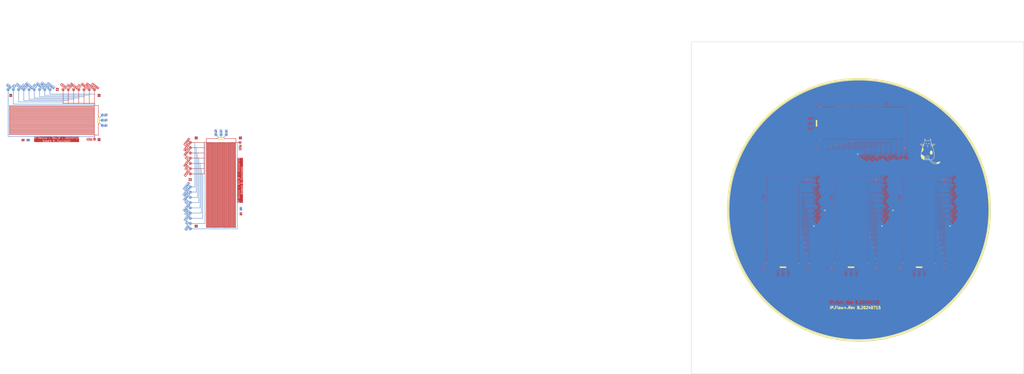
<source format=kicad_pcb>
(kicad_pcb (version 20240108) (generator "pcbnew") (generator_version "8.0")
  (layers (0 "F.Cu" signal "Flow.Neg") (1 "In1.Cu" signal "Flow.Unused") (2 "In2.Cu" signal "Ctrl.Pos") (31 "B.Cu" signal "Ctrl.Neg") (36 "B.SilkS" user "B.Silkscreen") (37 "F.SilkS" user "Flow.Pos") (38 "B.Mask" user) (39 "F.Mask" user) (44 "Edge.Cuts" user))
  (net 0 "")
  (footprint "custom-footprints:MicrofluidicsPort_1mm" (layer "F.Cu") (at 46.75 74.7 -90)
    (property "Reference" "H45" (hide yes))
    (property "Value" "IN2" (hide yes))
  )
  (footprint "Custom:Microfluidics_ControlBypass_150um" (layer "F.Cu") (at -188.65 48.5 90)
    (property "Reference" "REF**" (hide yes))
    (property "Value" "")
  )
  (footprint "custom-footprints:MicrofluidicsPort_1mm" (layer "F.Cu") (at 27.75 84.7 90)
    (property "Reference" "H47" (hide yes))
    (property "Value" "OUT" (hide yes))
  )
  (footprint "Custom:Microfluidics_ControlBypass_150um" (layer "F.Cu") (at -240 20)
    (property "Reference" "REF**" (hide yes))
    (property "Value" "Microfluidics_ControlBypass_150um" (hide yes))
  )
  (footprint "" (layer "F.Cu") (at -261 18.25)
    (property "Reference" "")
    (property "Value" "")
  )
  (footprint "Custom:Microfluidics_ControlBypass_150um" (layer "F.Cu") (at 69 74.7 -90)
    (property "Reference" "REF**11" (hide yes))
    (property "Value" "")
  )
  (footprint "Custom:Microfluidics_FlowValve_150um" (layer "F.Cu") (at 61.3 38.15 180)
    (property "Reference" "REF**" (hide yes))
    (property "Value" "")
  )
  (footprint "Custom:Microfluidics_ControlBypass_150um" (layer "F.Cu") (at 51.3 41.15 180)
    (property "Reference" "REF**" (hide yes))
    (property "Value" "")
  )
  (footprint "Custom:Microfluidics_ControlBypass_150um" (layer "F.Cu") (at 96.5 72.7 -90)
    (property "Reference" "REF**" (hide yes))
    (property "Value" "")
  )
  (footprint "Custom:Microfluidics_FlowValve_150um" (layer "F.Cu") (at -185.8 38.5 90)
    (property "Reference" "REF**" (hide yes))
    (property "Value" "")
  )
  (footprint "Custom:Microfluidics_ControlBypass_150um" (layer "F.Cu") (at 61.3 41.15 180)
    (property "Reference" "REF**" (hide yes))
    (property "Value" "")
  )
  (footprint "Custom:Microfluidics_FlowValve_150um" (layer "F.Cu") (at 70.5 82.7 -90)
    (property "Reference" "REF**27" (hide yes))
    (property "Value" "")
  )
  (footprint "custom-footprints:MicrofluidicsPort_1mm" (layer "F.Cu") (at -238 18.25)
    (property "Reference" "H13" (hide yes))
    (property "Value" "IN2" (hide yes))
  )
  (footprint "custom-footprints:MicrofluidicsPort_1mm" (layer "F.Cu") (at 79.75 84.7 90)
    (property "Reference" "H15" (hide yes))
    (property "Value" "OUT" (hide yes))
  )
  (footprint "Custom:Microfluidics_ControlBypass_150um" (layer "F.Cu") (at -188.15 46.5 90)
    (property "Reference" "REF**" (hide yes))
    (property "Value" "")
  )
  (footprint "Custom:Microfluidics_FlowValve_150um" (layer "F.Cu") (at 96.5 82.7 -90)
    (property "Reference" "REF**" (hide yes))
    (property "Value" "")
  )
  (footprint "Custom:Microfluidics_ControlBypass_150um" (layer "F.Cu") (at 95.5 76.7 -90)
    (property "Reference" "REF**" (hide yes))
    (property "Value" "")
  )
  (footprint "Custom:Microfluidics_FlowValve_150um" (layer "F.Cu") (at 49.3 41.15 180)
    (property "Reference" "REF**" (hide yes))
    (property "Value" "")
  )
  (footprint "custom-footprints:MicrofluidicsPort_1mm" (layer "F.Cu") (at -191.4 46.5 90)
    (property "Reference" "H14" (hide yes))
    (property "Value" "IN1" (hide yes))
  )
  (footprint "Custom:Microfluidics_ControlBypass_150um" (layer "F.Cu") (at -240 22.5)
    (property "Reference" "REF**" (hide yes))
    (property "Value" "")
  )
  (footprint "Custom:Microfluidics_FlowValve_150um" (layer "F.Cu") (at -188.65 42.5 90)
    (property "Reference" "REF**" (hide yes))
    (property "Value" "")
  )
  (footprint "Custom:Microfluidic_Pump_550um_150um" (layer "F.Cu") (at -226.5 30)
    (property "Reference" "REF**" (hide yes))
    (property "Value" "Microfluidic_Pump_550um_150um" (hide yes))
  )
  (footprint "Custom:Microfluidics_ControlBypass_150um" (layer "F.Cu") (at 59.3 41.15 180)
    (property "Reference" "REF**" (hide yes))
    (property "Value" "")
  )
  (footprint "Custom:Microfluidics_ControlBypass_150um" (layer "F.Cu") (at 45 76.7 -90)
    (property "Reference" "REF**64" (hide yes))
    (property "Value" "")
  )
  (footprint "Custom:Microfluidics_FlowValve_150um" (layer "F.Cu") (at -236 22)
    (property "Reference" "REF**" (hide yes))
    (property "Value" "Microfluidics_FlowValve_150um" (hide yes))
  )
  (footprint "Custom:Microfluidics_ControlBypass_150um" (layer "F.Cu") (at 70.5 80.7 -90)
    (property "Reference" "REF**26" (hide yes))
    (property "Value" "")
  )
  (footprint "Custom:Microfluidics_ControlBypass_150um" (layer "F.Cu") (at 44.5 74.7 -90)
    (property "Reference" "REF**57" (hide yes))
    (property "Value" "")
  )
  (footprint "Custom:Microfluidics_FlowValve_150um" (layer "F.Cu") (at 54.75 84.7 -90)
    (property "Reference" "REF**1" (hide yes))
    (property "Value" "")
  )
  (footprint "Custom:Microfluidics_FlowValve_150um" (layer "F.Cu") (at 69.5 78.7 -90)
    (property "Reference" "REF**16" (hide yes))
    (property "Value" "")
  )
  (footprint "custom-footprints:MicrofluidicsPort_1mm" (layer "F.Cu") (at -191.4 44.5 90)
    (property "Reference" "H12" (hide yes))
    (property "Value" "AB" (hide yes))
  )
  (footprint "Custom:Microfluidics_ControlBypass_150um" (layer "F.Cu") (at 55.3 41.15 180)
    (property "Reference" "REF**" (hide yes))
    (property "Value" "")
  )
  (footprint "custom-footprints:MicrofluidicsPort_1mm" (layer "F.Cu") (at 98.75 82.7 -90)
    (property "Reference" "H10" (hide yes))
    (property "Value" "BSA" (hide yes))
  )
  (footprint "Custom:Microfluidics_ControlBypass_150um" (layer "F.Cu") (at 97 78.7 -90)
    (property "Reference" "REF**" (hide yes))
    (property "Value" "")
  )
  (footprint "Custom:Microfluidics_FlowValve_150um" (layer "F.Cu") (at -228 36.25)
    (property "Reference" "REF**" (hide yes))
    (property "Value" "Microfluidics_FlowValve_150um" (hide yes))
  )
  (footprint "Custom:Microfluidics_ControlBypass_150um" (layer "F.Cu") (at 69.5 74.7 -90)
    (property "Reference" "REF**14" (hide yes))
    (property "Value" "")
  )
  (footprint "custom-footprints:MicrofluidicsPort_1mm" (layer "F.Cu") (at 55.3 42.9 180)
    (property "Reference" "H12" (hide yes))
    (property "Value" "AB" (hide yes))
  )
  (footprint "Custom:Microfluidics_FlowValve_150um" (layer "F.Cu") (at 51.3 40.65 180)
    (property "Reference" "REF**" (hide yes))
    (property "Value" "")
  )
  (footprint "Custom:Microfluidics_FlowValve_150um" (layer "F.Cu") (at 44 80.7 -90)
    (property "Reference" "REF**55" (hide yes))
    (property "Value" "")
  )
  (footprint "Custom:Microfluidics_FlowValve_150um" (layer "F.Cu") (at 95 76.7 -90)
    (property "Reference" "REF**" (hide yes))
    (property "Value" "")
  )
  (footprint "Custom:Microfluidics_ControlBypass_150um" (layer "F.Cu") (at 61.3 40.65 180)
    (property "Reference" "REF**" (hide yes))
    (property "Value" "")
  )
  (footprint "Custom:Microfluidics_FlowValve_150um" (layer "F.Cu") (at -189.15 40.5 90)
    (property "Reference" "REF**" (hide yes))
    (property "Value" "")
  )
  (footprint "Custom:Microfluidics_ControlBypass_150um" (layer "F.Cu") (at 95.5 72.7 -90)
    (property "Reference" "REF**" (hide yes))
    (property "Value" "")
  )
  (footprint "Custom:Microfluidics_FlowValve_150um" (layer "F.Cu") (at 44.5 82.7 -90)
    (property "Reference" "REF**61" (hide yes))
    (property "Value" "")
  )
  (footprint "Custom:Microfluidics_ControlBypass_150um" (layer "F.Cu") (at -188.15 48.5 90)
    (property "Reference" "REF**" (hide yes))
    (property "Value" "")
  )
  (footprint "Custom:Microfluidics_ControlBypass_150um" (layer "F.Cu") (at 97 80.7 -90)
    (property "Reference" "REF**" (hide yes))
    (property "Value" "")
  )
  (footprint "custom-footprints:MicrofluidicsPort_1mm" (layer "F.Cu") (at -191.4 50.5 90)
    (property "Reference" "H16" (hide yes))
    (property "Value" "WASH" (hide yes))
  )
  (footprint "custom-footprints:MicrofluidicsPort_1mm" (layer "F.Cu") (at 98.75 80.7 -90)
    (property "Reference" "H11" (hide yes))
    (property "Value" "STREP" (hide yes))
  )
  (footprint "Custom:Microfluidics_ControlBypass_150um" (layer "F.Cu") (at 53.3 40.65 180)
    (property "Reference" "REF**" (hide yes))
    (property "Value" "")
  )
  (footprint "Custom:Microfluidics_FlowValve_150um" (layer "F.Cu") (at 45 84.7 -90)
    (property "Reference" "REF**68" (hide yes))
    (property "Value" "")
  )
  (footprint "Custom:Microfluidics_ControlBypass_150um" (layer "F.Cu") (at -234 20.5)
    (property "Reference" "REF**" (hide yes))
    (property "Value" "")
  )
  (footprint "custom-footprints:MicrofluidicsPort_1mm" (layer "F.Cu") (at 72.75 76.7 -90)
    (property "Reference" "H30" (hide yes))
    (property "Value" "IN1" (hide yes))
  )
  (footprint "Custom:Microfluidics_ControlBypass_150um" (layer "F.Cu") (at -240 21.5)
    (property "Reference" "REF**" (hide yes))
    (property "Value" "")
  )
  (footprint "Custom:Microfluidics_ControlBypass_150um" (layer "F.Cu") (at -236 21)
    (property "Reference" "REF**" (hide yes))
    (property "Value" "")
  )
  (footprint "custom-footprints:MicrofluidicsPort_1mm" (layer "F.Cu") (at 57.3 42.9 180)
    (property "Reference" "H14" (hide yes))
    (property "Value" "IN1" (hide yes))
  )
  (footprint "custom-footprints:MicrofluidicsPort_1mm" (layer "F.Cu") (at -191.4 40.5 90)
    (property "Reference" "H10" (hide yes))
    (property "Value" "BSA" (hide yes))
  )
  (footprint "custom-footprints:MicrofluidicsPort_1mm" (layer "F.Cu") (at -191.4 48.5 90)
    (property "Reference" "H13" (hide yes))
    (property "Value" "IN2" (hide yes))
  )
  (footprint "custom-footprints:MicrofluidicsPort_1mm" (layer "F.Cu") (at 72.75 82.7 -90)
    (property "Reference" "H26" (hide yes))
    (property "Value" "BSA" (hide yes))
  )
  (footprint "Custom:Microfluidics_ControlBypass_150um" (layer "F.Cu") (at 55.3 40.15 180)
    (property "Reference" "REF**" (hide yes))
    (property "Value" "")
  )
  (footprint "Custom:Microfluidic_Pump_550um_150um" (layer "F.Cu") (at 47.8 31.15 180)
    (property "Reference" "REF**" (hide yes))
    (property "Value" "")
  )
  (footprint "custom-footprints:MicrofluidicsPort_1mm" (layer "F.Cu") (at -172.4 38.5 -90)
    (property "Reference" "H15" (hide yes))
    (property "Value" "OUT" (hide yes))
  )
  (footprint "Custom:Microfluidics_ControlBypass_150um" (layer "F.Cu") (at -240 20.5)
    (property "Reference" "REF**" (hide yes))
    (property "Value" "")
  )
  (footprint "custom-footprints:MicrofluidicsPort_1mm" (layer "F.Cu") (at 46.75 84.7 -90)
    (property "Reference" "H41" (hide yes))
    (property "Value" "WASTE" (hide yes))
  )
  (footprint "Custom:Microfluidics_ControlBypass_150um" (layer "F.Cu") (at 44.5 80.7 -90)
    (property "Reference" "REF**60" (hide yes))
    (property "Value" "")
  )
  (footprint "Custom:Microfluidics_ControlBypass_150um" (layer "F.Cu") (at 44 76.7 -90)
    (property "Reference" "REF**53" (hide yes))
    (property "Value" "")
  )
  (footprint "Custom:Microfluidics_ControlBypass_150um" (layer "F.Cu") (at 70.5 72.7 -90)
    (property "Reference" "REF**22" (hide yes))
    (property "Value" "")
  )
  (footprint "custom-footprints:MicrofluidicsPort_1mm" (layer "F.Cu") (at 49.3 42.9 180)
    (property "Reference" "H9" (hide yes))
    (property "Value" "WASTE" (hide yes))
  )
  (footprint "Custom:Microfluidics_ControlBypass_150um" (layer "F.Cu") (at 96 78.7 -90)
    (property "Reference" "REF**" (hide yes))
    (property "Value" "")
  )
  (footprint "Custom:Microfluidics_ControlBypass_150um" (layer "F.Cu") (at 45 82.7 -90)
    (property "Reference" "REF**67" (hide yes))
    (property "Value" "")
  )
  (footprint "Custom:Microfluidics_FlowValve_150um" (layer "F.Cu") (at 96 80.7 -90)
    (property "Reference" "REF**" (hide yes))
    (property "Value" "")
  )
  (footprint "" (layer "F.Cu") (at 46.75 51.7 -90)
    (property "Reference" "2" (hide yes))
    (property "Value" "")
  )
  (footprint "Custom:Microfluidics_FlowValve_150um" (layer "F.Cu") (at 42 72.7 -90)
    (property "Reference" "REF**41" (hide yes))
    (property "Value" "")
  )
  (footprint "Custom:Microfluidics_ControlBypass_150um" (layer "F.Cu") (at -189.15 50.5 90)
    (property "Reference" "REF**" (hide yes))
    (property "Value" "")
  )
  (footprint "Custom:Microfluidics_ControlBypass_150um" (layer "F.Cu") (at 70.5 74.7 -90)
    (property "Reference" "REF**23" (hide yes))
    (property "Value" "")
  )
  (footprint "Custom:Microfluidics_FlowValve_150um" (layer "F.Cu") (at 43 76.7 -90)
    (property "Reference" "REF**46" (hide yes))
    (property "Value" "")
  )
  (footprint "Custom:Microfluidics_ControlBypass_150um" (layer "F.Cu") (at 95 72.7 -90)
    (property "Reference" "REF**" (hide yes))
    (property "Value" "")
  )
  (footprint "Custom:Microfluidics_ControlBypass_150um" (layer "F.Cu") (at -189.65 48.5 90)
    (property "Reference" "REF**" (hide yes))
    (property "Value" "")
  )
  (footprint "Custom:Microfluidics_ControlBypass_150um" (layer "F.Cu") (at 44 72.7 -90)
    (property "Reference" "REF**51" (hide yes))
    (property "Value" "")
  )
  (footprint "Custom:Microfluidics_ControlBypass_150um" (layer "F.Cu") (at 71 78.7 -90)
    (property "Reference" "REF**31" (hide yes))
    (property "Value" "")
  )
  (footprint "custom-footprints:MicrofluidicsPort_1mm" (layer "F.Cu") (at 72.75 72.7 -90)
    (property "Reference" "H32" (hide yes))
    (property "Value" "WASH" (hide yes))
  )
  (footprint "custom-footprints:MicrofluidicsPort_1mm" (layer "F.Cu") (at 49.3 23.9)
    (property "Reference" "H15" (hide yes))
    (property "Value" "OUT" (hide yes))
  )
  (footprint "Custom:Microfluidics_ControlBypass_150um" (layer "F.Cu") (at 61.3 39.15 180)
    (property "Reference" "REF**" (hide yes))
    (property "Value" "")
  )
  (footprint "Custom:Microfluidics_ControlBypass_150um" (layer "F.Cu") (at -240 21)
    (property "Reference" "REF**" (hide yes))
    (property "Value" "")
  )
  (footprint "Custom:Microfluidics_FlowValve_150um" (layer "F.Cu") (at 59.3 38.65 180)
    (property "Reference" "REF**" (hide yes))
    (property "Value" "")
  )
  (footprint "Custom:Microfluidic_Pump_550um_150um" (layer "F.Cu") (at 87 86.2 -90)
    (property "Reference" "REF**" (hide yes))
    (property "Value" "")
  )
  (footprint "Custom:Microfluidics_ControlBypass_150um" (layer "F.Cu") (at -232 20)
    (property "Reference" "REF**" (hide yes))
    (property "Value" "Microfluidics_ControlBypass_150um" (hide yes))
  )
  (footprint "Custom:Microfluidic_Pump_550um_150um" (layer "F.Cu") (at 61 86.2 -90)
    (property "Reference" "REF**3" (hide yes))
    (property "Value" "")
  )
  (footprint "Custom:Microfluidics_FlowValve_150um" (layer "F.Cu") (at 49.3 24.9 180)
    (property "Reference" "REF**" (hide yes))
    (property "Value" "")
  )
  (footprint "Custom:Microfluidics_ControlBypass_150um" (layer "F.Cu") (at 44 78.7 -90)
    (property "Reference" "REF**54" (hide yes))
    (property "Value" "")
  )
  (footprint "Custom:Microfluidics_ControlBypass_150um" (layer "F.Cu") (at 59.3 39.65 180)
    (property "Reference" "REF**" (hide yes))
    (property "Value" "")
  )
  (footprint "Custom:Microfluidics_ControlBypass_150um" (layer "F.Cu") (at 70 78.7 -90)
    (property "Reference" "REF**20" (hide yes))
    (property "Value" "")
  )
  (footprint "Custom:Microfluidics_ControlBypass_150um" (layer "F.Cu") (at -189.65 40.5 90)
    (property "Reference" "REF**" (hide yes))
    (property "Value" "")
  )
  (footprint "Custom:Microfluidics_ControlBypass_150um" (layer "F.Cu") (at -238 20)
    (property "Reference" "REF**" (hide yes))
    (property "Value" "Microfluidics_ControlBypass_150um" (hide yes))
  )
  (footprint "Custom:Microfluidics_ControlBypass_150um" (layer "F.Cu") (at -189.15 46.5 90)
    (property "Reference" "REF**" (hide yes))
    (property "Value" "")
  )
  (footprint "custom-footprints:MicrofluidicsPort_1mm" (layer "F.Cu") (at 72.75 80.7 -90)
    (property "Reference" "H27" (hide yes))
    (property "Value" "STREP" (hide yes))
  )
  (footprint "Custom:Microfluidics_ControlBypass_150um" (layer "F.Cu") (at 71 82.7 -90)
    (property "Reference" "REF**33" (hide yes))
    (property "Value" "")
  )
  (footprint "Custom:Microfluidics_ControlBypass_150um" (layer "F.Cu") (at -189.65 44.5 90)
    (property "Reference" "REF**" (hide yes))
    (property "Value" "")
  )
  (footprint "Custom:Microfluidics_FlowValve_150um" (layer "F.Cu") (at 68 72.7 -90)
    (property "Reference" "REF**7" (hide yes))
    (property "Value" "")
  )
  (footprint "Custom:Microfluidics_ControlBypass_150um" (layer "F.Cu") (at 70 76.7 -90)
    (property "Reference" "REF**19" (hide yes))
    (property "Value" "")
  )
  (footprint "Custom:Microfluidics_ControlBypass_150um" (layer "F.Cu") (at -232 20.5)
    (property "Reference" "REF**" (hide yes))
    (property "Value" "")
  )
  (footprint "Custom:Microfluidics_ControlBypass_150um" (layer "F.Cu") (at -188.15 50.5 90)
    (property "Reference" "REF**" (hide yes))
    (property "Value" "")
  )
  (footprint "Custom:cat" (layer "F.Cu") (at 90.925 41.875)
    (property "Reference" "G***" (hide yes))
    (property "Value" "LOGO" (hide yes))
  )
  (footprint "custom-footprints:MicrofluidicsPort_1mm" (layer "F.Cu") (at 46.75 78.7 -90)
    (property "Reference" "H44" (hide yes))
    (property "Value" "AB" (hide yes))
  )
  (footprint "custom-footprints:MicrofluidicsPort_1mm" (layer "F.Cu") (at 98.75 84.7 -90)
    (property "Reference" "H9" (hide yes))
    (property "Value" "WASTE" (hide yes))
  )
  (footprint "Custom:Microfluidics_ControlBypass_150um" (layer "F.Cu") (at 45 80.7 -90)
    (property "Reference" "REF**66" (hide yes))
    (property "Value" "")
  )
  (footprint "Custom:Microfluidics_ControlBypass_150um" (layer "F.Cu") (at 71 72.7 -90)
    (property "Reference" "REF**28" (hide yes))
    (property "Value" "")
  )
  (footprint "Custom:Microfluidics_ControlBypass_150um" (layer "F.Cu") (at 69 72.7 -90)
    (property "Reference" "REF**10" (hide yes))
    (property "Value" "")
  )
  (footprint "Custom:Microfluidics_ControlBypass_150um" (layer "F.Cu") (at 96.5 74.7 -90)
    (property "Reference" "REF**" (hide yes))
    (property "Value" "")
  )
  (footprint "custom-footprints:MicrofluidicsPort_1mm" (layer "F.Cu") (at -228 18.25)
    (property "Reference" "H9" (hide yes))
    (property "Value" "WASTE" (hide yes))
  )
  (footprint "Custom:Microfluidics_FlowValve_150um" (layer "F.Cu") (at 53.3 40.15 180)
    (property "Reference" "REF**" (hide yes))
    (property "Value" "")
  )
  (footprint "Custom:Microfluidics_ControlBypass_150um" (layer "F.Cu") (at -238 21.5)
    (property "Reference" "REF**" (hide yes))
    (property "Value" "")
  )
  (footprint "Custom:Microfluidics_ControlBypass_150um" (layer "F.Cu") (at -187.65 50.5 90)
    (property "Reference" "REF**" (hide yes))
    (property "Value" "")
  )
  (footprint "Custom:Microfluidics_ControlBypass_150um" (layer "F.Cu") (at 55.3 40.65 180)
    (property "Reference" "REF**" (hide yes))
    (property "Value" "")
  )
  (footprint "custom-footprints:MicrofluidicsPort_1mm" (layer "F.Cu") (at -228 37.25 180)
    (property "Reference" "H15" (hide yes))
    (property "Value" "OUT" (hide yes))
  )
  (footprint "Custom:Microfluidics_ControlBypass_150um" (layer "F.Cu") (at 57.3 41.15 180)
    (property "Reference" "REF**" (hide yes))
    (property "Value" "")
  )
  (footprint "Custom:Microfluidics_FlowValve_150um" (layer "F.Cu") (at -189.65 38.5 90)
    (property "Reference" "REF**" (hide yes))
    (property "Value" "")
  )
  (footprint "Custom:Microfluidics_ControlBypass_150um" (layer "F.Cu") (at 43.5 76.7 -90)
    (property "Reference" "REF**49" (hide yes))
    (property "Value" "")
  )
  (footprint "Custom:Microfluidics_ControlBypass_150um" (layer "F.Cu") (at -189.65 46.5 90)
    (property "Reference" "REF**" (hide yes))
    (property "Value" "")
  )
  (footprint "Custom:Microfluidics_ControlBypass_150um" (layer "F.Cu") (at 96.5 78.7 -90)
    (property "Reference" "REF**" (hide yes))
    (property "Value" "")
  )
  (footprint "Custom:Microfluidics_ControlBypass_150um" (layer "F.Cu") (at 61.3 40.15 180)
    (property "Reference" "REF**" (hide yes))
    (property "Value" "")
  )
  (footprint "custom-footprints:MicrofluidicsPort_1mm" (layer "F.Cu") (at -234 18.25)
    (property "Reference" "H12" (hide yes))
    (property "Value" "AB" (hide yes))
  )
  (footprint "Custom:Microfluidics_FlowValve_150um" (layer "F.Cu") (at 69 76.7 -90)
    (property "Reference" "REF**12" (hide yes))
    (property "Value" "")
  )
  (footprint "Custom:Microfluidics_ControlBypass_150um" (layer "F.Cu") (at -236 20.5)
    (property "Reference" "REF**" (hide yes))
    (property "Value" "")
  )
  (footprint "Custom:Microfluidics_FlowValve_150um" (layer "F.Cu") (at 68.5 74.7 -90)
    (property "Reference" "REF**9" (hide yes))
    (property "Value" "")
  )
  (footprint "" (layer "F.Cu") (at 98.75 51.7 -90)
    (property "Reference" "")
    (property "Value" "")
  )
  (footprint "Custom:Microfluidics_FlowValve_150um" (layer "F.Cu") (at -240 23)
    (property "Reference" "REF**" (hide yes))
    (property "Value" "Microfluidics_FlowValve_150um" (hide yes))
  )
  (footprint "Custom:Microfluidics_FlowValve_150um" (layer "F.Cu") (at 71 84.7 -90)
    (property "Reference" "REF**34" (hide yes))
    (property "Value" "")
  )
  (footprint "Custom:Microfluidics_FlowValve_150um" (layer "F.Cu") (at -230 20.5)
    (property "Reference" "REF**" (hide yes))
    (property "Value" "Microfluidics_FlowValve_150um" (hide yes))
  )
  (footprint "Custom:Microfluidics_ControlBypass_150um" (layer "F.Cu") (at -188.65 46.5 90)
    (property "Reference" "REF**" (hide yes))
    (property "Value" "")
  )
  (footprint "custom-footprints:MicrofluidicsPort_1mm" (layer "F.Cu") (at -191.4 42.5 90)
    (property "Reference" "H11" (hide yes))
    (property "Value" "STREP" (hide yes))
  )
  (footprint "custom-footprints:MicrofluidicsPort_1mm" (layer "F.Cu") (at 53.75 84.7 90)
    (property "Reference" "H31" (hide yes))
    (property "Value" "OUT" (hide yes))
  )
  (footprint "Custom:Microfluidics_ControlBypass_150um" (layer "F.Cu") (at 97 82.7 -90)
    (property "Reference" "REF**" (hide yes))
    (property "Value" "")
  )
  (footprint "Custom:Microfluidics_ControlBypass_150um" (layer "F.Cu") (at 71 74.7 -90)
    (property "Reference" "REF**29" (hide yes))
    (property "Value" "")
  )
  (footprint "Custom:Microfluidics_ControlBypass_150um" (layer "F.Cu") (at 45 72.7 -90)
    (property "Reference" "REF**62" (hide yes))
    (property "Value" "")
  )
  (footprint "Custom:Microfluidics_FlowValve_150um" (layer "F.Cu") (at 93.15 84.7 -90)
    (property "Reference" "REF**" (hide yes))
    (property "Value" "")
  )
  (footprint "Custom:Microfluidics_ControlBypass_150um" (layer "F.Cu") (at -189.15 48.5 90)
    (property "Reference" "REF**" (hide yes))
    (property "Value" "")
  )
  (footprint "custom-footprints:MicrofluidicsPort_1mm" (layer "F.Cu") (at 72.75 84.7 -90)
    (property "Reference" "H25" (hide yes))
    (property "Value" "WASTE" (hide yes))
  )
  (footprint "Custom:Microfluidics_ControlBypass_150um" (layer "F.Cu") (at 71 76.7 -90)
    (property "Reference" "REF**30" (hide yes))
    (property "Value" "")
  )
  (footprint "Custom:Microfluidics_ControlBypass_150um" (layer "F.Cu") (at -188.65 50.5 90)
    (property "Reference" "REF**" (hide yes))
    (property "Value" "")
  )
  (footprint "Custom:Microfluidics_ControlBypass_150um" (layer "F.Cu") (at -238 22)
    (property "Reference" "REF**" (hide yes))
    (property "Value" "")
  )
  (footprint "Custom:Microfluidics_FlowValve_150um" (layer "F.Cu") (at 94.5 74.7 -90)
    (property "Reference" "REF**" (hide yes))
    (property "Value" "")
  )
  (footprint "Custom:Microfluidics_FlowValve_150um" (layer "F.Cu") (at -228 20)
    (property "Reference" "REF**" (hide yes))
    (property "Value" "Microfluidics_FlowValve_150um" (hide yes))
  )
  (footprint "Custom:Microfluidics_ControlBypass_150um" (layer "F.Cu") (at 61.3 39.65 180)
    (property "Reference" "REF**" (hide yes))
    (property "Value" "")
  )
  (footprint "Custom:Microfluidics_ControlBypass_150um" (layer "F.Cu") (at 44.5 72.7 -90)
    (property "Reference" "REF**56" (hide yes))
    (property "Value" "")
  )
  (footprint "Custom:Microfluidics_ControlBypass_150um" (layer "F.Cu") (at 45 78.7 -90)
    (property "Reference" "REF**65" (hide yes))
    (property "Value" "")
  )
  (footprint "Custom:Microfluidics_ControlBypass_150um" (layer "F.Cu") (at -234 20)
    (property "Reference" "REF**" (hide yes))
    (property "Value" "Microfluidics_ControlBypass_150um" (hide yes))
  )
  (footprint "Custom:Microfluidics_FlowValve_150um" (layer "F.Cu") (at 41.15 84.7 -90)
    (property "Reference" "REF**40" (hide yes))
    (property "Value" "")
  )
  (footprint "Custom:Microfluidics_ControlBypass_150um" (layer "F.Cu") (at 96 72.7 -90)
    (property "Reference" "REF**" (hide yes))
    (property "Value" "")
  )
  (footprint "custom-footprints:MicrofluidicsPort_1mm" (layer "F.Cu") (at 72.75 78.7 -90)
    (property "Reference" "H28" (hide yes))
    (property "Value" "AB" (hide yes))
  )
  (footprint "Custom:Microfluidics_FlowValve_150um" (layer "F.Cu") (at -173.4 38.5 90)
    (property "Reference" "REF**" (hide yes))
    (property "Value" "")
  )
  (footprint "Custom:Microfluidics_ControlBypass_150um" (layer "F.Cu") (at 44 74.7 -90)
    (property "Reference" "REF**52" (hide yes))
    (property "Value" "")
  )
  (footprint "Custom:Microfluidics_FlowValve_150um" (layer "F.Cu") (at 94 72.7 -90)
    (property "Reference" "REF**" (hide yes))
    (property "Value" "")
  )
  (footprint "Custom:Microfluidics_ControlBypass_150um" (layer "F.Cu") (at 95.5 74.7 -90)
    (property "Reference" "REF**" (hide yes))
    (property "Value" "")
  )
  (footprint "custom-footprints:MicrofluidicsPort_1mm" (layer "F.Cu") (at 46.75 72.7 -90)
    (property "Reference" "H48" (hide yes))
    (property "Value" "WASH" (hide yes))
  )
  (footprint "Custom:Microfluidics_ControlBypass_150um" (layer "F.Cu") (at -187.15 50.5 90)
    (property "Reference" "REF**" (hide yes))
    (property "Value" "")
  )
  (footprint "Custom:Microfluidics_ControlBypass_150um" (layer "F.Cu") (at -189.15 44.5 90)
    (property "Reference" "REF**" (hide yes))
    (property "Value" "")
  )
  (footprint "Custom:Microfluidics_ControlBypass_150um" (layer "F.Cu") (at 59.3 40.65 180)
    (property "Reference" "REF**" (hide yes))
    (property "Value" "")
  )
  (footprint "Custom:Microfluidics_FlowValve_150um" (layer "F.Cu") (at 67.15 84.7 -90)
    (property "Reference" "REF**6" (hide yes))
    (property "Value" "")
  )
  (footprint "Custom:Microfluidics_ControlBypass_150um" (layer "F.Cu") (at 69.5 76.7 -90)
    (property "Reference" "REF**15" (hide yes))
    (property "Value" "")
  )
  (footprint "custom-footprints:MicrofluidicsPort_1mm" (layer "F.Cu") (at 98.75 78.7 -90)
    (property "Reference" "H12" (hide yes))
    (property "Value" "AB" (hide yes))
  )
  (footprint "custom-footprints:MicrofluidicsPort_1mm" (layer "F.Cu") (at -240 18.25)
    (property "Reference" "H16" (hide yes))
    (property "Value" "WASH" (hide yes))
  )
  (footprint "Custom:Microfluidics_ControlBypass_150um" (layer "F.Cu") (at -234 21)
    (property "Reference" "REF**" (hide yes))
    (property "Value" "")
  )
  (footprint "custom-footprints:MicrofluidicsPort_1mm" (layer "F.Cu") (at 51.3 42.9 180)
    (property "Reference" "H10" (hide yes))
    (property "Value" "BSA" (hide yes))
  )
  (footprint "Custom:Microfluidics_FlowValve_150um" (layer "F.Cu") (at 42.5 74.7 -90)
    (property "Reference" "REF**43" (hide yes))
    (property "Value" "")
  )
  (footprint "Custom:Microfluidics_ControlBypass_150um" (layer "F.Cu") (at -189.65 42.5 90)
    (property "Reference" "REF**" (hide yes))
    (property "Value" "")
  )
  (footprint "Custom:Microfluidics_FlowValve_150um" (layer "F.Cu") (at 70 80.7 -90)
    (property "Reference" "REF**21" (hide yes))
    (property "Value" "")
  )
  (footprint "Custom:Microfluidics_FlowValve_150um" (layer "F.Cu") (at 43.5 78.7 -90)
    (property "Reference" "REF**50" (hide yes))
    (property "Value" "")
  )
  (footprint "custom-footprints:MicrofluidicsPort_1mm" (layer "F.Cu") (at 46.75 76.7 -90)
    (property "Reference" "H46" (hide yes))
    (property "Value" "IN1" (hide yes))
  )
  (footprint "custom-footprints:MicrofluidicsPort_1mm" (layer "F.Cu") (at 98.75 72.7 -90)
    (property "Reference" "H16" (hide yes))
    (property "Value" "WASH" (hide yes))
  )
  (footprint "Custom:Microfluidics_ControlBypass_150um" (layer "F.Cu") (at 70 72.7 -90)
    (property "Reference" "REF**17" (hide yes))
    (property "Value" "")
  )
  (footprint "Custom:Microfluidics_FlowValve_150um" (layer "F.Cu") (at -228 23.85)
    (property "Reference" "REF**" (hide yes))
    (property "Value" "Microfluidics_FlowValve_150um" (hide yes))
  )
  (footprint "Custom:Microfluidics_FlowValve_150um" (layer "F.Cu") (at 80.75 84.7 -90)
    (property "Reference" "REF**" (hide yes))
    (property "Value" "")
  )
  (footprint "" (layer "F.Cu") (at 82.3 42.9 180)
    (property "Reference" "")
    (property "Value" "")
  )
  (footprint "Custom:Microfluidics_FlowValve_150um" (layer "F.Cu") (at -187.15 48.5 90)
    (property "Reference" "REF**" (hide yes))
    (property "Value" "")
  )
  (footprint "Custom:Microfluidics_ControlBypass_150um" (layer "F.Cu") (at 43.5 72.7 -90)
    (property "Reference" "REF**47" (hide yes))
    (property "Value" "")
  )
  (footprint "Custom:Microfluidics_ControlBypass_150um" (layer "F.Cu") (at 96.5 80.7 -90)
    (property "Reference" "REF**" (hide yes))
    (property "Value" "")
  )
  (footprint "custom-footprints:MicrofluidicsPort_1mm" (layer "F.Cu") (at 46.75 80.7 -90)
    (property "Reference" "H43" (hide yes))
    (property "Value" "STREP" (hide yes))
  )
  (footprint "Custom:Microfluidics_FlowValve_150um" (layer "F.Cu") (at 49.3 37.3 180)
    (property "Reference" "REF**" (hide yes))
    (property "Value" "")
  )
  (footprint "Custom:Microfluidics_FlowValve_150um" (layer "F.Cu") (at -232 21)
    (property "Reference" "REF**" (hide yes))
    (property "Value" "Microfluidics_FlowValve_150um" (hide yes))
  )
  (footprint "Custom:Microfluidics_ControlBypass_150um" (layer "F.Cu") (at -236 21.5)
    (property "Reference" "REF**" (hide yes))
    (property "Value" "")
  )
  (footprint "Custom:Microfluidics_ControlBypass_150um" (layer "F.Cu") (at 57.3 40.15 180)
    (property "Reference" "REF**" (hide yes))
    (property "Value" "")
  )
  (footprint "Custom:Microfluidics_ControlBypass_150um" (layer "F.Cu") (at 45 74.7 -90)
    (property "Reference" "REF**63" (hide yes))
    (property "Value" "")
  )
  (footprint "Custom:Microfluidics_ControlBypass_150um" (layer "F.Cu") (at 68.5 72.7 -90)
    (property "Reference" "REF**8" (hide yes))
    (property "Value" "")
  )
  (footprint "Custom:Microfluidics_ControlBypass_150um" (layer "F.Cu") (at 44.5 76.7 -90)
    (property "Reference" "REF**58" (hide yes))
    (property "Value" "")
  )
  (footprint "Custom:Microfluidics_ControlBypass_150um" (layer "F.Cu") (at 53.3 41.15 180)
    (property "Reference" "REF**" (hide yes))
    (property "Value" "")
  )
  (footprint "Custom:Microfluidics_ControlBypass_150um" (layer "F.Cu") (at -230 20)
    (property "Reference" "REF**" (hide yes))
    (property "Value" "Microfluidics_ControlBypass_150um" (hide yes))
  )
  (footprint "Custom:Microfluidics_ControlBypass_150um" (layer "F.Cu") (at -187.65 48.5 90)
    (property "Reference" "REF**" (hide yes))
    (property "Value" "")
  )
  (footprint "Custom:Microfluidics_ControlBypass_150um" (layer "F.Cu") (at 96.5 76.7 -90)
    (property "Reference" "REF**" (hide yes))
    (property "Value" "")
  )
  (footprint "Custom:Microfluidics_ControlBypass_150um" (layer "F.Cu") (at 44.5 78.7 -90)
    (property "Reference" "REF**59" (hide yes))
    (property "Value" "")
  )
  (footprint "Custom:Microfluidics_ControlBypass_150um" (layer "F.Cu") (at 43.5 74.7 -90)
    (property "Reference" "REF**48" (hide yes))
    (property "Value" "")
  )
  (footprint "Custom:Microfluidics_ControlBypass_150um" (layer "F.Cu") (at 57.3 40.65 180)
    (property "Reference" "REF**" (hide yes))
    (property "Value" "")
  )
  (footprint "Custom:Microfluidics_ControlBypass_150um" (layer "F.Cu") (at 70 74.7 -90)
    (property "Reference" "REF**18" (hide yes))
    (property "Value" "")
  )
  (footprint "custom-footprints:MicrofluidicsPort_1mm" (layer "F.Cu") (at -230 18.25)
    (property "Reference" "H10" (hide yes))
    (property "Value" "BSA" (hide yes))
  )
  (footprint "Custom:Microfluidics_ControlBypass_150um" (layer "F.Cu") (at 71 80.7 -90)
    (property "Reference" "REF**32" (hide yes))
    (property "Value" "")
  )
  (footprint "Custom:Microfluidics_ControlBypass_150um" (layer "F.Cu") (at 94.5 72.7 -90)
    (property "Reference" "REF**" (hide yes))
    (property "Value" "")
  )
  (footprint "custom-footprints:MicrofluidicsPort_1mm" (layer "F.Cu") (at 53.3 42.9 180)
    (property "Reference" "H11" (hide yes))
    (property "Value" "STREP" (hide yes))
  )
  (footprint "Custom:Microfluidics_FlowValve_150um" (layer "F.Cu") (at -186.65 50.5 90)
    (property "Reference" "REF**" (hide yes))
    (property "Value" "")
  )
  (footprint "Custom:Microfluidics_ControlBypass_150um" (layer "F.Cu") (at 95 74.7 -90)
    (property "Reference" "REF**" (hide yes))
    (property "Value" "")
  )
  (footprint "Custom:Microfluidics_ControlBypass_150um" (layer "F.Cu") (at -238 21)
    (property "Reference" "REF**" (hide yes))
    (property "Value" "")
  )
  (footprint "Custom:Microfluidics_FlowValve_150um" (layer "F.Cu") (at 57.3 39.15 180)
    (property "Reference" "REF**" (hide yes))
    (property "Value" "")
  )
  (footprint "Custom:Microfluidics_ControlBypass_150um" (layer "F.Cu") (at -189.65 50.5 90)
    (property "Reference" "REF**" (hide yes))
    (property "Value" "")
  )
  (footprint "Custom:Microfluidics_ControlBypass_150um" (layer "F.Cu") (at 97 76.7 -90)
    (property "Reference" "REF**" (hide yes))
    (property "Value" "")
  )
  (footprint "custom-footprints:MicrofluidicsPort_1mm" (layer "F.Cu") (at -236 18.25)
    (property "Reference" "H14" (hide yes))
    (property "Value" "IN1" (hide yes))
  )
  (footprint "custom-footprints:MicrofluidicsPort_1mm" (layer "F.Cu") (at 61.3 42.9 180)
    (property "Reference" "H16" (hide yes))
    (property "Value" "WASH" (hide yes))
  )
  (footprint "Custom:Microfluidics_FlowValve_150um" (layer "F.Cu") (at 55.3 39.65 180)
    (property "Reference" "REF**" (hide yes))
    (property "Value" "")
  )
  (footprint "Custom:Microfluidics_ControlBypass_150um" (layer "F.Cu") (at 43 74.7 -90)
    (property "Reference" "REF**45" (hide yes))
    (property "Value" "")
  )
  (footprint "Custom:Microfluidics_FlowValve_150um" (layer "F.Cu") (at -188.15 44.5 90)
    (property "Reference" "REF**" (hide yes))
    (property "Value" "")
  )
  (footprint "custom-footprints:MicrofluidicsPort_1mm" (layer "F.Cu") (at 98.75 74.7 -90)
    (property "Reference" "H13" (hide yes))
    (property "Value" "IN2" (hide yes))
  )
  (footprint "Custom:Microfluidics_ControlBypass_150um" (layer "F.Cu") (at 97 74.7 -90)
    (property "Reference" "REF**" (hide yes))
    (property "Value" "")
  )
  (footprint "Custom:Microfluidics_ControlBypass_150um" (layer "F.Cu") (at 96 74.7 -90)
    (property "Reference" "REF**" (hide yes))
    (property "Value" "")
  )
  (footprint "" (layer "F.Cu") (at -191.4 71.5 90)
    (property "Reference" "")
    (property "Value" "")
  )
  (footprint "Custom:Microfluidics_ControlBypass_150um" (layer "F.Cu") (at 97 72.7 -90)
    (property "Reference" "REF**" (hide yes))
    (property "Value" "")
  )
  (footprint "custom-footprints:MicrofluidicsPort_1mm" (layer "F.Cu") (at 59.3 42.9 180)
    (property "Reference" "H13" (hide yes))
    (property "Value" "IN2" (hide yes))
  )
  (footprint "Custom:Microfluidics_FlowValve_150um" (layer "F.Cu") (at -238 22.5)
    (property "Reference" "REF**" (hide yes))
    (property "Value" "Microfluidics_FlowValve_150um" (hide yes))
  )
  (footprint "Custom:Microfluidics_ControlBypass_150um" (layer "F.Cu") (at 70.5 76.7 -90)
    (property "Reference" "REF**24" (hide yes))
    (property "Value" "")
  )
  (footprint "Custom:Microfluidics_FlowValve_150um" (layer "F.Cu") (at -187.65 46.5 90)
    (property "Reference" "REF**" (hide yes))
    (property "Value" "")
  )
  (footprint "custom-footprints:MicrofluidicsPort_1mm" (layer "F.Cu") (at 72.75 74.7 -90)
    (property "Reference" "H29" (hide yes))
    (property "Value" "IN2" (hide yes))
  )
  (footprint "Custom:Microfluidics_FlowValve_150um" (layer "F.Cu") (at -234 21.5)
    (property "Reference" "REF**" (hide yes))
    (property "Value" "Microfluidics_FlowValve_150um" (hide yes))
  )
  (footprint "Custom:Microfluidics_FlowValve_150um" (layer "F.Cu") (at 97 84.7 -90)
    (property "Reference" "REF**" (hide yes))
    (property "Value" "")
  )
  (footprint "Custom:Microfluidics_ControlBypass_150um" (layer "F.Cu") (at 57.3 39.65 180)
    (property "Reference" "REF**" (hide yes))
    (property "Value" "")
  )
  (footprint "Custom:Microfluidics_ControlBypass_150um" (layer "F.Cu") (at -240 22)
    (property "Reference" "REF**" (hide yes))
    (property "Value" "")
  )
  (footprint "Custom:Microfluidics_ControlBypass_150um" (layer "F.Cu") (at 96 76.7 -90)
    (property "Reference" "REF**" (hide yes))
    (property "Value" "")
  )
  (footprint "custom-footprints:MicrofluidicsPort_1mm" (layer "F.Cu") (at 98.75 76.7 -90)
    (property "Reference" "H14" (hide yes))
    (property "Value" "IN1" (hide yes))
  )
  (footprint "Custom:Microfluidics_ControlBypass_150um" (layer "F.Cu") (at -238 20.5)
    (property "Reference" "REF**" (hide yes))
    (property "Value" "")
  )
  (footprint "Custom:Microfluidics_ControlBypass_150um" (layer "F.Cu") (at 59.3 39.15 180)
    (property "Reference" "REF**" (hide yes))
    (property "Value" "")
  )
  (footprint "Custom:Microfluidics_ControlBypass_150um" (layer "F.Cu") (at 42.5 72.7 -90)
    (property "Reference" "REF**42" (hide yes))
    (property "Value" "")
  )
  (footprint "Custom:Microfluidics_ControlBypass_150um" (layer "F.Cu") (at 59.3 40.15 180)
    (property "Reference" "REF**" (hide yes))
    (property "Value" "")
  )
  (footprint "Custom:Microfluidics_ControlBypass_150um" (layer "F.Cu") (at 61.3 38.65 180)
    (property "Reference" "REF**" (hide yes))
    (property "Value" "")
  )
  (footprint "Custom:Microfluidics_ControlBypass_150um" (layer "F.Cu") (at -188.65 44.5 90)
    (property "Reference" "REF**" (hide yes))
    (property "Value" "")
  )
  (footprint "custom-footprints:MicrofluidicsPort_1mm" (layer "F.Cu") (at 46.75 82.7 -90)
    (property "Reference" "H42" (hide yes))
    (property "Value" "BSA" (hide yes))
  )
  (footprint "Custom:Microfluidics_FlowValve_150um" (layer "F.Cu") (at 28.75 84.7 -90)
    (property "Reference" "REF**35" (hide yes))
    (property "Value" "")
  )
  (footprint "Custom:Microfluidic_Pump_550um_150um" (layer "F.Cu") (at -179.65 37 90)
    (property "Reference" "REF**" (hide yes))
    (property "Value" "")
  )
  (footprint "Custom:Microfluidics_ControlBypass_150um" (layer "F.Cu") (at 43 72.7 -90)
    (property "Reference" "REF**44" (hide yes))
    (property "Value" "")
  )
  (footprint "Custom:Microfluidic_Pump_550um_150um" (layer "F.Cu") (at 35 86.2 -90)
    (property "Reference" "REF**37" (hide yes))
    (property "Value" "")
  )
  (footprint "Custom:Microfluidics_ControlBypass_150um" (layer "F.Cu") (at 70.5 78.7 -90)
    (property "Reference" "REF**25" (hide yes))
    (property "Value" "")
  )
  (footprint "Custom:Microfluidics_ControlBypass_150um" (layer "F.Cu") (at -189.15 42.5 90)
    (property "Reference" "REF**" (hide yes))
    (property "Value" "")
  )
  (footprint "" (layer "F.Cu") (at 72.75 51.7 -90)
    (property "Reference" "1" (hide yes))
    (property "Value" "")
  )
  (footprint "Custom:Microfluidics_FlowValve_150um" (layer "F.Cu") (at 95.5 78.7 -90)
    (property "Reference" "REF**" (hide yes))
    (property "Value" "")
  )
  (footprint "Custom:Microfluidics_ControlBypass_150um" (layer "F.Cu") (at -236 20)
    (property "Reference" "REF**" (hide yes))
    (property "Value" "Microfluidics_ControlBypass_150um" (hide yes))
  )
  (footprint "custom-footprints:MicrofluidicsPort_1mm" (layer "F.Cu") (at -191.4 38.5 90)
    (property "Reference" "H9" (hide yes))
    (property "Value" "WASTE" (hide yes))
  )
  (footprint "Custom:Microfluidics_ControlBypass_150um" (layer "F.Cu") (at 69.5 72.7 -90)
    (property "Reference" "REF**13" (hide yes))
    (property "Value" "")
  )
  (footprint "custom-footprints:MicrofluidicsPort_1mm" (layer "F.Cu") (at -232 18.25)
    (property "Reference" "H11" (hide yes))
    (property "Value" "STREP" (hide yes))
  )
  (footprint "custom-footprints:MicrofluidicsPort_1mm" (layer "B.Cu") (at 98.75 67.7 90)
    (property "Reference" "H4" (hide yes))
    (property "Value" "~{WASTE}" (hide yes))
  )
  (footprint "Custom:MicrofluidicsPort_1mm" (layer "B.Cu") (at 63 87.7 90)
    (property "Reference" "REF**5" (hide yes))
    (property "Value" "P1")
  )
  (footprint "custom-footprints:MicrofluidicsPort_1mm" (layer "B.Cu") (at -191.4 61.5 -90)
    (property "Reference" "H7" (hide yes))
    (property "Value" "~{AB}" (hide yes))
  )
  (footprint "Custom:MicrofluidicsPort_1mm" (layer "B.Cu") (at 37 87.7 90)
    (property "Reference" "REF**39" (hide yes))
    (property "Value" "P1")
  )
  (footprint "custom-footprints:MicrofluidicsPort_1mm" (layer "B.Cu") (at 46.75 63.7 90)
    (property "Reference" "H38" (hide yes))
    (property "Value" "~{STREP}" (hide yes))
  )
  (footprint "custom-footprints:MicrofluidicsPort_1mm" (layer "B.Cu") (at -257 18.25 180)
    (property "Reference" "H2" (hide yes))
    (property "Value" "~{WASH}" (hide yes))
  )
  (footprint "custom-footprints:MicrofluidicsPort_1mm" (layer "B.Cu") (at 72.75 53.7 90)
    (property "Reference" "H19" (hide yes))
    (property "Value" "~{OUT}" (hide yes))
  )
  (footprint "custom-footprints:MicrofluidicsPort_1mm" (layer "B.Cu") (at 98.75 59.7 90)
    (property "Reference" "H8" (hide yes))
    (property "Value" "~{PHAGE}" (hide yes))
  )
  (footprint "custom-footprints:MicrofluidicsPort_1mm" (layer "B.Cu") (at 78.3 42.9)
    (property "Reference" "H2" (hide yes))
    (property "Value" "~{WASH}" (hide yes))
  )
  (footprint "custom-footprints:MicrofluidicsPort_1mm" (layer "B.Cu") (at -249 18.25 180)
    (property "Reference" "H6" (hide yes))
    (property "Value" "~{STREP}" (hide yes))
  )
  (footprint "Custom:MicrofluidicsPort_1mm" (layer "B.Cu") (at 89 87.7 90)
    (property "Reference" "REF**" (hide yes))
    (property "Value" "P1")
  )
  (footprint "custom-footprints:MicrofluidicsPort_1mm" (layer "B.Cu") (at 80.3 42.9)
    (property "Reference" "H3" (hide yes))
    (property "Value" "~{OUT}" (hide yes))
  )
  (footprint "custom-footprints:MicrofluidicsPort_1mm" (layer "B.Cu") (at -191.4 69.5 -90)
    (property "Reference" "H3" (hide yes))
    (property "Value" "~{OUT}" (hide yes))
  )
  (footprint "Custom:MicrofluidicsPort_1mm" (layer "B.Cu") (at -225 28 180)
    (property "Reference" "REF**" (hide yes))
    (property "Value" "P1")
  )
  (footprint "Custom:MicrofluidicsPort_1mm" (layer "B.Cu") (at 59 87.7 90)
    (property "Reference" "REF**2" (hide yes))
    (property "Value" "P3")
  )
  (footprint "Custom:MicrofluidicsPort_1mm" (layer "B.Cu") (at 35 87.7 90)
    (property "Reference" "REF**38" (hide yes))
    (property "Value" "P2")
  )
  (footprint "custom-footprints:MicrofluidicsPort_1mm" (layer "B.Cu") (at 72.75 59.7 90)
    (property "Reference" "H24" (hide yes))
    (property "Value" "~{PHAGE}" (hide yes))
  )
  (footprint "custom-footprints:MicrofluidicsPort_1mm" (layer "B.Cu") (at 46.75 61.7 90)
    (property "Reference" "H39" (hide yes))
    (property "Value" "~{AB}" (hide yes))
  )
  (footprint "custom-footprints:MicrofluidicsPort_1mm" (layer "B.Cu") (at 74.3 42.9)
    (property "Reference" "H8" (hide yes))
    (property "Value" "~{PHAGE}" (hide yes))
  )
  (footprint "Custom:MicrofluidicsPort_1mm" (layer "B.Cu") (at 46.3 29.15)
    (property "Reference" "REF**" (hide yes))
    (property "Value" "P3")
  )
  (footprint "custom-footprints:MicrofluidicsPort_1mm" (layer "B.Cu") (at 70.3 42.9)
    (property "Reference" "H6" (hide yes))
    (property "Value" "~{STREP}" (hide yes))
  )
  (footprint "custom-footprints:MicrofluidicsPort_1mm" (layer "B.Cu") (at -259 18.25 180)
    (property "Reference" "H3" (hide yes))
    (property "Value" "~{OUT}" (hide yes))
  )
  (footprint "Custom:MicrofluidicsPort_1mm" (layer "B.Cu") (at -225 32 180)
    (property "Reference" "REF**" (hide yes))
    (property "Value" "P3")
  )
  (footprint "custom-footprints:MicrofluidicsPort_1mm" (layer "B.Cu") (at 72.75 65.7)
    (property "Reference" "H21" (hide yes))
    (property "Value" "~{BSA}" (hide yes))
  )
  (footprint "custom-footprints:MicrofluidicsPort_1mm" (layer "B.Cu") (at 98.75 55.7 90)
    (property "Reference" "H2" (hide yes))
    (property "Value" "~{WASH}" (hide yes))
  )
  (footprint "custom-footprints:MicrofluidicsPort_1mm" (layer "B.Cu") (at -253 18.25 180)
    (property "Reference" "H8" (hide yes))
    (property "Value" "~{PHAGE}" (hide yes))
  )
  (footprint "custom-footprints:MicrofluidicsPort_1mm" (layer "B.Cu") (at 46.75 67.7 90)
    (property "Reference" "H36" (hide yes))
    (property "Value" "~{WASTE}" (hide yes))
  )
  (footprint "custom-footprints:MicrofluidicsPort_1mm" (layer "B.Cu") (at -191.4 65.5 -90)
    (property "Reference" "H1" (hide yes))
    (property "Value" "~{IN1}" (hide yes))
  )
  (footprint "custom-footprints:MicrofluidicsPort_1mm" (layer "B.Cu") (at 72.75 55.7 90)
    (property "Reference" "H18" (hide yes))
    (property "Value" "~{WASH}" (hide yes))
  )
  (footprint "custom-footprints:MicrofluidicsPort_1mm" (layer "B.Cu") (at -251 18.25 180)
    (property "Reference" "H7" (hide yes))
    (property "Value" "~{AB}" (hide yes))
  )
  (footprint "custom-footprints:MicrofluidicsPort_1mm" (layer "B.Cu") (at -191.4 63.5 -90)
    (property "Reference" "H8" (hide yes))
    (property "Value" "~{PHAGE}" (hide yes))
  )
  (footprint "custom-footprints:MicrofluidicsPort_1mm" (layer "B.Cu") (at -191.4 67.5 -90)
    (property "Reference" "H2" (hide yes))
    (property "Value" "~{WASH}" (hide yes))
  )
  (footprint "custom-footprints:MicrofluidicsPort_1mm" (layer "B.Cu") (at -191.4 55.5 -90)
    (property "Reference" "H4" (hide yes))
    (property "Value" "~{WASTE}" (hide yes))
  )
  (footprint "custom-footprints:MicrofluidicsPort_1mm" (layer "B.Cu") (at 68.3 42.9 -90)
    (property "Reference" "H5" (hide yes))
    (property "Value" "~{BSA}" (hide yes))
  )
  (footprint "custom-footprints:MicrofluidicsPort_1mm" (layer "B.Cu") (at 46.75 53.7 90)
    (property "Reference" "H35" (hide yes))
    (property "Value" "~{OUT}" (hide yes))
  )
  (footprint "Custom:MicrofluidicsPort_1mm" (layer "B.Cu") (at -181.65 35.5 -90)
    (property "Reference" "REF**" (hide yes))
    (property "Value" "P1")
  )
  (footprint "custom-footprints:MicrofluidicsPort_1mm" (layer "B.Cu") (at 72.75 67.7 90)
    (property "Reference" "H20" (hide yes))
    (property "Value" "~{WASTE}" (hide yes))
  )
  (footprint "Custom:MicrofluidicsPort_1mm" (layer "B.Cu") (at -179.65 35.5 -90)
    (property "Reference" "REF**" (hide yes))
    (property "Value" "P2")
  )
  (footprint "Custom:MicrofluidicsPort_1mm" (layer "B.Cu") (at -177.65 35.5 -90)
    (property "Reference" "REF**" (hide yes))
    (property "Value" "P3")
  )
  (footprint "Custom:MicrofluidicsPort_1mm" (layer "B.Cu") (at 87 87.7 90)
    (property "Reference" "REF**" (hide yes))
    (property "Value" "P2")
  )
  (footprint "custom-footprints:MicrofluidicsPort_1mm" (layer "B.Cu") (at -191.4 59.5 -90)
    (property "Reference" "H6" (hide yes))
    (property "Value" "~{STREP}" (hide yes))
  )
  (footprint "custom-footprints:MicrofluidicsPort_1mm" (layer "B.Cu") (at 72.75 63.7 90)
    (property "Reference" "H22" (hide yes))
    (property "Value" "~{STREP}" (hide yes))
  )
  (footprint "custom-footprints:MicrofluidicsPort_1mm" (layer "B.Cu") (at 46.75 59.7 90)
    (property "Reference" "H40" (hide yes))
    (property "Value" "~{PHAGE}" (hide yes))
  )
  (footprint "custom-footprints:MicrofluidicsPort_1mm" (layer "B.Cu") (at -245 18.25 180)
    (property "Reference" "H4" (hide yes))
    (property "Value" "~{WASTE}" (hide yes))
  )
  (footprint "custom-footprints:MicrofluidicsPort_1mm" (layer "B.Cu") (at 72.75 57.7 90)
    (property "Reference" "H17" (hide yes))
    (property "Value" "~{IN1}" (hide yes))
  )
  (footprint "custom-footprints:MicrofluidicsPort_1mm" (layer "B.Cu") (at 98.75 53.7 90)
    (property "Reference" "H3" (hide yes))
    (property "Value" "~{OUT}" (hide yes))
  )
  (footprint "custom-footprints:MicrofluidicsPort_1mm" (layer "B.Cu") (at 98.75 61.7 90)
    (property "Reference" "H7" (hide yes))
    (property "Value" "~{AB}" (hide yes))
  )
  (footprint "custom-footprints:MicrofluidicsPort_1mm" (layer "B.Cu") (at 76.3 42.9)
    (property "Reference" "H1" (hide yes))
    (property "Value" "~{IN1}" (hide yes))
  )
  (footprint "custom-footprints:MicrofluidicsPort_1mm" (layer "B.Cu") (at 46.75 55.7 90)
    (property "Reference" "H34" (hide yes))
    (property "Value" "~{WASH}" (hide yes))
  )
  (footprint "Custom:MicrofluidicsPort_1mm" (layer "B.Cu") (at -225 30 180)
    (property "Reference" "REF**" (hide yes))
    (property "Value" "P2")
  )
  (footprint "custom-footprints:MicrofluidicsPort_1mm" (layer "B.Cu") (at -191.4 57.5 180)
    (property "Reference" "H5" (hide yes))
    (property "Value" "~{BSA}" (hide yes))
  )
  (footprint "custom-footprints:MicrofluidicsPort_1mm" (layer "B.Cu") (at -247 18.25 90)
    (property "Reference" "H5" (hide yes))
    (property "Value" "~{BSA}" (hide yes))
  )
  (footprint "Custom:MicrofluidicsPort_1mm" (layer "B.Cu") (at 33 87.7 90)
    (property "Reference" "REF**36" (hide yes))
    (property "Value" "P3")
  )
  (footprint "Custom:MicrofluidicsPort_1mm" (layer "B.Cu") (at 46.3 33.15)
    (property "Reference" "REF**" (hide yes))
    (property "Value" "P1")
  )
  (footprint "Custom:MicrofluidicsPort_1mm" (layer "B.Cu") (at 61 87.7 90)
    (property "Reference" "REF**4" (hide yes))
    (property "Value" "P2")
  )
  (footprint "Custom:MicrofluidicsPort_1mm" (layer "B.Cu") (at 46.3 31.15)
    (property "Reference" "REF**" (hide yes))
    (property "Value" "P2")
  )
  (footprint "custom-footprints:MicrofluidicsPort_1mm" (layer "B.Cu") (at 98.75 63.7 90)
    (property "Reference" "H6" (hide yes))
    (property "Value" "~{STREP}" (hide yes))
  )
  (footprint "custom-footprints:MicrofluidicsPort_1mm" (layer "B.Cu") (at 98.75 65.7)
    (property "Reference" "H5" (hide yes))
    (property "Value" "~{BSA}" (hide yes))
  )
  (footprint "custom-footprints:MicrofluidicsPort_1mm" (layer "B.Cu") (at 98.75 57.7 90)
    (property "Reference" "H1" (hide yes))
    (property "Value" "~{IN1}" (hide yes))
  )
  (footprint "custom-footprints:MicrofluidicsPort_1mm" (layer "B.Cu") (at -255 18.25 180)
    (property "Reference" "H1" (hide yes))
    (property "Value" "~{IN1}" (hide yes))
  )
  (footprint "custom-footprints:MicrofluidicsPort_1mm" (layer "B.Cu") (at 72.75 61.7 90)
    (property "Reference" "H23" (hide yes))
    (property "Value" "~{AB}" (hide yes))
  )
  (footprint "custom-footprints:MicrofluidicsPort_1mm" (layer "B.Cu") (at 66.3 42.9)
    (property "Reference" "H4" (hide yes))
    (property "Value" "~{WASTE}" (hide yes))
  )
  (footprint "Custom:MicrofluidicsPort_1mm" (layer "B.Cu") (at 85 87.7 90)
    (property "Reference" "REF**" (hide yes))
    (property "Value" "P3")
  )
  (footprint "custom-footprints:MicrofluidicsPort_1mm" (layer "B.Cu") (at 46.75 57.7 90)
    (property "Reference" "H33" (hide yes))
    (property "Value" "~{IN1}" (hide yes))
  )
  (footprint "custom-footprints:MicrofluidicsPort_1mm" (layer "B.Cu") (at 72.3 42.9)
    (property "Reference" "H7" (hide yes))
    (property "Value" "~{AB}" (hide yes))
  )
  (footprint "custom-footprints:MicrofluidicsPort_1mm" (layer "B.Cu") (at 46.75 65.7)
    (property "Reference" "H37" (hide yes))
    (property "Value" "~{BSA}" (hide yes))
  )
  (gr_circle (center 64 64.275) (end 114 64.275) (stroke (width 1)) (fill none) (layer "F.SilkS"))
  (gr_circle (center 64.1 64.4) (end 114.1 64.4) (stroke (width 0.2)) (fill none) (layer "Edge.Cuts"))
  (gr_rect (start 0 0) (end 127 127) (stroke (width 0.15)) (fill none) (layer "Edge.Cuts"))
  (gr_text "EXTRA" (at -232.1 17.2 325) (layer "F.Cu" knockout) (effects (font (size 0.7 0.7) (thickness 0.15) (bold yes)) (justify bottom)))
  (gr_text "BSA" (at 59.3 43.9 145) (layer "F.Cu" knockout) (effects (font (size 0.7 0.7) (thickness 0.15) (bold yes)) (justify bottom)))
  (gr_text "OUT" (at 53.25 82.7 -90) (layer "F.Cu" knockout) (effects (font (size 0.7 0.7) (thickness 0.15) (bold yes)) (justify bottom)))
  (gr_text "PHAGE" (at 47.8 82.6 -125) (layer "F.Cu" knockout) (effects (font (size 0.7 0.7) (thickness 0.15) (bold yes)) (justify bottom)))
  (gr_text "WASH" (at -192.35 50.5 55) (layer "F.Cu" knockout) (effects (font (size 0.7 0.7) (thickness 0.15) (bold yes)) (justify bottom)))
  (gr_text "*" (at -191.45 53.2 0) (layer "F.Cu" knockout) (effects (font (size 1.5 1.5) (thickness 0.1))))
  (gr_text "*" (at 77 64 180) (layer "F.Cu" knockout) (effects (font (size 1.5 1.5) (thickness 0.1))))
  (gr_text "EXTRA" (at 73.8 80.6 -125) (layer "F.Cu" knockout) (effects (font (size 0.7 0.7) (thickness 0.15) (bold yes)) (justify bottom)))
  (gr_text "F1" (at 76.65 23.55 180) (layer "F.Cu" knockout) (effects (font (size 0.7 0.7) (thickness 0.1))))
  (gr_text "*" (at 64 42.95 90) (layer "F.Cu" knockout) (effects (font (size 1.5 1.5) (thickness 0.1))))
  (gr_text "IP Device - Rev B - 20240715\nRobert R. Puccinelli" (at 78.7 70.2 -90) (layer "F.Cu" knockout) (effects (font (size 0.7 0.7) (thickness 0.1)) (justify bottom)))
  (gr_text "STREP" (at -236.1 17.2 325) (layer "F.Cu" knockout) (effects (font (size 0.7 0.7) (thickness 0.15) (bold yes)) (justify bottom)))
  (gr_text "*" (at 48.05 40.65 90) (layer "F.Cu" knockout) (effects (font (size 1.5 1.5) (thickness 0.1))))
  (gr_text "*" (at 70.5 85.95 180) (layer "F.Cu" knockout) (effects (font (size 1.5 1.5) (thickness 0.1))))
  (gr_text "*" (at 46.8 70 180) (layer "F.Cu" knockout) (effects (font (size 1.5 1.5) (thickness 0.1))))
  (gr_text "IP Device - Rev B - 20240715\nRobert R. Puccinelli" (at 52.7 70.2 -90) (layer "F.Cu" knockout) (effects (font (size 0.7 0.7) (thickness 0.1)) (justify bottom)))
  (gr_text "F1" (at -172.05 65.85 90) (layer "F.Cu" knockout) (effects (font (size 0.7 0.7) (thickness 0.1))))
  (gr_text "*" (at 79.6 85.95 180) (layer "F.Cu" knockout) (effects (font (size 1.5 1.5) (thickness 0.1))))
  (gr_text "STREP" (at 73.8 76.6 -125) (layer "F.Cu" knockout) (effects (font (size 0.7 0.7) (thickness 0.15) (bold yes)) (justify bottom)))
  (gr_text "WASTE" (at 99.7 84.7 -125) (layer "F.Cu" knockout) (effects (font (size 0.7 0.7) (thickness 0.15) (bold yes)) (justify bottom)))
  (gr_text "BSA" (at 73.75 74.7 -125) (layer "F.Cu" knockout) (effects (font (size 0.7 0.7) (thickness 0.15) (bold yes)) (justify bottom)))
  (gr_text "F2" (at 27.4 57.35 -90) (layer "F.Cu" knockout) (effects (font (size 0.7 0.7) (thickness 0.1))))
  (gr_text "IP.Flow-.Rev B.20240715" (at 52.7 97.7 0) (layer "F.Cu" knockout) (effects (font (size 1 1) (thickness 0.25) (bold yes)) (justify left)))
  (gr_text "*" (at 48.05 23.75 90) (layer "F.Cu" knockout) (effects (font (size 1.5 1.5) (thickness 0.1))))
  (gr_text "WASTE" (at 73.7 84.7 -125) (layer "F.Cu" knockout) (effects (font (size 0.7 0.7) (thickness 0.15) (bold yes)) (justify bottom)))
  (gr_text "*" (at -172.25 37.25 0) (layer "F.Cu" knockout) (effects (font (size 1.5 1.5) (thickness 0.1))))
  (gr_text "IP Device - Rev B - 20240715\nRobert R. Puccinelli" (at -171.35 53 90) (layer "F.Cu" knockout) (effects (font (size 0.7 0.7) (thickness 0.1)) (justify bottom)))
  (gr_text "*" (at -189.15 71 0) (layer "F.Cu" knockout) (effects (font (size 1.5 1.5) (thickness 0.1))))
  (gr_text "*" (at 27.6 85.95 180) (layer "F.Cu" knockout) (effects (font (size 1.5 1.5) (thickness 0.1))))
  (gr_text "OUT" (at -171.9 40.5 90) (layer "F.Cu" knockout) (effects (font (size 0.7 0.7) (thickness 0.15) (bold yes)) (justify bottom)))
  (gr_text "*" (at -189.15 37.25 0) (layer "F.Cu" knockout) (effects (font (size 1.5 1.5) (thickness 0.1))))
  (gr_text "*" (at 98.8 70 180) (layer "F.Cu" knockout) (effects (font (size 1.5 1.5) (thickness 0.1))))
  (gr_text "BSA" (at -192.4 48.5 55) (layer "F.Cu" knockout) (effects (font (size 0.7 0.7) (thickness 0.15) (bold yes)) (justify bottom)))
  (gr_text "PHAGE" (at 51.4 43.95 145) (layer "F.Cu" knockout) (effects (font (size 0.7 0.7) (thickness 0.15) (bold yes)) (justify bottom)))
  (gr_text "STREP" (at 99.8 76.6 -125) (layer "F.Cu" knockout) (effects (font (size 0.7 0.7) (thickness 0.15) (bold yes)) (justify bottom)))
  (gr_text "AB" (at -234 17.3 325) (layer "F.Cu" knockout) (effects (font (size 0.7 0.7) (thickness 0.15) (bold yes)) (justify bottom)))
  (gr_text "WASTE" (at 47.7 84.7 -125) (layer "F.Cu" knockout) (effects (font (size 0.7 0.7) (thickness 0.15) (bold yes)) (justify bottom)))
  (gr_text "*" (at 96.5 85.95 180) (layer "F.Cu" knockout) (effects (font (size 1.5 1.5) (thickness 0.1))))
  (gr_text "BSA" (at -238 17.25 325) (layer "F.Cu" knockout) (effects (font (size 0.7 0.7) (thickness 0.15) (bold yes)) (justify bottom)))
  (gr_text "F3" (at 53.4 57.35 -90) (layer "F.Cu" knockout) (effects (font (size 0.7 0.7) (thickness 0.1))))
  (gr_text "WASH" (at 73.7 72.7 -125) (layer "F.Cu" knockout) (effects (font (size 0.7 0.7) (thickness 0.15) (bold yes)) (justify bottom)))
  (gr_text "IP Device - Rev B - 20240715\nRobert R. Puccinelli" (at 63.8 22.85 180) (layer "F.Cu" knockout) (effects (font (size 0.7 0.7) (thickness 0.1)) (justify bottom)))
  (gr_text "*" (at 70.5 52.2 180) (layer "F.Cu" knockout) (effects (font (size 1.5 1.5) (thickness 0.1))))
  (gr_text "PHAGE" (at -192.45 40.6 55) (layer "F.Cu" knockout) (effects (font (size 0.7 0.7) (thickness 0.15) (bold yes)) (justify bottom)))
  (gr_text "AB" (at 47.7 78.7 -125) (layer "F.Cu" knockout) (effects (font (size 0.7 0.7) (thickness 0.15) (bold yes)) (justify bottom)))
  (gr_text "AB" (at 73.7 78.7 -125) (layer "F.Cu" knockout) (effects (font (size 0.7 0.7) (thickness 0.15) (bold yes)) (justify bottom)))
  (gr_text "STREP" (at -192.45 46.6 55) (layer "F.Cu" knockout) (effects (font (size 0.7 0.7) (thickness 0.15) (bold yes)) (justify bottom)))
  (gr_text "WASH" (at -240 17.3 325) (layer "F.Cu" knockout) (effects (font (size 0.7 0.7) (thickness 0.15) (bold yes)) (justify bottom)))
  (gr_text "AB" (at 55.3 43.85 145) (layer "F.Cu" knockout) (effects (font (size 0.7 0.7) (thickness 0.15) (bold yes)) (justify bottom)))
  (gr_text "PHAGE" (at 73.8 82.6 -125) (layer "F.Cu" knockout) (effects (font (size 0.7 0.7) (thickness 0.15) (bold yes)) (justify bottom)))
  (gr_text "STREP" (at 57.4 43.95 145) (layer "F.Cu" knockout) (effects (font (size 0.7 0.7) (thickness 0.15) (bold yes)) (justify bottom)))
  (gr_text "WASH" (at 99.7 72.7 -125) (layer "F.Cu" knockout) (effects (font (size 0.7 0.7) (thickness 0.15) (bold yes)) (justify bottom)))
  (gr_text "PHAGE" (at 99.8 82.6 -125) (layer "F.Cu" knockout) (effects (font (size 0.7 0.7) (thickness 0.15) (bold yes)) (justify bottom)))
  (gr_text "WASTE" (at -228 17.3 325) (layer "F.Cu" knockout) (effects (font (size 0.7 0.7) (thickness 0.15) (bold yes)) (justify bottom)))
  (gr_text "F1" (at -255.35 37.6 0) (layer "F.Cu" knockout) (effects (font (size 0.7 0.7) (thickness 0.1))))
  (gr_text "*" (at 72.8 70 180) (layer "F.Cu" knockout) (effects (font (size 1.5 1.5) (thickness 0.1))))
  (gr_text "EXTRA" (at -192.45 42.6 55) (layer "F.Cu" knockout) (effects (font (size 0.7 0.7) (thickness 0.15) (bold yes)) (justify bottom)))
  (gr_text "EXTRA" (at 53.4 43.95 145) (layer "F.Cu" knockout) (effects (font (size 0.7 0.7) (thickness 0.15) (bold yes)) (justify bottom)))
  (gr_text "F4" (at 79.4 57.35 -90) (layer "F.Cu" knockout) (effects (font (size 0.7 0.7) (thickness 0.1))))
  (gr_text "*" (at -242.7 18.2 -90) (layer "F.Cu" knockout) (effects (font (size 1.5 1.5) (thickness 0.1))))
  (gr_text "*" (at -260.5 20.5 -90) (layer "F.Cu" knockout) (effects (font (size 1.5 1.5) (thickness 0.1))))
  (gr_text "STREP" (at 47.8 76.6 -125) (layer "F.Cu" knockout) (effects (font (size 0.7 0.7) (thickness 0.15) (bold yes)) (justify bottom)))
  (gr_text "WASTE" (at 49.3 43.85 145) (layer "F.Cu" knockout) (effects (font (size 0.7 0.7) (thickness 0.15) (bold yes)) (justify bottom)))
  (gr_text "*" (at -226.75 20.5 -90) (layer "F.Cu" knockout) (effects (font (size 1.5 1.5) (thickness 0.1))))
  (gr_text "WASH" (at 47.7 72.7 -125) (layer "F.Cu" knockout) (effects (font (size 0.7 0.7) (thickness 0.15) (bold yes)) (justify bottom)))
  (gr_text "AB" (at 99.7 78.7 -125) (layer "F.Cu" knockout) (effects (font (size 0.7 0.7) (thickness 0.15) (bold yes)) (justify bottom)))
  (gr_text "*" (at 81.8 40.65 90) (layer "F.Cu" knockout) (effects (font (size 1.5 1.5) (thickness 0.1))))
  (gr_text "IP Device - Rev B - 20240715\nRobert R. Puccinelli" (at -242.5 38.3 0) (layer "F.Cu" knockout) (effects (font (size 0.7 0.7) (thickness 0.1)) (justify bottom)))
  (gr_text "BSA" (at 99.75 74.7 -125) (layer "F.Cu" knockout) (effects (font (size 0.7 0.7) (thickness 0.15) (bold yes)) (justify bottom)))
  (gr_text "EXTRA" (at 99.8 80.6 -125) (layer "F.Cu" knockout) (effects (font (size 0.7 0.7) (thickness 0.15) (bold yes)) (justify bottom)))
  (gr_text "BSA" (at 47.75 74.7 -125) (layer "F.Cu" knockout) (effects (font (size 0.7 0.7) (thickness 0.15) (bold yes)) (justify bottom)))
  (gr_text "WASTE" (at -192.35 38.5 55) (layer "F.Cu" knockout) (effects (font (size 0.7 0.7) (thickness 0.15) (bold yes)) (justify bottom)))
  (gr_text "*" (at 96.5 52.2 180) (layer "F.Cu" knockout) (effects (font (size 1.5 1.5) (thickness 0.1))))
  (gr_text "IP Device - Rev B - 20240715\nRobert R. Puccinelli" (at 26.7 70.2 -90) (layer "F.Cu" knockout) (effects (font (size 0.7 0.7) (thickness 0.1)) (justify bottom)))
  (gr_text "OUT" (at 27.25 82.7 -90) (layer "F.Cu" knockout) (effects (font (size 0.7 0.7) (thickness 0.15) (bold yes)) (justify bottom)))
  (gr_text "*" (at 53.6 85.95 180) (layer "F.Cu" knockout) (effects (font (size 1.5 1.5) (thickness 0.1))))
  (gr_text "*" (at 44.5 85.95 180) (layer "F.Cu" knockout) (effects (font (size 1.5 1.5) (thickness 0.1))))
  (gr_text "*" (at -226.75 37.4 -90) (layer "F.Cu" knockout) (effects (font (size 1.5 1.5) (thickness 0.1))))
  (gr_text "WASH" (at 61.3 43.85 145) (layer "F.Cu" knockout) (effects (font (size 0.7 0.7) (thickness 0.15) (bold yes)) (justify bottom)))
  (gr_text "OUT" (at -230 37.75 0) (layer "F.Cu" knockout) (effects (font (size 0.7 0.7) (thickness 0.15) (bold yes)) (justify bottom)))
  (gr_text "PHAGE" (at -230.1 17.2 325) (layer "F.Cu" knockout) (effects (font (size 0.7 0.7) (thickness 0.15) (bold yes)) (justify bottom)))
  (gr_text "AB" (at -192.35 44.5 55) (layer "F.Cu" knockout) (effects (font (size 0.7 0.7) (thickness 0.15) (bold yes)) (justify bottom)))
  (gr_text "OUT" (at 51.3 23.4 180) (layer "F.Cu" knockout) (effects (font (size 0.7 0.7) (thickness 0.15) (bold yes)) (justify bottom)))
  (gr_text "*" (at 44.5 52.2 180) (layer "F.Cu" knockout) (effects (font (size 1.5 1.5) (thickness 0.1))))
  (gr_text "EXTRA" (at 47.8 80.6 -125) (layer "F.Cu" knockout) (effects (font (size 0.7 0.7) (thickness 0.15) (bold yes)) (justify bottom)))
  (gr_text "*" (at 51 64 180) (layer "F.Cu" knockout) (effects (font (size 1.5 1.5) (thickness 0.1))))
  (gr_text "OUT" (at 79.25 82.7 -90) (layer "F.Cu" knockout) (effects (font (size 0.7 0.7) (thickness 0.15) (bold yes)) (justify bottom)))
  (gr_text "C4" (at 79.4 59.35 -90) (layer "B.Cu" knockout) (effects (font (size 0.7 0.7) (thickness 0.1))))
  (gr_text "*" (at 44.5 85.95 180) (layer "B.Cu") (effects (font (size 1.5 1.5) (thickness 0.1))))
  (gr_text "~{OUT}" (at 82.25 43.75 145) (layer "B.Cu" knockout) (effects (font (size 0.7 0.7) (thickness 0.15) (bold yes)) (justify bottom)))
  (gr_text "~{AB}" (at 47.7 61.7 -125) (layer "B.Cu" knockout) (effects (font (size 0.7 0.7) (thickness 0.15) (bold yes)) (justify bottom)))
  (gr_text "~{STREP}" (at 73.8 59.5 -125) (layer "B.Cu" knockout) (effects (font (size 0.7 0.7) (thickness 0.15) (bold yes)) (justify bottom)))
  (gr_text "~{WASTE}" (at -192.45 55.5 55) (layer "B.Cu" knockout) (effects (font (size 0.7 0.7) (thickness 0.15) (bold yes)) (justify bottom)))
  (gr_text "~{EXTRA}" (at 99.8 63.6 -125) (layer "B.Cu" knockout) (effects (font (size 0.7 0.7) (thickness 0.15) (bold yes)) (justify bottom)))
  (gr_text "~{IN}" (at -192.25 69.5 55) (layer "B.Cu" knockout) (effects (font (size 0.7 0.7) (thickness 0.15) (bold yes)) (justify bottom)))
  (gr_text "~{BSA}" (at 73.6 57.7 -125) (layer "B.Cu" knockout) (effects (font (size 0.7 0.7) (thickness 0.15) (bold yes)) (justify bottom)))
  (gr_text "~{BSA}" (at 47.6 57.7 -125) (layer "B.Cu" knockout) (effects (font (size 0.7 0.7) (thickness 0.15) (bold yes)) (justify bottom)))
  (gr_text "~{EXTRA}" (at 70.4 43.95 145) (layer "B.Cu" knockout) (effects (font (size 0.7 0.7) (thickness 0.15) (bold yes)) (justify bottom)))
  (gr_text "~{WASH}" (at 78.3 43.75 145) (layer "B.Cu" knockout) (effects (font (size 0.7 0.7) (thickness 0.15) (bold yes)) (justify bottom)))
  (gr_text "~{PHAGE}" (at 73.9 65.5 -125) (layer "B.Cu" knockout) (effects (font (size 0.7 0.7) (thickness 0.15) (bold yes)) (justify bottom)))
  (gr_text "~{AB}" (at 99.7 61.7 -125) (layer "B.Cu" knockout) (effects (font (size 0.7 0.7) (thickness 0.15) (bold yes)) (justify bottom)))
  (gr_text "~{EXTRA}" (at -192.45 59.6 55) (layer "B.Cu" knockout) (effects (font (size 0.7 0.7) (thickness 0.15) (bold yes)) (justify bottom)))
  (gr_text "~{AB}" (at 73.7 61.7 -125) (layer "B.Cu" knockout) (effects (font (size 0.7 0.7) (thickness 0.15) (bold yes)) (justify bottom)))
  (gr_text "*" (at -260.5 20.5 -90) (layer "B.Cu") (effects (font (size 1.5 1.5) (thickness 0.1))))
  (gr_text "C1" (at -172.05 63.85 90) (layer "B.Cu" knockout) (effects (font (size 0.7 0.7) (thickness 0.1))))
  (gr_text "~{BSA}" (at -192.25 65.5 55) (layer "B.Cu" knockout) (effects (font (size 0.7 0.7) (thickness 0.15) (bold yes)) (justify bottom)))
  (gr_text "C1" (at -253.35 37.6 0) (layer "B.Cu" knockout) (effects (font (size 0.7 0.7) (thickness 0.1))))
  (gr_text "~{PHAGE}" (at 99.9 65.5 -125) (layer "B.Cu" knockout) (effects (font (size 0.7 0.7) (thickness 0.15) (bold yes)) (justify bottom)))
  (gr_text "*" (at 70.5 52.2 180) (layer "B.Cu") (effects (font (size 1.5 1.5) (thickness 0.1))))
  (gr_text "~{PHAGE}" (at 47.9 65.5 -125) (layer "B.Cu" knockout) (effects (font (size 0.7 0.7) (thickness 0.15) (bold yes)) (justify bottom)))
  (gr_text "*" (at 70.5 85.95 180) (layer "B.Cu") (effects (font (size 1.5 1.5) (thickness 0.1))))
  (gr_text "~{WASH}" (at -192.25 67.5 55) (layer "B.Cu" knockout) (effects (font (size 0.7 0.7) (thickness 0.15) (bold yes)) (justify bottom)))
  (gr_text "~{IN}" (at 80.3 43.75 145) (layer "B.Cu" knockout) (effects (font (size 0.7 0.7) (thickness 0.15) (bold yes)) (justify bottom)))
  (gr_text "~{WASTE}" (at -245 17.2 325) (layer "B.Cu" knockout) (effects (font (size 0.7 0.7) (thickness 0.15) (bold yes)) (justify bottom)))
  (gr_text "*" (at -189.15 71 0) (layer "B.Cu") (effects (font (size 1.5 1.5) (thickness 0.1))))
  (gr_text "~{WASH}" (at 99.6 55.7 -125) (layer "B.Cu" knockout) (effects (font (size 0.7 0.7) (thickness 0.15) (bold yes)) (justify bottom)))
  (gr_text "*" (at 44.5 52.2 180) (layer "B.Cu") (effects (font (size 1.5 1.5) (thickness 0.1))))
  (gr_text "~{EXTRA}" (at -249.1 17.2 325) (layer "B.Cu" knockout) (effects (font (size 0.7 0.7) (thickness 0.15) (bold yes)) (justify bottom)))
  (gr_text "~{STREP}" (at 47.8 59.5 -125) (layer "B.Cu" knockout) (effects (font (size 0.7 0.7) (thickness 0.15) (bold yes)) (justify bottom)))
  (gr_text "*" (at 96.5 52.2 180) (layer "B.Cu") (effects (font (size 1.5 1.5) (thickness 0.1))))
  (gr_text "~{IN}" (at 73.6 53.7 -125) (layer "B.Cu" knockout) (effects (font (size 0.7 0.7) (thickness 0.15) (bold yes)) (justify bottom)))
  (gr_text "~{STREP}" (at -253.2 17.2 325) (layer "B.Cu" knockout) (effects (font (size 0.7 0.7) (thickness 0.15) (bold yes)) (justify bottom)))
  (gr_text "~{WASTE}" (at 47.8 67.7 -125) (layer "B.Cu" knockout) (effects (font (size 0.7 0.7) (thickness 0.15) (bold yes)) (justify bottom)))
  (gr_text "*" (at 48.05 40.65 90) (layer "B.Cu") (effects (font (size 1.5 1.5) (thickness 0.1))))
  (gr_text "~{OUT}" (at 99.6 51.75 -125) (layer "B.Cu" knockout) (effects (font (size 0.7 0.7) (thickness 0.15) (bold yes)) (justify bottom)))
  (gr_text "~{EXTRA}" (at 47.8 63.6 -125) (layer "B.Cu" knockout) (effects (font (size 0.7 0.7) (thickness 0.15) (bold yes)) (justify bottom)))
  (gr_text "~{AB}" (at -251 17.3 325) (layer "B.Cu" knockout) (effects (font (size 0.7 0.7) (thickness 0.15) (bold yes)) (justify bottom)))
  (gr_text "~{AB}" (at -192.35 61.5 55) (layer "B.Cu" knockout) (effects (font (size 0.7 0.7) (thickness 0.15) (bold yes)) (justify bottom)))
  (gr_text "*" (at 79.6 85.95 180) (layer "B.Cu") (effects (font (size 1.5 1.5) (thickness 0.1))))
  (gr_text "IP.Ctrl-.Rev B.20240715" (at 52.7 99.7 0) (layer "B.Cu" knockout) (effects (font (size 1 1) (thickness 0.25) (bold yes)) (justify left)))
  (gr_text "~{OUT}" (at 47.6 51.75 -125) (layer "B.Cu" knockout) (effects (font (size 0.7 0.7) (thickness 0.15) (bold yes)) (justify bottom)))
  (gr_text "*" (at -226.75 37.4 -90) (layer "B.Cu") (effects (font (size 1.5 1.5) (thickness 0.1))))
  (gr_text "~{WASH}" (at -257 17.4 325) (layer "B.Cu" knockout) (effects (font (size 0.7 0.7) (thickness 0.15) (bold yes)) (justify bottom)))
  (gr_text "~{IN}" (at 99.6 53.7 -125) (layer "B.Cu" knockout) (effects (font (size 0.7 0.7) (thickness 0.15) (bold yes)) (justify bottom)))
  (gr_text "~{BSA}" (at -255 17.4 325) (layer "B.Cu" knockout) (effects (font (size 0.7 0.7) (thickness 0.15) (bold yes)) (justify bottom)))
  (gr_text "*" (at 96.5 85.95 180) (layer "B.Cu") (effects (font (size 1.5 1.5) (thickness 0.1))))
  (gr_text "~{EXTRA}" (at 73.8 63.6 -125) (layer "B.Cu" knockout) (effects (font (size 0.7 0.7) (thickness 0.15) (bold yes)) (justify bottom)))
  (gr_text "~{WASH}" (at 47.6 55.7 -125) (layer "B.Cu" knockout) (effects (font (size 0.7 0.7) (thickness 0.15) (bold yes)) (justify bottom)))
  (gr_text "*" (at 27.6 85.95 180) (layer "B.Cu") (effects (font (size 1.5 1.5) (thickness 0.1))))
  (gr_text "~{STREP}" (at -192.45 63.7 55) (layer "B.Cu" knockout) (effects (font (size 0.7 0.7) (thickness 0.15) (bold yes)) (justify bottom)))
  (gr_text "~{STREP}" (at 99.8 59.5 -125) (layer "B.Cu" knockout) (effects (font (size 0.7 0.7) (thickness 0.15) (bold yes)) (justify bottom)))
  (gr_text "*" (at 81.8 40.65 90) (layer "B.Cu") (effects (font (size 1.5 1.5) (thickness 0.1))))
  (gr_text "~{PHAGE}" (at -192.55 57.7 55) (layer "B.Cu" knockout) (effects (font (size 0.7 0.7) (thickness 0.15) (bold yes)) (justify bottom)))
  (gr_text "*" (at -226.75 20.5 -90) (layer "B.Cu") (effects (font (size 1.5 1.5) (thickness 0.1))))
  (gr_text "~{PHAGE}" (at 68.5 44.05 145) (layer "B.Cu" knockout) (effects (font (size 0.7 0.7) (thickness 0.15) (bold yes)) (justify bottom)))
  (gr_text "~{WASTE}" (at 66.3 43.95 145) (layer "B.Cu" knockout) (effects (font (size 0.7 0.7) (thickness 0.15) (bold yes)) (justify bottom)))
  (gr_text "~{WASTE}" (at 99.8 67.7 -125) (layer "B.Cu" knockout) (effects (font (size 0.7 0.7) (thickness 0.15) (bold yes)) (justify bottom)))
  (gr_text "~{STREP}" (at 74.5 43.95 145) (layer "B.Cu" knockout) (effects (font (size 0.7 0.7) (thickness 0.15) (bold yes)) (justify bottom)))
  (gr_text "~{PHAGE}" (at -247.2 17.1 325) (layer "B.Cu" knockout) (effects (font (size 0.7 0.7) (thickness 0.15) (bold yes)) (justify bottom)))
  (gr_text "~{AB}" (at 72.3 43.85 145) (layer "B.Cu" knockout) (effects (font (size 0.7 0.7) (thickness 0.15) (bold yes)) (justify bottom)))
  (gr_text "*" (at -189.15 37.25 0) (layer "B.Cu") (effects (font (size 1.5 1.5) (thickness 0.1))))
  (gr_text "~{WASTE}" (at 73.8 67.7 -125) (layer "B.Cu" knockout) (effects (font (size 0.7 0.7) (thickness 0.15) (bold yes)) (justify bottom)))
  (gr_text "~{WASH}" (at 73.6 55.7 -125) (layer "B.Cu" knockout) (effects (font (size 0.7 0.7) (thickness 0.15) (bold yes)) (justify bottom)))
  (gr_text "*" (at 53.6 85.95 180) (layer "B.Cu") (effects (font (size 1.5 1.5) (thickness 0.1))))
  (gr_text "~{OUT}" (at -260.95 17.4 325) (layer "B.Cu" knockout) (effects (font (size 0.7 0.7) (thickness 0.15) (bold yes)) (justify bottom)))
  (gr_text "~{OUT}" (at 73.6 51.75 -125) (layer "B.Cu" knockout) (effects (font (size 0.7 0.7) (thickness 0.15) (bold yes)) (justify bottom)))
  (gr_text "~{IN}" (at 47.6 53.7 -125) (layer "B.Cu" knockout) (effects (font (size 0.7 0.7) (thickness 0.15) (bold yes)) (justify bottom)))
  (gr_text "C3" (at 53.4 59.35 -90) (layer "B.Cu" knockout) (effects (font (size 0.7 0.7) (thickness 0.1))))
  (gr_text "~{BSA}" (at 99.6 57.7 -125) (layer "B.Cu" knockout) (effects (font (size 0.7 0.7) (thickness 0.15) (bold yes)) (justify bottom)))
  (gr_text "~{BSA}" (at 76.3 43.75 145) (layer "B.Cu" knockout) (effects (font (size 0.7 0.7) (thickness 0.15) (bold yes)) (justify bottom)))
  (gr_text "~{OUT}" (at -192.25 71.45 55) (layer "B.Cu" knockout) (effects (font (size 0.7 0.7) (thickness 0.15) (bold yes)) (justify bottom)))
  (gr_text "*" (at 48.05 23.75 90) (layer "B.Cu") (effects (font (size 1.5 1.5) (thickness 0.1))))
  (gr_text "C1" (at 74.65 23.55 180) (layer "B.Cu" knockout) (effects (font (size 0.7 0.7) (thickness 0.1))))
  (gr_text "~{IN}" (at -259 17.4 325) (layer "B.Cu" knockout) (effects (font (size 0.7 0.7) (thickness 0.15) (bold yes)) (justify bottom)))
  (gr_text "C2" (at 27.4 59.35 -90) (layer "B.Cu" knockout) (effects (font (size 0.7 0.7) (thickness 0.1))))
  (gr_text "*" (at -172.25 37.25 0) (layer "B.Cu") (effects (font (size 1.5 1.5) (thickness 0.1))))
  (gr_text "*" (at 72.8 70 180) (layer "F.SilkS") (effects (font (size 1.5 1.5) (thickness 0.1))))
  (gr_text "*" (at 51 64 180) (layer "F.SilkS") (effects (font (size 1.5 1.5) (thickness 0.1))))
  (gr_text "IP.Flow+.Rev B.20240715" (at 52.7 101.7 0) (layer "F.SilkS") (effects (font (size 1 1) (thickness 0.25) (bold yes)) (justify left)))
  (gr_text "*" (at 98.8 70 180) (layer "F.SilkS") (effects (font (size 1.5 1.5) (thickness 0.1))))
  (gr_text "*" (at -242.7 18.2 270) (layer "F.SilkS") (effects (font (size 1.5 1.5) (thickness 0.1))))
  (gr_text "*" (at -191.45 53.2 0) (layer "F.SilkS") (effects (font (size 1.5 1.5) (thickness 0.1))))
  (gr_text "*" (at 46.8 70 180) (layer "F.SilkS") (effects (font (size 1.5 1.5) (thickness 0.1))))
  (gr_text "*" (at 64 42.95 90) (layer "F.SilkS") (effects (font (size 1.5 1.5) (thickness 0.1))))
  (gr_text "*" (at 77 64 180) (layer "F.SilkS") (effects (font (size 1.5 1.5) (thickness 0.1))))
  (segment (start 86.275 52.275) (end 86.275 84.625) (width 0.15) (layer "F.Cu") (net 0))
  (segment (start -228 35.6) (end -228 35.75) (width 0.15) (layer "F.Cu") (net 0))
  (segment (start 81.475 52.275) (end 81.475 84.625) (width 0.15) (layer "F.Cu") (net 0))
  (segment (start -176.15 71) (end -176 71) (width 0.15) (layer "F.Cu") (net 0))
  (segment (start -174.725 70.925) (end -174.725 38.575) (width 0.15) (layer "F.Cu") (net 0))
  (segment (start 38.7 52.2) (end 38.55 52.2) (width 0.15) (layer "F.Cu") (net 0))
  (segment (start -260.425 33.125) (end -228.075 33.125) (width 0.15) (layer "F.Cu") (net 0))
  (segment (start 38.4 84.7) (end 38.25 84.7) (width 0.15) (layer "F.Cu") (net 0))
  (segment (start 49.3 36.8) (end 47.8 36.8) (width 0.15) (layer "F.Cu") (net 0))
  (segment (start -260.5 31.7) (end -260.5 31.85) (width 0.15) (layer "F.Cu") (net 0))
  (segment (start 81.725 35.225) (end 49.375 35.225) (width 0.15) (layer "F.Cu") (net 0))
  (segment (start 69.325 78.7) (end 67.5 78.7) (width 0.15) (layer "F.Cu") (net 0))
  (segment (start 49.3 26.75) (end 49.3 26.6) (width 0.15) (layer "F.Cu") (net 0))
  (segment (start 81.8 28.25) (end 81.8 28.1) (width 0.15) (layer "F.Cu") (net 0))
  (segment (start -181.925 70.925) (end -181.925 38.575) (width 0.15) (layer "F.Cu") (net 0))
  (segment (start 65.9 52.2) (end 65.75 52.2) (width 0.15) (layer "F.Cu") (net 0))
  (segment (start 54.575 84.7) (end 53.75 84.7) (width 0.15) (layer "F.Cu") (net 0))
  (segment (start -180.725 70.925) (end -180.725 38.575) (width 0.15) (layer "F.Cu") (net 0))
  (segment (start 66.65 86.2) (end 62.325 86.2) (width 0.15) (layer "F.Cu") (net 0))
  (segment (start -182.75 71) (end -182.6 71) (width 0.15) (layer "F.Cu") (net 0))
  (segment (start -228 33.8) (end -228 33.95) (width 0.15) (layer "F.Cu") (net 0))
  (segment (start -183.35 71) (end -183.2 71) (width 0.15) (layer "F.Cu") (net 0))
  (segment (start -176.525 70.925) (end -176.525 38.575) (width 0.15) (layer "F.Cu") (net 0))
  (segment (start 66.65 84.7) (end 66.65 86.2) (width 0.15) (layer "F.Cu") (net 0))
  (segment (start 81.725 34.025) (end 49.375 34.025) (width 0.15) (layer "F.Cu") (net 0))
  (segment (start 56.6 84.7) (end 56.45 84.7) (width 0.15) (layer "F.Cu") (net 0))
  (segment (start 51.3 40.475) (end 51.3 37.65) (width 0.15) (layer "F.Cu") (net 0))
  (segment (start 88.975 84.625) (end 88.975 52.275) (width 0.15) (layer "F.Cu") (net 0))
  (segment (start 49.3 27.95) (end 49.3 27.8) (width 0.15) (layer "F.Cu") (net 0))
  (segment (start 70.825 84.7) (end 67.5 84.7) (width 0.15) (layer "F.Cu") (net 0))
  (segment (start 68.825 76.7) (end 67.5 76.7) (width 0.15) (layer "F.Cu") (net 0))
  (segment (start 93.5 74.7) (end 93.5 72.7) (width 0.15) (layer "F.Cu") (net 0))
  (segment (start 59.075 52.275) (end 59.075 84.625) (width 0.15) (layer "F.Cu") (net 0))
  (segment (start -177.35 71) (end -177.2 71) (width 0.15) (layer "F.Cu") (net 0))
  (segment (start 94.675 74.7) (end 98.75 74.7) (width 0.15) (layer "F.Cu") (net 0))
  (segment (start 85.375 84.625) (end 85.375 52.275) (width 0.15) (layer "F.Cu") (net 0))
  (segment (start 47.8 29.825) (end 47.8 25.5) (width 0.15) (layer "F.Cu") (net 0))
  (segment (start 29.775 84.625) (end 29.775 52.275) (width 0.15) (layer "F.Cu") (net 0))
  (segment (start -260.425 28.925) (end -228.075 28.925) (width 0.15) (layer "F.Cu") (net 0))
  (segment (start 49.3 36.35) (end 49.3 36.2) (width 0.15) (layer "F.Cu") (net 0))
  (segment (start -228 30.2) (end -228 30.35) (width 0.15) (layer "F.Cu") (net 0))
  (segment (start 49.3 32.15) (end 49.3 32) (width 0.15) (layer "F.Cu") (net 0))
  (segment (start 35.475 52.275) (end 35.475 84.625) (width 0.15) (layer "F.Cu") (net 0))
  (segment (start -232 20.825) (end -232 18.25) (width 0.15) (layer "F.Cu") (net 0))
  (segment (start 37.8 84.7) (end 37.65 84.7) (width 0.15) (layer "F.Cu") (net 0))
  (segment (start 88.9 52.2) (end 88.75 52.2) (width 0.15) (layer "F.Cu") (net 0))
  (segment (start 36.9 52.2) (end 36.75 52.2) (width 0.15) (layer "F.Cu") (net 0))
  (segment (start 91.9 52.2) (end 91.75 52.2) (width 0.15) (layer "F.Cu") (net 0))
  (segment (start -182.225 38.575) (end -182.225 70.925) (width 0.15) (layer "F.Cu") (net 0))
  (segment (start 81.35 84.778078) (end 81.439039 84.689039) (width 0.15) (layer "F.Cu") (net 0))
  (segment (start 49.375 29.525) (end 81.725 29.525) (width 0.15) (layer "F.Cu") (net 0))
  (segment (start 83.875 52.275) (end 83.875 84.625) (width 0.15) (layer "F.Cu") (net 0))
  (segment (start -260.425 31.925) (end -228.075 31.925) (width 0.15) (layer "F.Cu") (net 0))
  (segment (start -184.325 70.925) (end -184.325 38.575) (width 0.15) (layer "F.Cu") (net 0))
  (segment (start 86.575 84.625) (end 86.575 52.275) (width 0.15) (layer "F.Cu") (net 0))
  (segment (start 49.375 28.925) (end 81.725 28.925) (width 0.15) (layer "F.Cu") (net 0))
  (segment (start -228 20.175) (end -228 23.5) (width 0.15) (layer "F.Cu") (net 0))
  (segment (start 65.375 84.625) (end 65.375 52.275) (width 0.15) (layer "F.Cu") (net 0))
  (segment (start -174.35 71) (end -174.2 71) (width 0.15) (layer "F.Cu") (net 0))
  (segment (start -228 27.2) (end -228 27.35) (width 0.15) (layer "F.Cu") (net 0))
  (segment (start -174.125 70.925) (end -174.125 38.575) (width 0.15) (layer "F.Cu") (net 0))
  (segment (start 38.475 52.275) (end 38.475 84.625) (width 0.15) (layer "F.Cu") (net 0))
  (segment (start -238 22.675) (end -238 23.5) (width 0.15) (layer "F.Cu") (net 0))
  (segment (start -227.921922 35.65) (end -228.010961 35.560961) (width 0.15) (layer "F.Cu") (net 0))
  (segment (start 92.975 84.7) (end 92.65 84.7) (width 0.15) (layer "F.Cu") (net 0))
  (segment (start 37.2 84.7) (end 37.05 84.7) (width 0.15) (layer "F.Cu") (net 0))
  (segment (start -179.225 38.575) (end -179.225 70.925) (width 0.15) (layer "F.Cu") (net 0))
  (segment (start -178.325 70.925) (end -178.325 38.575) (width 0.15) (layer "F.Cu") (net 0))
  (segment (start 80.575 84.7) (end 79.75 84.7) (width 0.15) (layer "F.Cu") (net 0))
  (segment (start -174.125 70.925) (end -174.125 38.575) (width 0.15) (layer "F.Cu") (net 0))
  (segment (start 96.325 82.7) (end 93.5 82.7) (width 0.15) (layer "F.Cu") (net 0))
  (segment (start -178.625 38.575) (end -178.625 70.925) (width 0.15) (layer "F.Cu") (net 0))
  (segment (start -179.15 71) (end -179 71) (width 0.15) (layer "F.Cu") (net 0))
  (segment (start 66.5 52.2) (end 66.35 52.2) (width 0.15) (layer "F.Cu") (net 0))
  (segment (start -177.725 70.925) (end -177.725 38.575) (width 0.15) (layer "F.Cu") (net 0))
  (segment (start -177.425 38.575) (end -177.425 70.925) (width 0.15) (layer "F.Cu") (net 0))
  (segment (start -176.825 38.575) (end -176.825 70.925) (width 0.15) (layer "F.Cu") (net 0))
  (segment (start -174.425 38.575) (end -174.425 70.925) (width 0.15) (layer "F.Cu") (net 0))
  (segment (start -184.325 70.925) (end -184.325 38.575) (width 0.15) (layer "F.Cu") (net 0))
  (segment (start 81.725 30.425) (end 49.375 30.425) (width 0.15) (layer "F.Cu") (net 0))
  (segment (start 32.1 52.2) (end 31.95 52.2) (width 0.15) (layer "F.Cu") (net 0))
  (segment (start 41.5 76.7) (end 41.5 74.7) (width 0.15) (layer "F.Cu") (net 0))
  (segment (start 55.3 37.65) (end 57.3 37.65) (width 0.15) (layer "F.Cu") (net 0))
  (segment (start -183.35 71) (end -183.2 71) (width 0.15) (layer "F.Cu") (net 0))
  (segment (start -177.725 70.925) (end -177.725 38.575) (width 0.15) (layer "F.Cu") (net 0))
  (segment (start -183.05 38.5) (end -182.9 38.5) (width 0.15) (layer "F.Cu") (net 0))
  (segment (start -228 34.4) (end -228 34.55) (width 0.15) (layer "F.Cu") (net 0))
  (segment (start -177.425 38.575) (end -177.425 70.925) (width 0.15) (layer "F.Cu") (net 0))
  (segment (start 81.4 84.7) (end 81.25 84.7) (width 0.15) (layer "F.Cu") (net 0))
  (segment (start -183.725 70.925) (end -183.725 38.575) (width 0.15) (layer "F.Cu") (net 0))
  (segment (start 29.475 52.275) (end 29.475 84.625) (width 0.15) (layer "F.Cu") (net 0))
  (segment (start 39.975 84.625) (end 39.975 52.275) (width 0.15) (layer "F.Cu") (net 0))
  (segment (start -181.55 71) (end -181.4 71) (width 0.15) (layer "F.Cu") (net 0))
  (segment (start -178.25 38.5) (end -178.1 38.5) (width 0.15) (layer "F.Cu") (net 0))
  (segment (start 30.375 84.625) (end 30.375 52.275) (width 0.15) (layer "F.Cu") (net 0))
  (segment (start -179.225 38.575) (end -179.225 70.925) (width 0.15) (layer "F.Cu") (net 0))
  (segment (start 81.7 52.2) (end 81.55 52.2) (width 0.15) (layer "F.Cu") (net 0))
  (segment (start 31.8 84.7) (end 31.65 84.7) (width 0.15) (layer "F.Cu") (net 0))
  (segment (start 42.675 74.7) (end 46.75 74.7) (width 0.15) (layer "F.Cu") (net 0))
  (segment (start -176.75 71) (end -176.6 71) (width 0.15) (layer "F.Cu") (net 0))
  (segment (start 31.575 84.625) (end 31.575 52.275) (width 0.15) (layer "F.Cu") (net 0))
  (segment (start 93.5 76.7) (end 93.5 74.7) (width 0.15) (layer "F.Cu") (net 0))
  (segment (start 87.1 52.2) (end 86.95 52.2) (width 0.15) (layer "F.Cu") (net 0))
  (segment (start 32.7 52.2) (end 32.55 52.2) (width 0.15) (layer "F.Cu") (net 0))
  (segment (start 81.8 27.65) (end 81.8 27.5) (width 0.15) (layer "F.Cu") (net 0))
  (segment (start 29.35 86.2) (end 29.35 84.778078) (width 0.15) (layer "F.Cu") (net 0))
  (segment (start -228.075 26.825) (end -260.425 26.825) (width 0.15) (layer "F.Cu") (net 0))
  (segment (start 49.375 34.325) (end 81.725 34.325) (width 0.15) (layer "F.Cu") (net 0))
  (segment (start 88.075 52.275) (end 88.075 84.625) (width 0.15) (layer "F.Cu") (net 0))
  (segment (start 40.975 84.7) (end 40.65 84.7) (width 0.15) (layer "F.Cu") (net 0))
  (segment (start 64.475 52.275) (end 64.475 84.625) (width 0.15) (layer "F.Cu") (net 0))
  (segment (start 60.875 52.275) (end 60.875 84.625) (width 0.15) (layer "F.Cu") (net 0))
  (segment (start 49.3 35.15) (end 49.3 35) (width 0.15) (layer "F.Cu") (net 0))
  (segment (start -185.975 38.5) (end -186.15 38.5) (width 0.15) (layer "F.Cu") (net 0))
  (segment (start -179.825 38.575) (end -179.825 70.925) (width 0.15) (layer "F.Cu") (net 0))
  (segment (start 93.325 84.7) (end 93.5 84.7) (width 0.15) (layer "F.Cu") (net 0))
  (segment (start -175.55 71) (end -175.4 71) (width 0.15) (layer "F.Cu") (net 0))
  (segment (start 53.3 40.325) (end 53.3 42.9) (width 0.15) (layer "F.Cu") (net 0))
  (segment (start -228.075 33.425) (end -260.425 33.425) (width 0.15) (layer "F.Cu") (net 0))
  (segment (start -186.15 44.5) (end -186.15 46.5) (width 0.15) (layer "F.Cu") (net 0))
  (segment (start 33.3 52.2) (end 33.15 52.2) (width 0.15) (layer "F.Cu") (net 0))
  (segment (start 49.375 31.325) (end 81.725 31.325) (width 0.15) (layer "F.Cu") (net 0))
  (segment (start -178.55 71) (end -178.4 71) (width 0.15) (layer "F.Cu") (net 0))
  (segment (start -228 29.6) (end -228 29.75) (width 0.15) (layer "F.Cu") (net 0))
  (segment (start 59.3 37.65) (end 61.3 37.65) (width 0.15) (layer "F.Cu") (net 0))
  (segment (start 47.8 25.5) (end 49.221922 25.5) (width 0.15) (layer "F.Cu") (net 0))
  (segment (start 55.3 39.475) (end 55.3 37.65) (width 0.15) (layer "F.Cu") (net 0))
  (segment (start -183.05 38.5) (end -182.9 38.5) (width 0.15) (layer "F.Cu") (net 0))
  (segment (start 37.875 52.275) (end 37.875 84.625) (width 0.15) (layer "F.Cu") (net 0))
  (segment (start -178.025 38.575) (end -178.025 70.925) (width 0.15) (layer "F.Cu") (net 0))
  (segment (start 81.8 32.45) (end 81.8 32.3) (width 0.15) (layer "F.Cu") (net 0))
  (segment (start -228.075 34.625) (end -260.425 34.625) (width 0.15) (layer "F.Cu") (net 0))
  (segment (start -189.475 38.5) (end -186.15 38.5) (width 0.15) (layer "F.Cu") (net 0))
  (segment (start -180.65 38.5) (end -180.5 38.5) (width 0.15) (layer "F.Cu") (net 0))
  (segment (start 56.075 52.275) (end 56.075 84.625) (width 0.15) (layer "F.Cu") (net 0))
  (segment (start 92.575 84.625) (end 92.575 52.275) (width 0.15) (layer "F.Cu") (net 0))
  (segment (start 63.275 52.275) (end 63.275 84.625) (width 0.15) (layer "F.Cu") (net 0))
  (segment (start 59.975 84.625) (end 59.975 52.275) (width 0.15) (layer "F.Cu") (net 0))
  (segment (start -230 20.675) (end -230 23.5) (width 0.15) (layer "F.Cu") (net 0))
  (segment (start 49.3 35.75) (end 49.3 35.6) (width 0.15) (layer "F.Cu") (net 0))
  (segment (start -226.5 35.65) (end -227.921922 35.65) (width 0.15) (layer "F.Cu") (net 0))
  (segment (start 60.575 84.625) (end 60.575 52.275) (width 0.15) (layer "F.Cu") (net 0))
  (segment (start 29.7 52.2) (end 29.55 52.2) (width 0.15) (layer "F.Cu") (net 0))
  (segment (start 40.275 52.275) (end 40.275 84.625) (width 0.15) (layer "F.Cu") (net 0))
  (segment (start -260.425 24.725) (end -228.075 24.725) (width 0.15) (layer "F.Cu") (net 0))
  (segment (start 61.3 38.325) (end 61.3 42.9) (width 0.15) (layer "F.Cu") (net 0))
  (segment (start 84.4 84.7) (end 84.25 84.7) (width 0.15) (layer "F.Cu") (net 0))
  (segment (start -175.325 70.925) (end -175.325 38.575) (width 0.15) (layer "F.Cu") (net 0))
  (segment (start 81.8 29.45) (end 81.8 29.3) (width 0.15) (layer "F.Cu") (net 0))
  (segment (start 38.1 52.2) (end 37.95 52.2) (width 0.15) (layer "F.Cu") (net 0))
  (segment (start 49.3 30.95) (end 49.3 30.8) (width 0.15) (layer "F.Cu") (net 0))
  (segment (start -228 23.675) (end -228 23.5) (width 0.15) (layer "F.Cu") (net 0))
  (segment (start 35.1 52.2) (end 34.95 52.2) (width 0.15) (layer "F.Cu") (net 0))
  (segment (start 49.3 25.4) (end 49.3 25.075) (width 0.15) (layer "F.Cu") (net 0))
  (segment (start -179.525 70.925) (end -179.525 38.575) (width 0.15) (layer "F.Cu") (net 0))
  (segment (start -183.65 38.5) (end -183.5 38.5) (width 0.15) (layer "F.Cu") (net 0))
  (segment (start -180.35 71) (end -180.2 71) (width 0.15) (layer "F.Cu") (net 0))
  (segment (start -176.45 38.5) (end -176.3 38.5) (width 0.15) (layer "F.Cu") (net 0))
  (segment (start -181.025 38.575) (end -181.025 70.925) (width 0.15) (layer "F.Cu") (net 0))
  (segment (start 49.3 34.55) (end 49.3 34.4) (width 0.15) (layer "F.Cu") (net 0))
  (segment (start 35.775 84.625) (end 35.775 52.275) (width 0.15) (layer "F.Cu") (net 0))
  (segment (start -180.125 70.925) (end -180.125 38.575) (width 0.15) (layer "F.Cu") (net 0))
  (segment (start 85.675 52.275) (end 85.675 84.625) (width 0.15) (layer "F.Cu") (net 0))
  (segment (start -174.725 70.925) (end -174.725 38.575) (width 0.15) (layer "F.Cu") (net 0))
  (segment (start 61.7 52.2) (end 61.55 52.2) (width 0.15) (layer "F.Cu") (net 0))
  (segment (start -186.15 40.5) (end -186.15 42.5) (width 0.15) (layer "F.Cu") (net 0))
  (segment (start 49.3 33.95) (end 49.3 33.8) (width 0.15) (layer "F.Cu") (net 0))
  (segment (start 81.725 33.425) (end 49.375 33.425) (width 0.15) (layer "F.Cu") (net 0))
  (segment (start 39.075 52.275) (end 39.075 84.625) (width 0.15) (layer "F.Cu") (net 0))
  (segment (start -176.525 70.925) (end -176.525 38.575) (width 0.15) (layer "F.Cu") (net 0))
  (segment (start 49.3 29.75) (end 49.3 29.6) (width 0.15) (layer "F.Cu") (net 0))
  (segment (start -260.425 27.725) (end -228.075 27.725) (width 0.15) (layer "F.Cu") (net 0))
  (segment (start 49.3 41.325) (end 49.3 42.9) (width 0.15) (layer "F.Cu") (net 0))
  (segment (start 59.675 86.2) (end 55.35 86.2) (width 0.15) (layer "F.Cu") (net 0))
  (segment (start -186.15 46.5) (end -186.15 48.5) (width 0.15) (layer "F.Cu") (net 0))
  (segment (start -175.025 38.575) (end -175.025 70.925) (width 0.15) (layer "F.Cu") (net 0))
  (segment (start 37.5 52.2) (end 37.35 52.2) (width 0.15) (layer "F.Cu") (net 0))
  (segment (start -228 24.35) (end -226.5 24.35) (width 0.15) (layer "F.Cu") (net 0))
  (segment (start -176.15 71) (end -176 71) (width 0.15) (layer "F.Cu") (net 0))
  (segment (start -185.225 38.575) (end -185.225 70.925) (width 0.15) (layer "F.Cu") (net 0))
  (segment (start 81.725 32.225) (end 49.375 32.225) (width 0.15) (layer "F.Cu") (net 0))
  (segment (start -186.975 48.5) (end -186.15 48.5) (width 0.15) (layer "F.Cu") (net 0))
  (segment (start 87.175 84.625) (end 87.175 52.275) (width 0.15) (layer "F.Cu") (net 0))
  (segment (start 81.725 29.825) (end 49.375 29.825) (width 0.15) (layer "F.Cu") (net 0))
  (segment (start 49.375 25.925) (end 81.725 25.925) (width 0.15) (layer "F.Cu") (net 0))
  (segment (start -228 28.4) (end -228 28.55) (width 0.15) (layer "F.Cu") (net 0))
  (segment (start -178.925 70.925) (end -178.925 38.575) (width 0.15) (layer "F.Cu") (net 0))
  (segment (start -185.225 38.575) (end -185.225 70.925) (width 0.15) (layer "F.Cu") (net 0))
  (segment (start -181.325 70.925) (end -181.325 38.575) (width 0.15) (layer "F.Cu") (net 0))
  (segment (start 51.3 37.65) (end 53.3 37.65) (width 0.15) (layer "F.Cu") (net 0))
  (segment (start 55.35 86.2) (end 55.35 84.778078) (width 0.15) (layer "F.Cu") (net 0))
  (segment (start 81.8 36.05) (end 81.8 35.9) (width 0.15) (layer "F.Cu") (net 0))
  (segment (start -178.925 70.925) (end -178.925 38.575) (width 0.15) (layer "F.Cu") (net 0))
  (segment (start 55.7 52.2) (end 55.55 52.2) (width 0.15) (layer "F.Cu") (net 0))
  (segment (start 81.725 25.625) (end 49.375 25.625) (width 0.15) (layer "F.Cu") (net 0))
  (segment (start 63.5 52.2) (end 63.35 52.2) (width 0.15) (layer "F.Cu") (net 0))
  (segment (start -181.85 38.5) (end -181.7 38.5) (width 0.15) (layer "F.Cu") (net 0))
  (segment (start -236 22.175) (end -236 23.5) (width 0.15) (layer "F.Cu") (net 0))
  (segment (start -260.5 26.3) (end -260.5 26.45) (width 0.15) (layer "F.Cu") (net 0))
  (segment (start 61.475 52.275) (end 61.475 84.625) (width 0.15) (layer "F.Cu") (net 0))
  (segment (start -176.45 38.5) (end -176.3 38.5) (width 0.15) (layer "F.Cu") (net 0))
  (segment (start -181.025 38.575) (end -181.025 70.925) (width 0.15) (layer "F.Cu") (net 0))
  (segment (start 59.3 52.2) (end 59.15 52.2) (width 0.15) (layer "F.Cu") (net 0))
  (segment (start 49.3 32.75) (end 49.3 32.6) (width 0.15) (layer "F.Cu") (net 0))
  (segment (start -180.05 38.5) (end -179.9 38.5) (width 0.15) (layer "F.Cu") (net 0))
  (segment (start 60.275 52.275) (end 60.275 84.625) (width 0.15) (layer "F.Cu") (net 0))
  (segment (start 55.4 84.7) (end 55.25 84.7) (width 0.15) (layer "F.Cu") (net 0))
  (segment (start 82.9 52.2) (end 82.75 52.2) (width 0.15) (layer "F.Cu") (net 0))
  (segment (start -177.125 70.925) (end -177.125 38.575) (width 0.15) (layer "F.Cu") (net 0))
  (segment (start 34.875 52.275) (end 34.875 84.625) (width 0.15) (layer "F.Cu") (net 0))
  (segment (start 62.975 84.625) (end 62.975 52.275) (width 0.15) (layer "F.Cu") (net 0))
  (segment (start -236 23.5) (end -238 23.5) (width 0.15) (layer "F.Cu") (net 0))
  (segment (start -177.05 38.5) (end -176.9 38.5) (width 0.15) (layer "F.Cu") (net 0))
  (segment (start 33.6 84.7) (end 33.45 84.7) (width 0.15) (layer "F.Cu") (net 0))
  (segment (start -228 25.4) (end -228 25.55) (width 0.15) (layer "F.Cu") (net 0))
  (segment (start -188.325 44.5) (end -191.4 44.5) (width 0.15) (layer "F.Cu") (net 0))
  (segment (start 81.725 26.825) (end 49.375 26.825) (width 0.15) (layer "F.Cu") (net 0))
  (segment (start -185.15 71) (end -185 71) (width 0.15) (layer "F.Cu") (net 0))
  (segment (start -184.625 38.575) (end -184.625 70.925) (width 0.15) (layer "F.Cu") (net 0))
  (segment (start 32.4 84.7) (end 32.25 84.7) (width 0.15) (layer "F.Cu") (net 0))
  (segment (start 55.775 84.625) (end 55.775 52.275) (width 0.15) (layer "F.Cu") (net 0))
  (segment (start 62.675 52.275) (end 62.675 84.625) (width 0.15) (layer "F.Cu") (net 0))
  (segment (start 67.5 74.7) (end 67.5 72.7) (width 0.15) (layer "F.Cu") (net 0))
  (segment (start -182.825 38.575) (end -182.825 70.925) (width 0.15) (layer "F.Cu") (net 0))
  (segment (start -260.5 33.5) (end -260.5 33.65) (width 0.15) (layer "F.Cu") (net 0))
  (segment (start 91.975 84.625) (end 91.975 52.275) (width 0.15) (layer "F.Cu") (net 0))
  (segment (start -182.525 70.925) (end -182.525 38.575) (width 0.15) (layer "F.Cu") (net 0))
  (segment (start 86.2 84.7) (end 86.05 84.7) (width 0.15) (layer "F.Cu") (net 0))
  (segment (start -174 37) (end -174 38.421922) (width 0.15) (layer "F.Cu") (net 0))
  (segment (start 87.4 84.7) (end 87.25 84.7) (width 0.15) (layer "F.Cu") (net 0))
  (segment (start 96.825 84.7) (end 93.5 84.7) (width 0.15) (layer "F.Cu") (net 0))
  (segment (start -228.075 27.425) (end -260.425 27.425) (width 0.15) (layer "F.Cu") (net 0))
  (segment (start 58.1 52.2) (end 57.95 52.2) (width 0.15) (layer "F.Cu") (net 0))
  (segment (start -228.075 29.825) (end -260.425 29.825) (width 0.15) (layer "F.Cu") (net 0))
  (segment (start 30.975 84.625) (end 30.975 52.275) (width 0.15) (layer "F.Cu") (net 0))
  (segment (start -228 26.6) (end -228 26.75) (width 0.15) (layer "F.Cu") (net 0))
  (segment (start -238 23.5) (end -240 23.5) (width 0.15) (layer "F.Cu") (net 0))
  (segment (start 95.675 78.7) (end 98.75 78.7) (width 0.15) (layer "F.Cu") (net 0))
  (segment (start 30.675 52.275) (end 30.675 84.625) (width 0.15) (layer "F.Cu") (net 0))
  (segment (start 87.775 84.625) (end 87.775 52.275) (width 0.15) (layer "F.Cu") (net 0))
  (segment (start 41.325 84.7) (end 41.5 84.7) (width 0.15) (layer "F.Cu") (net 0))
  (segment (start 81.725 27.425) (end 49.375 27.425) (width 0.15) (layer "F.Cu") (net 0))
  (segment (start 81.725 31.625) (end 49.375 31.625) (width 0.15) (layer "F.Cu") (net 0))
  (segment (start -187.325 48.5) (end -191.4 48.5) (width 0.15) (layer "F.Cu") (net 0))
  (segment (start 57.3 37.65) (end 59.3 37.65) (width 0.15) (layer "F.Cu") (net 0))
  (segment (start 49.375 28.325) (end 81.725 28.325) (width 0.15) (layer "F.Cu") (net 0))
  (segment (start 49.375 27.725) (end 81.725 27.725) (width 0.15) (layer "F.Cu") (net 0))
  (segment (start -260.5 26.9) (end -260.5 27.05) (width 0.15) (layer "F.Cu") (net 0))
  (segment (start 59.375 84.625) (end 59.375 52.275) (width 0.15) (layer "F.Cu") (net 0))
  (segment (start 64.4 84.7) (end 64.25 84.7) (width 0.15) (layer "F.Cu") (net 0))
  (segment (start 43.675 78.7) (end 46.75 78.7) (width 0.15) (layer "F.Cu") (net 0))
  (segment (start -175.325 70.925) (end -175.325 38.575) (width 0.15) (layer "F.Cu") (net 0))
  (segment (start 38.175 84.625) (end 38.175 52.275) (width 0.15) (layer "F.Cu") (net 0))
  (segment (start -181.85 38.5) (end -181.7 38.5) (width 0.15) (layer "F.Cu") (net 0))
  (segment (start 47.8 36.8) (end 47.8 32.475) (width 0.15) (layer "F.Cu") (net 0))
  (segment (start 81.8 31.85) (end 81.8 31.7) (width 0.15) (layer "F.Cu") (net 0))
  (segment (start 33.675 52.275) (end 33.675 84.625) (width 0.15) (layer "F.Cu") (net 0))
  (segment (start 29.25 84.7) (end 28.925 84.7) (width 0.15) (layer "F.Cu") (net 0))
  (segment (start 55.25 84.7) (end 54.925 84.7) (width 0.15) (layer "F.Cu") (net 0))
  (segment (start 49.375 32.525) (end 81.725 32.525) (width 0.15) (layer "F.Cu") (net 0))
  (segment (start -228 32) (end -228 32.15) (width 0.15) (layer "F.Cu") (net 0))
  (segment (start -174.95 71) (end -174.8 71) (width 0.15) (layer "F.Cu") (net 0))
  (segment (start 44.325 82.7) (end 41.5 82.7) (width 0.15) (layer "F.Cu") (net 0))
  (segment (start 49.375 31.925) (end 81.725 31.925) (width 0.15) (layer "F.Cu") (net 0))
  (segment (start 49.375 35.525) (end 81.725 35.525) (width 0.15) (layer "F.Cu") (net 0))
  (segment (start 51.3 42.9) (end 51.3 40.825) (width 0.15) (layer "F.Cu") (net 0))
  (segment (start -174.425 38.575) (end -174.425 70.925) (width 0.15) (layer "F.Cu") (net 0))
  (segment (start -260.425 33.725) (end -228.075 33.725) (width 0.15) (layer "F.Cu") (net 0))
  (segment (start 85 84.7) (end 84.85 84.7) (width 0.15) (layer "F.Cu") (net 0))
  (segment (start 65 84.7) (end 64.85 84.7) (width 0.15) (layer "F.Cu") (net 0))
  (segment (start 58.7 52.2) (end 58.55 52.2) (width 0.15) (layer "F.Cu") (net 0))
  (segment (start 57.3 42.9) (end 57.3 39.325) (width 0.15) (layer "F.Cu") (net 0))
  (segment (start 41.5 80.7) (end 41.5 78.7) (width 0.15) (layer "F.Cu") (net 0))
  (segment (start -188.475 42.5) (end -186.15 42.5) (width 0.15) (layer "F.Cu") (net 0))
  (segment (start 61.4 84.7) (end 61.25 84.7) (width 0.15) (layer "F.Cu") (net 0))
  (segment (start -178.55 71) (end -178.4 71) (width 0.15) (layer "F.Cu") (net 0))
  (segment (start 57.2 84.7) (end 57.05 84.7) (width 0.15) (layer "F.Cu") (net 0))
  (segment (start 63.875 52.275) (end 63.875 84.625) (width 0.15) (layer "F.Cu") (net 0))
  (segment (start 41.825 72.7) (end 41.5 72.7) (width 0.15) (layer "F.Cu") (net 0))
  (segment (start 85.3 52.2) (end 85.15 52.2) (width 0.15) (layer "F.Cu") (net 0))
  (segment (start 43.325 78.7) (end 41.5 78.7) (width 0.15) (layer "F.Cu") (net 0))
  (segment (start -228.075 35.225) (end -260.425 35.225) (width 0.15) (layer "F.Cu") (net 0))
  (segment (start -230 18.25) (end -230 20.325) (width 0.15) (layer "F.Cu") (net 0))
  (segment (start 65.975 84.625) (end 65.975 52.275) (width 0.15) (layer "F.Cu") (net 0))
  (segment (start 66.2 84.7) (end 66.05 84.7) (width 0.15) (layer "F.Cu") (net 0))
  (segment (start -175.025 38.575) (end -175.025 70.925) (width 0.15) (layer "F.Cu") (net 0))
  (segment (start 49.375 36.725) (end 81.725 36.725) (width 0.15) (layer "F.Cu") (net 0))
  (segment (start 31.2 84.7) (end 31.05 84.7) (width 0.15) (layer "F.Cu") (net 0))
  (segment (start -186.15 42.5) (end -186.15 44.5) (width 0.15) (layer "F.Cu") (net 0))
  (segment (start 37.275 52.275) (end 37.275 84.625) (width 0.15) (layer "F.Cu") (net 0))
  (segment (start 67.325 84.7) (end 67.5 84.7) (width 0.15) (layer "F.Cu") (net 0))
  (segment (start -232 23.5) (end -234 23.5) (width 0.15) (layer "F.Cu") (net 0))
  (segment (start -176.225 38.575) (end -176.225 70.925) (width 0.15) (layer "F.Cu") (net 0))
  (segment (start 61.775 84.625) (end 61.775 52.275) (width 0.15) (layer "F.Cu") (net 0))
  (segment (start 82.6 84.7) (end 82.45 84.7) (width 0.15) (layer "F.Cu") (net 0))
  (segment (start 88 84.7) (end 87.85 84.7) (width 0.15) (layer "F.Cu") (net 0))
  (segment (start 81.8 25.85) (end 81.8 25.7) (width 0.15) (layer "F.Cu") (net 0))
  (segment (start 44.175 80.7) (end 46.75 80.7) (width 0.15) (layer "F.Cu") (net 0))
  (segment (start 41.5 82.7) (end 41.5 80.7) (width 0.15) (layer "F.Cu") (net 0))
  (segment (start 95.825 80.7) (end 93.5 80.7) (width 0.15) (layer "F.Cu") (net 0))
  (segment (start -181.625 38.575) (end -181.625 70.925) (width 0.15) (layer "F.Cu") (net 0))
  (segment (start 81.8 33.65) (end 81.8 33.5) (width 0.15) (layer "F.Cu") (net 0))
  (segment (start 49.3 37.65) (end 51.3 37.65) (width 0.15) (layer "F.Cu") (net 0))
  (segment (start -228 27.8) (end -228 27.95) (width 0.15) (layer "F.Cu") (net 0))
  (segment (start -180.725 70.925) (end -180.725 38.575) (width 0.15) (layer "F.Cu") (net 0))
  (segment (start 84.775 84.625) (end 84.775 52.275) (width 0.15) (layer "F.Cu") (net 0))
  (segment (start 35.175 84.625) (end 35.175 52.275) (width 0.15) (layer "F.Cu") (net 0))
  (segment (start 30.075 52.275) (end 30.075 84.625) (width 0.15) (layer "F.Cu") (net 0))
  (segment (start 89.575 84.625) (end 89.575 52.275) (width 0.15) (layer "F.Cu") (net 0))
  (segment (start 33 84.7) (end 32.85 84.7) (width 0.15) (layer "F.Cu") (net 0))
  (segment (start 42.825 76.7) (end 41.5 76.7) (width 0.15) (layer "F.Cu") (net 0))
  (segment (start 34.275 52.275) (end 34.275 84.625) (width 0.15) (layer "F.Cu") (net 0))
  (segment (start -260.5 34.7) (end -260.5 34.85) (width 0.15) (layer "F.Cu") (net 0))
  (segment (start -260.425 34.325) (end -228.075 34.325) (width 0.15) (layer "F.Cu") (net 0))
  (segment (start 34.575 84.625) (end 34.575 52.275) (width 0.15) (layer "F.Cu") (net 0))
  (segment (start 39 84.7) (end 38.85 84.7) (width 0.15) (layer "F.Cu") (net 0))
  (segment (start -183.95 71) (end -183.8 71) (width 0.15) (layer "F.Cu") (net 0))
  (segment (start 83.8 84.7) (end 83.65 84.7) (width 0.15) (layer "F.Cu") (net 0))
  (segment (start 32.175 84.625) (end 32.175 52.275) (width 0.15) (layer "F.Cu") (net 0))
  (segment (start 49.375 26.525) (end 81.725 26.525) (width 0.15) (layer "F.Cu") (net 0))
  (segment (start 81.725 28.025) (end 49.375 28.025) (width 0.15) (layer "F.Cu") (net 0))
  (segment (start 61.1 52.2) (end 60.95 52.2) (width 0.15) (layer "F.Cu") (net 0))
  (segment (start 81.8 33.05) (end 81.8 32.9) (width 0.15) (layer "F.Cu") (net 0))
  (segment (start -228 23.5) (end -230 23.5) (width 0.15) (layer "F.Cu") (net 0))
  (segment (start -228.075 28.025) (end -260.425 28.025) (width 0.15) (layer "F.Cu") (net 0))
  (segment (start 70.175 80.7) (end 72.75 80.7) (width 0.15) (layer "F.Cu") (net 0))
  (segment (start 83.5 52.2) (end 83.35 52.2) (width 0.15) (layer "F.Cu") (net 0))
  (segment (start -183.425 38.575) (end -183.425 70.925) (width 0.15) (layer "F.Cu") (net 0))
  (segment (start 57.575 84.625) (end 57.575 52.275) (width 0.15) (layer "F.Cu") (net 0))
  (segment (start 96.175 80.7) (end 98.75 80.7) (width 0.15) (layer "F.Cu") (net 0))
  (segment (start -184.25 38.5) (end -184.1 38.5) (width 0.15) (layer "F.Cu") (net 0))
  (segment (start 95.325 78.7) (end 93.5 78.7) (width 0.15) (layer "F.Cu") (net 0))
  (segment (start 84.7 52.2) (end 84.55 52.2) (width 0.15) (layer "F.Cu") (net 0))
  (segment (start -228 33.2) (end -228 33.35) (width 0.15) (layer "F.Cu") (net 0))
  (segment (start -181.25 38.5) (end -181.1 38.5) (width 0.15) (layer "F.Cu") (net 0))
  (segment (start -260.425 34.925) (end -228.075 34.925) (width 0.15) (layer "F.Cu") (net 0))
  (segment (start -228 29) (end -228 29.15) (width 0.15) (layer "F.Cu") (net 0))
  (segment (start -260.425 27.125) (end -228.075 27.125) (width 0.15) (layer "F.Cu") (net 0))
  (segment (start -185.3 37) (end -180.975 37) (width 0.15) (layer "F.Cu") (net 0))
  (segment (start 59.6 84.7) (end 59.45 84.7) (width 0.15) (layer "F.Cu") (net 0))
  (segment (start 89.8 84.7) (end 89.65 84.7) (width 0.15) (layer "F.Cu") (net 0))
  (segment (start 81.725 28.625) (end 49.375 28.625) (width 0.15) (layer "F.Cu") (net 0))
  (segment (start -174.05 38.5) (end -173.9 38.5) (width 0.15) (layer "F.Cu") (net 0))
  (segment (start 70.325 82.7) (end 67.5 82.7) (width 0.15) (layer "F.Cu") (net 0))
  (segment (start 91.375 84.625) (end 91.375 52.275) (width 0.15) (layer "F.Cu") (net 0))
  (segment (start -181.325 70.925) (end -181.325 38.575) (width 0.15) (layer "F.Cu") (net 0))
  (segment (start 89.2 84.7) (end 89.05 84.7) (width 0.15) (layer "F.Cu") (net 0))
  (segment (start 68.675 74.7) (end 72.75 74.7) (width 0.15) (layer "F.Cu") (net 0))
  (segment (start 45.175 84.7) (end 46.75 84.7) (width 0.15) (layer "F.Cu") (net 0))
  (segment (start -178.25 38.5) (end -178.1 38.5) (width 0.15) (layer "F.Cu") (net 0))
  (segment (start -184.55 71) (end -184.4 71) (width 0.15) (layer "F.Cu") (net 0))
  (segment (start 67.5 82.7) (end 67.5 80.7) (width 0.15) (layer "F.Cu") (net 0))
  (segment (start 64.775 84.625) (end 64.775 52.275) (width 0.15) (layer "F.Cu") (net 0))
  (segment (start 49.3 26.15) (end 49.3 26) (width 0.15) (layer "F.Cu") (net 0))
  (segment (start 32.775 84.625) (end 32.775 52.275) (width 0.15) (layer "F.Cu") (net 0))
  (segment (start 65.6 84.7) (end 65.45 84.7) (width 0.15) (layer "F.Cu") (net 0))
  (segment (start -260.425 26.525) (end -228.075 26.525) (width 0.15) (layer "F.Cu") (net 0))
  (segment (start 30.6 84.7) (end 30.45 84.7) (width 0.15) (layer "F.Cu") (net 0))
  (segment (start 93.5 80.7) (end 93.5 78.7) (width 0.15) (layer "F.Cu") (net 0))
  (segment (start 62 84.7) (end 61.85 84.7) (width 0.15) (layer "F.Cu") (net 0))
  (segment (start -179.75 71) (end -179.6 71) (width 0.15) (layer "F.Cu") (net 0))
  (segment (start 40.5 52.2) (end 40.35 52.2) (width 0.15) (layer "F.Cu") (net 0))
  (segment (start 86.875 52.275) (end 86.875 84.625) (width 0.15) (layer "F.Cu") (net 0))
  (segment (start -228 36.425) (end -228 37.25) (width 0.15) (layer "F.Cu") (net 0))
  (segment (start -260.425 25.925) (end -228.075 25.925) (width 0.15) (layer "F.Cu") (net 0))
  (segment (start 49.375 30.125) (end 81.725 30.125) (width 0.15) (layer "F.Cu") (net 0))
  (segment (start 43.825 80.7) (end 41.5 80.7) (width 0.15) (layer "F.Cu") (net 0))
  (segment (start -178.85 38.5) (end -178.7 38.5) (width 0.15) (layer "F.Cu") (net 0))
  (segment (start 61.3 37.975) (end 61.3 37.65) (width 0.15) (layer "F.Cu") (net 0))
  (segment (start 81.25 84.7) (end 80.925 84.7) (width 0.15) (layer "F.Cu") (net 0))
  (segment (start 30.9 52.2) (end 30.75 52.2) (width 0.15) (layer "F.Cu") (net 0))
  (segment (start 64.175 84.625) (end 64.175 52.275) (width 0.15) (layer "F.Cu") (net 0))
  (segment (start -175.625 38.575) (end -175.625 70.925) (width 0.15) (layer "F.Cu") (net 0))
  (segment (start 36.075 52.275) (end 36.075 84.625) (width 0.15) (layer "F.Cu") (net 0))
  (segment (start 49.375 27.125) (end 81.725 27.125) (width 0.15) (layer "F.Cu") (net 0))
  (segment (start -228.075 24.425) (end -260.425 24.425) (width 0.15) (layer "F.Cu") (net 0))
  (segment (start 53.3 39.975) (end 53.3 37.65) (width 0.15) (layer "F.Cu") (net 0))
  (segment (start 81.8 34.85) (end 81.8 34.7) (width 0.15) (layer "F.Cu") (net 0))
  (segment (start 28.575 84.7) (end 27.75 84.7) (width 0.15) (layer "F.Cu") (net 0))
  (segment (start 58.175 84.625) (end 58.175 52.275) (width 0.15) (layer "F.Cu") (net 0))
  (segment (start -260.5 32.3) (end -260.5 32.45) (width 0.15) (layer "F.Cu") (net 0))
  (segment (start 72.75 82.7) (end 70.675 82.7) (width 0.15) (layer "F.Cu") (net 0))
  (segment (start 49.3 37.475) (end 49.3 37.65) (width 0.15) (layer "F.Cu") (net 0))
  (segment (start -260.425 32.525) (end -228.075 32.525) (width 0.15) (layer "F.Cu") (net 0))
  (segment (start 87.475 52.275) (end 87.475 84.625) (width 0.15) (layer "F.Cu") (net 0))
  (segment (start -187.975 44.5) (end -186.15 44.5) (width 0.15) (layer "F.Cu") (net 0))
  (segment (start -228 24.025) (end -228 24.35) (width 0.15) (layer "F.Cu") (net 0))
  (segment (start -260.5 25.7) (end -260.5 25.85) (width 0.15) (layer "F.Cu") (net 0))
  (segment (start 81.8 36.65) (end 81.8 36.5) (width 0.15) (layer "F.Cu") (net 0))
  (segment (start -182.225 38.575) (end -182.225 70.925) (width 0.15) (layer "F.Cu") (net 0))
  (segment (start -178.325 37) (end -174 37) (width 0.15) (layer "F.Cu") (net 0))
  (segment (start 33.075 52.275) (end 33.075 84.625) (width 0.15) (layer "F.Cu") (net 0))
  (segment (start -228 31.4) (end -228 31.55) (width 0.15) (layer "F.Cu") (net 0))
  (segment (start -228 24.8) (end -228 24.95) (width 0.15) (layer "F.Cu") (net 0))
  (segment (start -191.4 40.5) (end -189.325 40.5) (width 0.15) (layer "F.Cu") (net 0))
  (segment (start -260.5 28.7) (end -260.5 28.85) (width 0.15) (layer "F.Cu") (net 0))
  (segment (start 31.5 52.2) (end 31.35 52.2) (width 0.15) (layer "F.Cu") (net 0))
  (segment (start -180.425 38.575) (end -180.425 70.925) (width 0.15) (layer "F.Cu") (net 0))
  (segment (start 89.875 52.275) (end 89.875 84.625) (width 0.15) (layer "F.Cu") (net 0))
  (segment (start 40.2 84.7) (end 40.05 84.7) (width 0.15) (layer "F.Cu") (net 0))
  (segment (start -228.075 32.225) (end -260.425 32.225) (width 0.15) (layer "F.Cu") (net 0))
  (segment (start -174.65 38.5) (end -174.5 38.5) (width 0.15) (layer "F.Cu") (net 0))
  (segment (start 93.825 72.7) (end 93.5 72.7) (width 0.15) (layer "F.Cu") (net 0))
  (segment (start 81.8 30.05) (end 81.8 29.9) (width 0.15) (layer "F.Cu") (net 0))
  (segment (start 49.375 33.125) (end 81.725 33.125) (width 0.15) (layer "F.Cu") (net 0))
  (segment (start 98.75 82.7) (end 96.675 82.7) (width 0.15) (layer "F.Cu") (net 0))
  (segment (start -234 21.325) (end -234 18.25) (width 0.15) (layer "F.Cu") (net 0))
  (segment (start -228 19.825) (end -228 18.25) (width 0.15) (layer "F.Cu") (net 0))
  (segment (start 34.8 84.7) (end 34.65 84.7) (width 0.15) (layer "F.Cu") (net 0))
  (segment (start 57.8 84.7) (end 57.65 84.7) (width 0.15) (layer "F.Cu") (net 0))
  (segment (start 59.3 38.825) (end 59.3 42.9) (width 0.15) (layer "F.Cu") (net 0))
  (segment (start 89.5 52.2) (end 89.35 52.2) (width 0.15) (layer "F.Cu") (net 0))
  (segment (start 81.8 28.85) (end 81.8 28.7) (width 0.15) (layer "F.Cu") (net 0))
  (segment (start 92.2 84.7) (end 92.05 84.7) (width 0.15) (layer "F.Cu") (net 0))
  (segment (start -175.55 71) (end -175.4 71) (width 0.15) (layer "F.Cu") (net 0))
  (segment (start 81.8 35.45) (end 81.8 35.3) (width 0.15) (layer "F.Cu") (net 0))
  (segment (start -260.425 28.325) (end -228.075 28.325) (width 0.15) (layer "F.Cu") (net 0))
  (segment (start -228.075 31.025) (end -260.425 31.025) (width 0.15) (layer "F.Cu") (net 0))
  (segment (start 81.8 26.45) (end 81.8 26.3) (width 0.15) (layer "F.Cu") (net 0))
  (segment (start 36.675 52.275) (end 36.675 84.625) (width 0.15) (layer "F.Cu") (net 0))
  (segment (start 90.475 52.275) (end 90.475 84.625) (width 0.15) (layer "F.Cu") (net 0))
  (segment (start 62.9 52.2) (end 62.75 52.2) (width 0.15) (layer "F.Cu") (net 0))
  (segment (start -184.55 71) (end -184.4 71) (width 0.15) (layer "F.Cu") (net 0))
  (segment (start 35.4 84.7) (end 35.25 84.7) (width 0.15) (layer "F.Cu") (net 0))
  (segment (start 81.725 34.625) (end 49.375 34.625) (width 0.15) (layer "F.Cu") (net 0))
  (segment (start 68.175 72.7) (end 72.75 72.7) (width 0.15) (layer "F.Cu") (net 0))
  (segment (start -180.35 71) (end -180.2 71) (width 0.15) (layer "F.Cu") (net 0))
  (segment (start -177.65 38.5) (end -177.5 38.5) (width 0.15) (layer "F.Cu") (net 0))
  (segment (start 81.725 32.825) (end 49.375 32.825) (width 0.15) (layer "F.Cu") (net 0))
  (segment (start -232 21.175) (end -232 23.5) (width 0.15) (layer "F.Cu") (net 0))
  (segment (start 98.75 76.7) (end 95.175 76.7) (width 0.15) (layer "F.Cu") (net 0))
  (segment (start -228 35.75) (end -228 36.075) (width 0.15) (layer "F.Cu") (net 0))
  (segment (start 32.475 52.275) (end 32.475 84.625) (width 0.15) (layer "F.Cu") (net 0))
  (segment (start -260.5 28.1) (end -260.5 28.25) (width 0.15) (layer "F.Cu") (net 0))
  (segment (start -179.825 38.575) (end -179.825 70.925) (width 0.15) (layer "F.Cu") (net 0))
  (segment (start -180.95 71) (end -180.8 71) (width 0.15) (layer "F.Cu") (net 0))
  (segment (start 94.325 74.7) (end 93.5 74.7) (width 0.15) (layer "F.Cu") (net 0))
  (segment (start -179.525 70.925) (end -179.525 38.575) (width 0.15) (layer "F.Cu") (net 0))
  (segment (start 49.3 25.55) (end 49.3 25.4) (width 0.15) (layer "F.Cu") (net 0))
  (segment (start 92.275 52.275) (end 92.275 84.625) (width 0.15) (layer "F.Cu") (net 0))
  (segment (start 90.1 52.2) (end 89.95 52.2) (width 0.15) (layer "F.Cu") (net 0))
  (segment (start -186.15 38.5) (end -186.15 40.5) (width 0.15) (layer "F.Cu") (net 0))
  (segment (start 83.2 84.7) (end 83.05 84.7) (width 0.15) (layer "F.Cu") (net 0))
  (segment (start 49.221922 25.5) (end 49.310961 25.589039) (width 0.15) (layer "F.Cu") (net 0))
  (segment (start -226.5 31.325) (end -226.5 35.65) (width 0.15) (layer "F.Cu") (net 0))
  (segment (start 33.375 84.625) (end 33.375 52.275) (width 0.15) (layer "F.Cu") (net 0))
  (segment (start 94.175 72.7) (end 98.75 72.7) (width 0.15) (layer "F.Cu") (net 0))
  (segment (start -174.05 38.5) (end -173.9 38.5) (width 0.15) (layer "F.Cu") (net 0))
  (segment (start 57.5 52.2) (end 57.35 52.2) (width 0.15) (layer "F.Cu") (net 0))
  (segment (start -260.5 35.3) (end -260.5 35.45) (width 0.15) (layer "F.Cu") (net 0))
  (segment (start -183.125 70.925) (end -183.125 38.575) (width 0.15) (layer "F.Cu") (net 0))
  (segment (start -177.35 71) (end -177.2 71) (width 0.15) (layer "F.Cu") (net 0))
  (segment (start -175.85 38.5) (end -175.7 38.5) (width 0.15) (layer "F.Cu") (net 0))
  (segment (start 49.3 30.35) (end 49.3 30.2) (width 0.15) (layer "F.Cu") (net 0))
  (segment (start -228 32.6) (end -228 32.75) (width 0.15) (layer "F.Cu") (net 0))
  (segment (start 49.375 34.925) (end 81.725 34.925) (width 0.15) (layer "F.Cu") (net 0))
  (segment (start -178.025 38.575) (end -178.025 70.925) (width 0.15) (layer "F.Cu") (net 0))
  (segment (start 36.3 52.2) (end 36.15 52.2) (width 0.15) (layer "F.Cu") (net 0))
  (segment (start -230 23.5) (end -232 23.5) (width 0.15) (layer "F.Cu") (net 0))
  (segment (start -234 21.675) (end -234 23.5) (width 0.15) (layer "F.Cu") (net 0))
  (segment (start 85.975 84.625) (end 85.975 52.275) (width 0.15) (layer "F.Cu") (net 0))
  (segment (start 82.075 52.275) (end 82.075 84.625) (width 0.15) (layer "F.Cu") (net 0))
  (segment (start 41.5 74.7) (end 41.5 72.7) (width 0.15) (layer "F.Cu") (net 0))
  (segment (start 61.175 84.625) (end 61.175 52.275) (width 0.15) (layer "F.Cu") (net 0))
  (segment (start 81.725 31.025) (end 49.375 31.025) (width 0.15) (layer "F.Cu") (net 0))
  (segment (start -178.85 38.5) (end -178.7 38.5) (width 0.15) (layer "F.Cu") (net 0))
  (segment (start 62.375 84.625) (end 62.375 52.275) (width 0.15) (layer "F.Cu") (net 0))
  (segment (start -260.5 29.9) (end -260.5 30.05) (width 0.15) (layer "F.Cu") (net 0))
  (segment (start 83.575 84.625) (end 83.575 52.275) (width 0.15) (layer "F.Cu") (net 0))
  (segment (start 53.3 37.65) (end 55.3 37.65) (width 0.15) (layer "F.Cu") (net 0))
  (segment (start 55.3 39.825) (end 55.3 42.9) (width 0.15) (layer "F.Cu") (net 0))
  (segment (start 92.65 84.7) (end 92.65 86.2) (width 0.15) (layer "F.Cu") (net 0))
  (segment (start 88.675 52.275) (end 88.675 84.625) (width 0.15) (layer "F.Cu") (net 0))
  (segment (start -240 22.825) (end -240 18.25) (width 0.15) (layer "F.Cu") (net 0))
  (segment (start 57.275 52.275) (end 57.275 84.625) (width 0.15) (layer "F.Cu") (net 0))
  (segment (start 37.575 84.625) (end 37.575 52.275) (width 0.15) (layer "F.Cu") (net 0))
  (segment (start 41.5 78.7) (end 41.5 76.7) (width 0.15) (layer "F.Cu") (net 0))
  (segment (start 63.575 84.625) (end 63.575 52.275) (width 0.15) (layer "F.Cu") (net 0))
  (segment (start -177.125 70.925) (end -177.125 38.575) (width 0.15) (layer "F.Cu") (net 0))
  (segment (start 65.675 52.275) (end 65.675 84.625) (width 0.15) (layer "F.Cu") (net 0))
  (segment (start -186.475 50.5) (end -186.15 50.5) (width 0.15) (layer "F.Cu") (net 0))
  (segment (start 90.775 84.625) (end 90.775 52.275) (width 0.15) (layer "F.Cu") (net 0))
  (segment (start 83.275 52.275) (end 83.275 84.625) (width 0.15) (layer "F.Cu") (net 0))
  (segment (start -178.625 38.575) (end -178.625 70.925) (width 0.15) (layer "F.Cu") (net 0))
  (segment (start -181.925 70.925) (end -181.925 38.575) (width 0.15) (layer "F.Cu") (net 0))
  (segment (start 69.675 78.7) (end 72.75 78.7) (width 0.15) (layer "F.Cu") (net 0))
  (segment (start 90.175 84.625) (end 90.175 52.275) (width 0.15) (layer "F.Cu") (net 0))
  (segment (start 84.175 84.625) (end 84.175 52.275) (width 0.15) (layer "F.Cu") (net 0))
  (segment (start -184.025 38.575) (end -184.025 70.925) (width 0.15) (layer "F.Cu") (net 0))
  (segment (start 91 84.7) (end 90.85 84.7) (width 0.15) (layer "F.Cu") (net 0))
  (segment (start 63.2 84.7) (end 63.05 84.7) (width 0.15) (layer "F.Cu") (net 0))
  (segment (start -175.925 70.925) (end -175.925 38.575) (width 0.15) (layer "F.Cu") (net 0))
  (segment (start 88.6 84.7) (end 88.45 84.7) (width 0.15) (layer "F.Cu") (net 0))
  (segment (start 84.1 52.2) (end 83.95 52.2) (width 0.15) (layer "F.Cu") (net 0))
  (segment (start 34.5 52.2) (end 34.35 52.2) (width 0.15) (layer "F.Cu") (net 0))
  (segment (start -175.85 38.5) (end -175.7 38.5) (width 0.15) (layer "F.Cu") (net 0))
  (segment (start 91.675 52.275) (end 91.675 84.625) (width 0.15) (layer "F.Cu") (net 0))
  (segment (start 82.975 84.625) (end 82.975 52.275) (width 0.15) (layer "F.Cu") (net 0))
  (segment (start 55.475 52.275) (end 55.475 84.625) (width 0.15) (layer "F.Cu") (net 0))
  (segment (start 81.35 86.2) (end 81.35 84.778078) (width 0.15) (layer "F.Cu") (net 0))
  (segment (start 58.475 52.275) (end 58.475 84.625) (width 0.15) (layer "F.Cu") (net 0))
  (segment (start -183.725 70.925) (end -183.725 38.575) (width 0.15) (layer "F.Cu") (net 0))
  (segment (start 90.7 52.2) (end 90.55 52.2) (width 0.15) (layer "F.Cu") (net 0))
  (segment (start -260.425 35.525) (end -228.075 35.525) (width 0.15) (layer "F.Cu") (net 0))
  (segment (start 59.9 52.2) (end 59.75 52.2) (width 0.15) (layer "F.Cu") (net 0))
  (segment (start -228.075 26.225) (end -260.425 26.225) (width 0.15) (layer "F.Cu") (net 0))
  (segment (start 40.65 84.7) (end 40.65 86.2) (width 0.15) (layer "F.Cu") (net 0))
  (segment (start 33.9 52.2) (end 33.75 52.2) (width 0.15) (layer "F.Cu") (net 0))
  (segment (start -228 26) (end -228 26.15) (width 0.15) (layer "F.Cu") (net 0))
  (segment (start -228.075 32.825) (end -260.425 32.825) (width 0.15) (layer "F.Cu") (net 0))
  (segment (start 81.8 31.25) (end 81.8 31.1) (width 0.15) (layer "F.Cu") (net 0))
  (segment (start 56.375 84.625) (end 56.375 52.275) (width 0.15) (layer "F.Cu") (net 0))
  (segment (start 33.975 84.625) (end 33.975 52.275) (width 0.15) (layer "F.Cu") (net 0))
  (segment (start -189.825 38.5) (end -191.4 38.5) (width 0.15) (layer "F.Cu") (net 0))
  (segment (start -180.05 38.5) (end -179.9 38.5) (width 0.15) (layer "F.Cu") (net 0))
  (segment (start -226.5 24.35) (end -226.5 28.675) (width 0.15) (layer "F.Cu") (net 0))
  (segment (start 81.725 35.825) (end 49.375 35.825) (width 0.15) (layer "F.Cu") (net 0))
  (segment (start -260.5 32.9) (end -260.5 33.05) (width 0.15) (layer "F.Cu") (net 0))
  (segment (start 72.75 76.7) (end 69.175 76.7) (width 0.15) (layer "F.Cu") (net 0))
  (segment (start 67.825 72.7) (end 67.5 72.7) (width 0.15) (layer "F.Cu") (net 0))
  (segment (start -175.25 38.5) (end -175.1 38.5) (width 0.15) (layer "F.Cu") (net 0))
  (segment (start 29.35 84.778078) (end 29.439039 84.689039) (width 0.15) (layer "F.Cu") (net 0))
  (segment (start -182.45 38.5) (end -182.3 38.5) (width 0.15) (layer "F.Cu") (net 0))
  (segment (start 58.4 84.7) (end 58.25 84.7) (width 0.15) (layer "F.Cu") (net 0))
  (segment (start 93.5 84.7) (end 93.5 82.7) (width 0.15) (layer "F.Cu") (net 0))
  (segment (start 46.75 76.7) (end 43.175 76.7) (width 0.15) (layer "F.Cu") (net 0))
  (segment (start 81.725 29.225) (end 49.375 29.225) (width 0.15) (layer "F.Cu") (net 0))
  (segment (start 39.675 52.275) (end 39.675 84.625) (width 0.15) (layer "F.Cu") (net 0))
  (segment (start -175.25 38.5) (end -175.1 38.5) (width 0.15) (layer "F.Cu") (net 0))
  (segment (start -183.65 38.5) (end -183.5 38.5) (width 0.15) (layer "F.Cu") (net 0))
  (segment (start 92.65 86.2) (end 88.325 86.2) (width 0.15) (layer "F.Cu") (net 0))
  (segment (start -176.825 38.575) (end -176.825 70.925) (width 0.15) (layer "F.Cu") (net 0))
  (segment (start -184.625 38.575) (end -184.625 70.925) (width 0.15) (layer "F.Cu") (net 0))
  (segment (start -184.025 38.575) (end -184.025 70.925) (width 0.15) (layer "F.Cu") (net 0))
  (segment (start 40.575 84.625) (end 40.575 52.275) (width 0.15) (layer "F.Cu") (net 0))
  (segment (start -228.075 25.625) (end -260.425 25.625) (width 0.15) (layer "F.Cu") (net 0))
  (segment (start 86.5 52.2) (end 86.35 52.2) (width 0.15) (layer "F.Cu") (net 0))
  (segment (start 85.6 84.7) (end 85.45 84.7) (width 0.15) (layer "F.Cu") (net 0))
  (segment (start 89.275 52.275) (end 89.275 84.625) (width 0.15) (layer "F.Cu") (net 0))
  (segment (start 56.675 52.275) (end 56.675 84.625) (width 0.15) (layer "F.Cu") (net 0))
  (segment (start -185.15 71) (end -185 71) (width 0.15) (layer "F.Cu") (net 0))
  (segment (start -260.5 31.1) (end -260.5 31.25) (width 0.15) (layer "F.Cu") (net 0))
  (segment (start 31.875 52.275) (end 31.875 84.625) (width 0.15) (layer "F.Cu") (net 0))
  (segment (start -183.125 70.925) (end -183.125 38.575) (width 0.15) (layer "F.Cu") (net 0))
  (segment (start 39.375 84.625) (end 39.375 52.275) (width 0.15) (layer "F.Cu") (net 0))
  (segment (start 57.875 52.275) (end 57.875 84.625) (width 0.15) (layer "F.Cu") (net 0))
  (segment (start 49.3 27.35) (end 49.3 27.2) (width 0.15) (layer "F.Cu") (net 0))
  (segment (start -188.825 42.5) (end -191.4 42.5) (width 0.15) (layer "F.Cu") (net 0))
  (segment (start 84.475 52.275) (end 84.475 84.625) (width 0.15) (layer "F.Cu") (net 0))
  (segment (start -185.3 38.5) (end -185.3 37) (width 0.15) (layer "F.Cu") (net 0))
  (segment (start 69.825 80.7) (end 67.5 80.7) (width 0.15) (layer "F.Cu") (net 0))
  (segment (start -173.225 38.5) (end -172.4 38.5) (width 0.15) (layer "F.Cu") (net 0))
  (segment (start -180.95 71) (end -180.8 71) (width 0.15) (layer "F.Cu") (net 0))
  (segment (start 82.3 52.2) (end 82.15 52.2) (width 0.15) (layer "F.Cu") (net 0))
  (segment (start 49.375 33.725) (end 81.725 33.725) (width 0.15) (layer "F.Cu") (net 0))
  (segment (start 94.825 76.7) (end 93.5 76.7) (width 0.15) (layer "F.Cu") (net 0))
  (segment (start 81.8 30.65) (end 81.8 30.5) (width 0.15) (layer "F.Cu") (net 0))
  (segment (start -180.125 70.925) (end -180.125 38.575) (width 0.15) (layer "F.Cu") (net 0))
  (segment (start 82.375 84.625) (end 82.375 52.275) (width 0.15) (layer "F.Cu") (net 0))
  (segment (start 36.975 84.625) (end 36.975 52.275) (width 0.15) (layer "F.Cu") (net 0))
  (segment (start 49.3 37.125) (end 49.3 36.8) (width 0.15) (layer "F.Cu") (net 0))
  (segment (start 63.8 84.7) (end 63.65 84.7) (width 0.15) (layer "F.Cu") (net 0))
  (segment (start -188.975 40.5) (end -186.15 40.5) (width 0.15) (layer "F.Cu") (net 0))
  (segment (start 57.3 38.975) (end 57.3 37.65) (width 0.15) (layer "F.Cu") (net 0))
  (segment (start -260.425 31.325) (end -228.075 31.325) (width 0.15) (layer "F.Cu") (net 0))
  (segment (start -228 30.8) (end -228 30.95) (width 0.15) (layer "F.Cu") (net 0))
  (segment (start -184.85 38.5) (end -184.7 38.5) (width 0.15) (layer "F.Cu") (net 0))
  (segment (start 66.575 84.625) (end 66.575 52.275) (width 0.15) (layer "F.Cu") (net 0))
  (segment (start 66.975 84.7) (end 66.65 84.7) (width 0.15) (layer "F.Cu") (net 0))
  (segment (start 33.675 86.2) (end 29.35 86.2) (width 0.15) (layer "F.Cu") (net 0))
  (segment (start 49.3 29.15) (end 49.3 29) (width 0.15) (layer "F.Cu") (net 0))
  (segment (start -260.5 24.5) (end -260.5 24.65) (width 0.15) (layer "F.Cu") (net 0))
  (segment (start -228 35) (end -228 35.15) (width 0.15) (layer "F.Cu") (net 0))
  (segment (start -185.625 38.5) (end -185.3 38.5) (width 0.15) (layer "F.Cu") (net 0))
  (segment (start -260.5 30.5) (end -260.5 30.65) (width 0.15) (layer "F.Cu") (net 0))
  (segment (start 56.9 52.2) (end 56.75 52.2) (width 0.15) (layer "F.Cu") (net 0))
  (segment (start 88.375 84.625) (end 88.375 52.275) (width 0.15) (layer "F.Cu") (net 0))
  (segment (start 42.175 72.7) (end 46.75 72.7) (width 0.15) (layer "F.Cu") (net 0))
  (segment (start -260.425 25.325) (end -228.075 25.325) (width 0.15) (layer "F.Cu") (net 0))
  (segment (start 62.6 84.7) (end 62.45 84.7) (width 0.15) (layer "F.Cu") (net 0))
  (segment (start -228.075 30.425) (end -260.425 30.425) (width 0.15) (layer "F.Cu") (net 0))
  (segment (start -183.425 38.575) (end -183.425 70.925) (width 0.15) (layer "F.Cu") (net 0))
  (segment (start -179.15 71) (end -179 71) (width 0.15) (layer "F.Cu") (net 0))
  (segment (start -182.15 71) (end -182 71) (width 0.15) (layer "F.Cu") (net 0))
  (segment (start -228.075 29.225) (end -260.425 29.225) (width 0.15) (layer "F.Cu") (net 0))
  (segment (start 62.3 52.2) (end 62.15 52.2) (width 0.15) (layer "F.Cu") (net 0))
  (segment (start 82.675 52.275) (end 82.675 84.625) (width 0.15) (layer "F.Cu") (net 0))
  (segment (start 55.35 84.778078) (end 55.439039 84.689039) (width 0.15) (layer "F.Cu") (net 0))
  (segment (start 90.4 84.7) (end 90.25 84.7) (width 0.15) (layer "F.Cu") (net 0))
  (segment (start 97.175 84.7) (end 98.75 84.7) (width 0.15) (layer "F.Cu") (net 0))
  (segment (start -260.5 34.1) (end -260.5 34.25) (width 0.15) (layer "F.Cu") (net 0))
  (segment (start 85.9 52.2) (end 85.75 52.2) (width 0.15) (layer "F.Cu") (net 0))
  (segment (start 36 84.7) (end 35.85 84.7) (width 0.15) (layer "F.Cu") (net 0))
  (segment (start 49.3 33.35) (end 49.3 33.2) (width 0.15) (layer "F.Cu") (net 0))
  (segment (start 46.75 82.7) (end 44.675 82.7) (width 0.15) (layer "F.Cu") (net 0))
  (segment (start -184.925 70.925) (end -184.925 38.575) (width 0.15) (layer "F.Cu") (net 0))
  (segment (start 87.7 52.2) (end 87.55 52.2) (width 0.15) (layer "F.Cu") (net 0))
  (segment (start -182.75 71) (end -182.6 71) (width 0.15) (layer "F.Cu") (net 0))
  (segment (start -240 23.175) (end -240 23.5) (width 0.15) (layer "F.Cu") (net 0))
  (segment (start -174.35 71) (end -174.2 71) (width 0.15) (layer "F.Cu") (net 0))
  (segment (start 93.5 78.7) (end 93.5 76.7) (width 0.15) (layer "F.Cu") (net 0))
  (segment (start 44.825 84.7) (end 41.5 84.7) (width 0.15) (layer "F.Cu") (net 0))
  (segment (start 81.8 34.25) (end 81.8 34.1) (width 0.15) (layer "F.Cu") (net 0))
  (segment (start 31.275 52.275) (end 31.275 84.625) (width 0.15) (layer "F.Cu") (net 0))
  (segment (start -181.25 38.5) (end -181.1 38.5) (width 0.15) (layer "F.Cu") (net 0))
  (segment (start -182.15 71) (end -182 71) (width 0.15) (layer "F.Cu") (net 0))
  (segment (start -228.075 28.625) (end -260.425 28.625) (width 0.15) (layer "F.Cu") (net 0))
  (segment (start 30.3 52.2) (end 30.15 52.2) (width 0.15) (layer "F.Cu") (net 0))
  (segment (start 81.8 27.05) (end 81.8 26.9) (width 0.15) (layer "F.Cu") (net 0))
  (segment (start 49.375 36.125) (end 81.725 36.125) (width 0.15) (layer "F.Cu") (net 0))
  (segment (start -236 18.25) (end -236 21.825) (width 0.15) (layer "F.Cu") (net 0))
  (segment (start -178.325 70.925) (end -178.325 38.575) (width 0.15) (layer "F.Cu") (net 0))
  (segment (start 59.3 38.475) (end 59.3 37.65) (width 0.15) (layer "F.Cu") (net 0))
  (segment (start -228.075 34.025) (end -260.425 34.025) (width 0.15) (layer "F.Cu") (net 0))
  (segment (start -260.5 29.3) (end -260.5 29.45) (width 0.15) (layer "F.Cu") (net 0))
  (segment (start -179.45 38.5) (end -179.3 38.5) (width 0.15) (layer "F.Cu") (net 0))
  (segment (start -179.75 71) (end -179.6 71) (width 0.15) (layer "F.Cu") (net 0))
  (segment (start 40.65 86.2) (end 36.325 86.2) (width 0.15) (layer "F.Cu") (net 0))
  (segment (start -176.75 71) (end -176.6 71) (width 0.15) (layer "F.Cu") (net 0))
  (segment (start 82 84.7) (end 81.85 84.7) (width 0.15) (layer "F.Cu") (net 0))
  (segment (start 68.325 74.7) (end 67.5 74.7) (width 0.15) (layer "F.Cu") (net 0))
  (segment (start 65.3 52.2) (end 65.15 52.2) (width 0.15) (layer "F.Cu") (net 0))
  (segment (start 39.9 52.2) (end 39.75 52.2) (width 0.15) (layer "F.Cu") (net 0))
  (segment (start -260.425 30.125) (end -228.075 30.125) (width 0.15) (layer "F.Cu") (net 0))
  (segment (start -182.525 70.925) (end -182.525 38.575) (width 0.15) (layer "F.Cu") (net 0))
  (segment (start -176.225 38.575) (end -176.225 70.925) (width 0.15) (layer "F.Cu") (net 0))
  (segment (start 91.6 84.7) (end 91.45 84.7) (width 0.15) (layer "F.Cu") (net 0))
  (segment (start -174 38.421922) (end -174.089039 38.510961) (width 0.15) (layer "F.Cu") (net 0))
  (segment (start -177.65 38.5) (end -177.5 38.5) (width 0.15) (layer "F.Cu") (net 0))
  (segment (start 91.075 52.275) (end 91.075 84.625) (width 0.15) (layer "F.Cu") (net 0))
  (segment (start 64.1 52.2) (end 63.95 52.2) (width 0.15) (layer "F.Cu") (net 0))
  (segment (start -184.25 38.5) (end -184.1 38.5) (width 0.15) (layer "F.Cu") (net 0))
  (segment (start -180.65 38.5) (end -180.5 38.5) (width 0.15) (layer "F.Cu") (net 0))
  (segment (start -186.15 48.5) (end -186.15 50.5) (width 0.15) (layer "F.Cu") (net 0))
  (segment (start 67.5 78.7) (end 67.5 76.7) (width 0.15) (layer "F.Cu") (net 0))
  (segment (start 39.3 52.2) (end 39.15 52.2) (width 0.15) (layer "F.Cu") (net 0))
  (segment (start -181.625 38.575) (end -181.625 70.925) (width 0.15) (layer "F.Cu") (net 0))
  (segment (start 41.5 84.7) (end 41.5 82.7) (width 0.15) (layer "F.Cu") (net 0))
  (segment (start -173.9 38.5) (end -173.575 38.5) (width 0.15) (layer "F.Cu") (net 0))
  (segment (start 35.7 52.2) (end 35.55 52.2) (width 0.15) (layer "F.Cu") (net 0))
  (segment (start -174.95 71) (end -174.8 71) (width 0.15) (layer "F.Cu") (net 0))
  (segment (start 30 84.7) (end 29.85 84.7) (width 0.15) (layer "F.Cu") (net 0))
  (segment (start -182.45 38.5) (end -182.3 38.5) (width 0.15) (layer "F.Cu") (net 0))
  (segment (start 38.775 84.625) (end 38.775 52.275) (width 0.15) (layer "F.Cu") (net 0))
  (segment (start 56.975 84.625) (end 56.975 52.275) (width 0.15) (layer "F.Cu") (net 0))
  (segment (start 49.3 28.55) (end 49.3 28.4) (width 0.15) (layer "F.Cu") (net 0))
  (segment (start 62.075 52.275) (end 62.075 84.625) (width 0.15) (layer "F.Cu") (net 0))
  (segment (start 36.6 84.7) (end 36.45 84.7) (width 0.15) (layer "F.Cu") (net 0))
  (segment (start -228.075 25.025) (end -260.425 25.025) (width 0.15) (layer "F.Cu") (net 0))
  (segment (start 60.8 84.7) (end 60.65 84.7) (width 0.15) (layer "F.Cu") (net 0))
  (segment (start -191.4 46.5) (end -187.825 46.5) (width 0.15) (layer "F.Cu") (net 0))
  (segment (start -179.45 38.5) (end -179.3 38.5) (width 0.15) (layer "F.Cu") (net 0))
  (segment (start -260.425 30.725) (end -228.075 30.725) (width 0.15) (layer "F.Cu") (net 0))
  (segment (start 92.5 52.2) (end 92.35 52.2) (width 0.15) (layer "F.Cu") (net 0))
  (segment (start 67.5 76.7) (end 67.5 74.7) (width 0.15) (layer "F.Cu") (net 0))
  (segment (start 66.275 52.275) (end 66.275 84.625) (width 0.15) (layer "F.Cu") (net 0))
  (segment (start -177.95 71) (end -177.8 71) (width 0.15) (layer "F.Cu") (net 0))
  (segment (start 49.3 24.725) (end 49.3 23.9) (width 0.15) (layer "F.Cu") (net 0))
  (segment (start 60.2 84.7) (end 60.05 84.7) (width 0.15) (layer "F.Cu") (net 0))
  (segment (start 93.5 82.7) (end 93.5 80.7) (width 0.15) (layer "F.Cu") (net 0))
  (segment (start -186.825 50.5) (end -191.4 50.5) (width 0.15) (layer "F.Cu") (net 0))
  (segment (start -238 22.325) (end -238 18.25) (width 0.15) (layer "F.Cu") (net 0))
  (segment (start 59 84.7) (end 58.85 84.7) (width 0.15) (layer "F.Cu") (net 0))
  (segment (start 91.3 52.2) (end 91.15 52.2) (width 0.15) (layer "F.Cu") (net 0))
  (segment (start 59.675 52.275) (end 59.675 84.625) (width 0.15) (layer "F.Cu") (net 0))
  (segment (start 85.075 52.275) (end 85.075 84.625) (width 0.15) (layer "F.Cu") (net 0))
  (segment (start -184.85 38.5) (end -184.7 38.5) (width 0.15) (layer "F.Cu") (net 0))
  (segment (start 58.775 84.625) (end 58.775 52.275) (width 0.15) (layer "F.Cu") (net 0))
  (segment (start 60.5 52.2) (end 60.35 52.2) (width 0.15) (layer "F.Cu") (net 0))
  (segment (start -180.425 38.575) (end -180.425 70.925) (width 0.15) (layer "F.Cu") (net 0))
  (segment (start -174.65 38.5) (end -174.5 38.5) (width 0.15) (layer "F.Cu") (net 0))
  (segment (start -175.925 70.925) (end -175.925 38.575) (width 0.15) (layer "F.Cu") (net 0))
  (segment (start 71.175 84.7) (end 72.75 84.7) (width 0.15) (layer "F.Cu") (net 0))
  (segment (start -184.925 70.925) (end -184.925 38.575) (width 0.15) (layer "F.Cu") (net 0))
  (segment (start 49.375 30.725) (end 81.725 30.725) (width 0.15) (layer "F.Cu") (net 0))
  (segment (start 56.3 52.2) (end 56.15 52.2) (width 0.15) (layer "F.Cu") (net 0))
  (segment (start 64.7 52.2) (end 64.55 52.2) (width 0.15) (layer "F.Cu") (net 0))
  (segment (start 39.6 84.7) (end 39.45 84.7) (width 0.15) (layer "F.Cu") (net 0))
  (segment (start 42.325 74.7) (end 41.5 74.7) (width 0.15) (layer "F.Cu") (net 0))
  (segment (start 49.3 31.55) (end 49.3 31.4) (width 0.15) (layer "F.Cu") (net 0))
  (segment (start -228.075 31.625) (end -260.425 31.625) (width 0.15) (layer "F.Cu") (net 0))
  (segment (start 81.725 36.425) (end 49.375 36.425) (width 0.15) (layer "F.Cu") (net 0))
  (segment (start 81.775 84.625) (end 81.775 52.275) (width 0.15) (layer "F.Cu") (net 0))
  (segment (start 67.5 80.7) (end 67.5 78.7) (width 0.15) (layer "F.Cu") (net 0))
  (segment (start 67.5 84.7) (end 67.5 82.7) (width 0.15) (layer "F.Cu") (net 0))
  (segment (start 85.675 86.2) (end 81.35 86.2) (width 0.15) (layer "F.Cu") (net 0))
  (segment (start -260.5 25.1) (end -260.5 25.25) (width 0.15) (layer "F.Cu") (net 0))
  (segment (start 65.075 52.275) (end 65.075 84.625) (width 0.15) (layer "F.Cu") (net 0))
  (segment (start -173.9 38.5) (end -173.575 38.5) (width 0.15) (layer "F.Cu") (net 0))
  (segment (start -181.55 71) (end -181.4 71) (width 0.15) (layer "F.Cu") (net 0))
  (segment (start -260.5 27.5) (end -260.5 27.65) (width 0.15) (layer "F.Cu") (net 0))
  (segment (start -182.825 38.575) (end -182.825 70.925) (width 0.15) (layer "F.Cu") (net 0))
  (segment (start 86.8 84.7) (end 86.65 84.7) (width 0.15) (layer "F.Cu") (net 0))
  (segment (start 34.2 84.7) (end 34.05 84.7) (width 0.15) (layer "F.Cu") (net 0))
  (segment (start -234 23.5) (end -236 23.5) (width 0.15) (layer "F.Cu") (net 0))
  (segment (start 81.725 26.225) (end 49.375 26.225) (width 0.15) (layer "F.Cu") (net 0))
  (segment (start -177.05 38.5) (end -176.9 38.5) (width 0.15) (layer "F.Cu") (net 0))
  (segment (start 88.3 52.2) (end 88.15 52.2) (width 0.15) (layer "F.Cu") (net 0))
  (segment (start -187.475 46.5) (end -186.15 46.5) (width 0.15) (layer "F.Cu") (net 0))
  (segment (start 36.375 84.625) (end 36.375 52.275) (width 0.15) (layer "F.Cu") (net 0))
  (segment (start 56 84.7) (end 55.85 84.7) (width 0.15) (layer "F.Cu") (net 0))
  (segment (start -175.625 38.575) (end -175.625 70.925) (width 0.15) (layer "F.Cu") (net 0))
  (segment (start 29.4 84.7) (end 29.25 84.7) (width 0.15) (layer "F.Cu") (net 0))
  (segment (start -177.95 71) (end -177.8 71) (width 0.15) (layer "F.Cu") (net 0))
  (segment (start -183.95 71) (end -183.8 71) (width 0.15) (layer "F.Cu") (net 0))
  (segment (start -260.425 29.525) (end -228.075 29.525) (width 0.15) (layer "F.Cu") (net 0))
  (segment (start 49.3 40.975) (end 49.3 37.65) (width 0.15) (layer "F.Cu") (net 0))
  (arc (start 82.45 84.7) (mid 82.396967 84.678033) (end 82.375 84.625) (width 0.15) (layer "F.Cu") (net 0))
  (arc (start 81.8 29.3) (mid 81.778033 29.246967) (end 81.725 29.225) (width 0.15) (layer "F.Cu") (net 0))
  (arc (start -176 71) (mid -175.946967 70.978033) (end -175.925 70.925) (width 0.15) (layer "F.Cu") (net 0))
  (arc (start -182 71) (mid -181.946967 70.978033) (end -181.925 70.925) (width 0.15) (layer "F.Cu") (net 0))
  (arc (start 84.55 52.2) (mid 84.496967 52.221967) (end 84.475 52.275) (width 0.15) (layer "F.Cu") (net 0))
  (arc (start -175.7 38.5) (mid -175.646967 38.521967) (end -175.625 38.575) (width 0.15) (layer "F.Cu") (net 0))
  (arc (start -178.025 70.925) (mid -178.003033 70.978033) (end -177.95 71) (width 0.15) (layer "F.Cu") (net 0))
  (arc (start 49.3 32) (mid 49.321967 31.946967) (end 49.375 31.925) (width 0.15) (layer "F.Cu") (net 0))
  (arc (start -260.425 29.825) (mid -260.478033 29.846967) (end -260.5 29.9) (width 0.15) (layer "F.Cu") (net 0))
  (arc (start 58.475 84.625) (mid 58.453033 84.678033) (end 58.4 84.7) (width 0.15) (layer "F.Cu") (net 0))
  (arc (start 83.575 52.275) (mid 83.553033 52.221967) (end 83.5 52.2) (width 0.15) (layer "F.Cu") (net 0))
  (arc (start -185.225 70.925) (mid -185.203033 70.978033) (end -185.15 71) (width 0.15) (layer "F.Cu") (net 0))
  (arc (start -260.425 34.625) (mid -260.478033 34.646967) (end -260.5 34.7) (width 0.15) (layer "F.Cu") (net 0))
  (arc (start -182.3 38.5) (mid -182.246967 38.521967) (end -182.225 38.575) (width 0.15) (layer "F.Cu") (net 0))
  (arc (start -184.4 71) (mid -184.346967 70.978033) (end -184.325 70.925) (width 0.15) (layer "F.Cu") (net 0))
  (arc (start 81.8 35.3) (mid 81.778033 35.246967) (end 81.725 35.225) (width 0.15) (layer "F.Cu") (net 0))
  (arc (start -179.225 70.925) (mid -179.203033 70.978033) (end -179.15 71) (width 0.15) (layer "F.Cu") (net 0))
  (arc (start -176.9 38.5) (mid -176.846967 38.521967) (end -176.825 38.575) (width 0.15) (layer "F.Cu") (net 0))
  (arc (start 87.85 84.7) (mid 87.796967 84.678033) (end 87.775 84.625) (width 0.15) (layer "F.Cu") (net 0))
  (arc (start -260.5 32.45) (mid -260.478033 32.503033) (end -260.425 32.525) (width 0.15) (layer "F.Cu") (net 0))
  (arc (start -184.325 38.575) (mid -184.303033 38.521967) (end -184.25 38.5) (width 0.15) (layer "F.Cu") (net 0))
  (arc (start 40.65 84.7) (mid 40.596967 84.678033) (end 40.575 84.625) (width 0.15) (layer "F.Cu") (net 0))
  (arc (start -175.7 38.5) (mid -175.646967 38.521967) (end -175.625 38.575) (width 0.15) (layer "F.Cu") (net 0))
  (arc (start -185.3 38.5) (mid -185.246967 38.521967) (end -185.225 38.575) (width 0.15) (layer "F.Cu") (net 0))
  (arc (start 61.175 52.275) (mid 61.153033 52.221967) (end 61.1 52.2) (width 0.15) (layer "F.Cu") (net 0))
  (arc (start 89.275 84.625) (mid 89.253033 84.678033) (end 89.2 84.7) (width 0.15) (layer "F.Cu") (net 0))
  (arc (start 61.55 52.2) (mid 61.496967 52.221967) (end 61.475 52.275) (width 0.15) (layer "F.Cu") (net 0))
  (arc (start 81.725 25.925) (mid 81.778033 25.903033) (end 81.8 25.85) (width 0.15) (layer "F.Cu") (net 0))
  (arc (start -179 71) (mid -178.946967 70.978033) (end -178.925 70.925) (width 0.15) (layer "F.Cu") (net 0))
  (arc (start 82.975 52.275) (mid 82.953033 52.221967) (end 82.9 52.2) (width 0.15) (layer "F.Cu") (net 0))
  (arc (start -228 30.35) (mid -228.021967 30.403033) (end -228.075 30.425) (width 0.15) (layer "F.Cu") (net 0))
  (arc (start 49.3 36.2) (mid 49.321967 36.146967) (end 49.375 36.125) (width 0.15) (layer "F.Cu") (net 0))
  (arc (start -175.625 70.925) (mid -175.603033 70.978033) (end -175.55 71) (width 0.15) (layer "F.Cu") (net 0))
  (arc (start -228.075 31.325) (mid -228.021967 31.346967) (end -228 31.4) (width 0.15) (layer "F.Cu") (net 0))
  (arc (start 40.275 84.625) (mid 40.253033 84.678033) (end 40.2 84.7) (width 0.15) (layer "F.Cu") (net 0))
  (arc (start 60.95 52.2) (mid 60.896967 52.221967) (end 60.875 52.275) (width 0.15) (layer "F.Cu") (net 0))
  (arc (start -260.425 28.025) (mid -260.478033 28.046967) (end -260.5 28.1) (width 0.15) (layer "F.Cu") (net 0))
  (arc (start 60.65 84.7) (mid 60.596967 84.678033) (end 60.575 84.625) (width 0.15) (layer "F.Cu") (net 0))
  (arc (start 92.575 52.275) (mid 92.553033 52.221967) (end 92.5 52.2) (width 0.15) (layer "F.Cu") (net 0))
  (arc (start 65.375 52.275) (mid 65.353033 52.221967) (end 65.3 52.2) (width 0.15) (layer "F.Cu") (net 0))
  (arc (start 32.175 52.275) (mid 32.153033 52.221967) (end 32.1 52.2) (width 0.15) (layer "F.Cu") (net 0))
  (arc (start 89.95 52.2) (mid 89.896967 52.221967) (end 89.875 52.275) (width 0.15) (layer "F.Cu") (net 0))
  (arc (start 89.35 52.2) (mid 89.296967 52.221967) (end 89.275 52.275) (width 0.15) (layer "F.Cu") (net 0))
  (arc (start 84.775 52.275) (mid 84.753033 52.221967) (end 84.7 52.2) (width 0.15) (layer "F.Cu") (net 0))
  (arc (start 89.05 84.7) (mid 88.996967 84.678033) (end 88.975 84.625) (width 0.15) (layer "F.Cu") (net 0))
  (arc (start 32.85 84.7) (mid 32.796967 84.678033) (end 32.775 84.625) (width 0.15) (layer "F.Cu") (net 0))
  (arc (start 88.975 52.275) (mid 88.953033 52.221967) (end 88.9 52.2) (width 0.15) (layer "F.Cu") (net 0))
  (arc (start -260.425 28.625) (mid -260.478033 28.646967) (end -260.5 28.7) (width 0.15) (layer "F.Cu") (net 0))
  (arc (start 63.35 52.2) (mid 63.296967 52.221967) (end 63.275 52.275) (width 0.15) (layer "F.Cu") (net 0))
  (arc (start 49.3 26) (mid 49.321967 25.946967) (end 49.375 25.925) (width 0.15) (layer "F.Cu") (net 0))
  (arc (start 31.95 52.2) (mid 31.896967 52.221967) (end 31.875 52.275) (width 0.15) (layer "F.Cu") (net 0))
  (arc (start -178.925 38.575) (mid -178.903033 38.521967) (end -178.85 38.5) (width 0.15) (layer "F.Cu") (net 0))
  (arc (start 49.375 30.425) (mid 49.321967 30.403033) (end 49.3 30.35) (width 0.15) (layer "F.Cu") (net 0))
  (arc (start -180.725 38.575) (mid -180.703033 38.521967) (end -180.65 38.5) (width 0.15) (layer "F.Cu") (net 0))
  (arc (start -182.225 70.925) (mid -182.203033 70.978033) (end -182.15 71) (width 0.15) (layer "F.Cu") (net 0))
  (arc (start -260.425 26.825) (mid -260.478033 26.846967) (end -260.5 26.9) (width 0.15) (layer "F.Cu") (net 0))
  (arc (start 39.975 52.275) (mid 39.953033 52.221967) (end 39.9 52.2) (width 0.15) (layer "F.Cu") (net 0))
  (arc (start -260.5 31.85) (mid -260.478033 31.903033) (end -260.425 31.925) (width 0.15) (layer "F.Cu") (net 0))
  (arc (start -177.425 70.925) (mid -177.403033 70.978033) (end -177.35 71) (width 0.15) (layer "F.Cu") (net 0))
  (arc (start -228 34.55) (mid -228.021967 34.603033) (end -228.075 34.625) (width 0.15) (layer "F.Cu") (net 0))
  (arc (start 82.375 52.275) (mid 82.353033 52.221967) (end 82.3 52.2) (width 0.15) (layer "F.Cu") (net 0))
  (arc (start -228.075 28.925) (mid -228.021967 28.946967) (end -228 29) (width 0.15) (layer "F.Cu") (net 0))
  (arc (start 89.875 84.625) (mid 89.853033 84.678033) (end 89.8 84.7) (width 0.15) (layer "F.Cu") (net 0))
  (arc (start -178.1 38.5) (mid -178.046967 38.521967) (end -178.025 38.575) (width 0.15) (layer "F.Cu") (net 0))
  (arc (start -177.125 38.575) (mid -177.103033 38.521967) (end -177.05 38.5) (width 0.15) (layer "F.Cu") (net 0))
  (arc (start 49.375 35.225) (mid 49.321967 35.203033) (end 49.3 35.15) (width 0.15) (layer "F.Cu") (net 0))
  (arc (start 81.725 34.325) (mid 81.778033 34.303033) (end 81.8 34.25) (width 0.15) (layer "F.Cu") (net 0))
  (arc (start -228.075 25.325) (mid -228.021967 25.346967) (end -228 25.4) (width 0.15) (layer "F.Cu") (net 0))
  (arc (start -181.7 38.5) (mid -181.646967 38.521967) (end -181.625 38.575) (width 0.15) (layer "F.Cu") (net 0))
  (arc (start -260.5 27.65) (mid -260.478033 27.703033) (end -260.425 27.725) (width 0.15) (layer "F.Cu") (net 0))
  (arc (start 83.05 84.7) (mid 82.996967 84.678033) (end 82.975 84.625) (width 0.15) (layer "F.Cu") (net 0))
  (arc (start 56.975 52.275) (mid 56.953033 52.221967) (end 56.9 52.2) (width 0.15) (layer "F.Cu") (net 0))
  (arc (start 33.975 52.275) (mid 33.953033 52.221967) (end 33.9 52.2) (width 0.15) (layer "F.Cu") (net 0))
  (arc (start -177.2 71) (mid -177.146967 70.978033) (end -177.125 70.925) (width 0.15) (layer "F.Cu") (net 0))
  (arc (start 81.8 27.5) (mid 81.778033 27.446967) (end 81.725 27.425) (width 0.15) (layer "F.Cu") (net 0))
  (arc (start -179.3 38.5) (mid -179.246967 38.521967) (end -179.225 38.575) (width 0.15) (layer "F.Cu") (net 0))
  (arc (start 59.975 52.275) (mid 59.953033 52.221967) (end 59.9 52.2) (width 0.15) (layer "F.Cu") (net 0))
  (arc (start 91.975 52.275) (mid 91.953033 52.221967) (end 91.9 52.2) (width 0.15) (layer "F.Cu") (net 0))
  (arc (start 34.575 52.275) (mid 34.553033 52.221967) (end 34.5 52.2) (width 0.15) (layer "F.Cu") (net 0))
  (arc (start 57.575 52.275) (mid 57.553033 52.221967) (end 57.5 52.2) (width 0.15) (layer "F.Cu") (net 0))
  (arc (start -260.425 33.425) (mid -260.478033 33.446967) (end -260.5 33.5) (width 0.15) (layer "F.Cu") (net 0))
  (arc (start -179.9 38.5) (mid -179.846967 38.521967) (end -179.825 38.575) (width 0.15) (layer "F.Cu") (net 0))
  (arc (start 31.575 52.275) (mid 31.553033 52.221967) (end 31.5 52.2) (width 0.15) (layer "F.Cu") (net 0))
  (arc (start -228 28.55) (mid -228.021967 28.603033) (end -228.075 28.625) (width 0.15) (layer "F.Cu") (net 0))
  (arc (start 87.55 52.2) (mid 87.496967 52.221967) (end 87.475 52.275) (width 0.15) (layer "F.Cu") (net 0))
  (arc (start -174.725 38.575) (mid -174.703033 38.521967) (end -174.65 38.5) (width 0.15) (layer "F.Cu") (net 0))
  (arc (start 59.45 84.7) (mid 59.396967 84.678033) (end 59.375 84.625) (width 0.15) (layer "F.Cu") (net 0))
  (arc (start 49.3 30.8) (mid 49.321967 30.746967) (end 49.375 30.725) (width 0.15) (layer "F.Cu") (net 0))
  (arc (start 81.8 32.3) (mid 81.778033 32.246967) (end 81.725 32.225) (width 0.15) (layer "F.Cu") (net 0))
  (arc (start -183.5 38.5) (mid -183.446967 38.521967) (end -183.425 38.575) (width 0.15) (layer "F.Cu") (net 0))
  (arc (start 59.75 52.2) (mid 59.696967 52.221967) (end 59.675 52.275) (width 0.15) (layer "F.Cu") (net 0))
  (arc (start -228 35.15) (mid -228.021967 35.203033) (end -228.075 35.225) (width 0.15) (layer "F.Cu") (net 0))
  (arc (start 49.375 28.025) (mid 49.321967 28.003033) (end 49.3 27.95) (width 0.15) (layer "F.Cu") (net 0))
  (arc (start 30.075 84.625) (mid 30.053033 84.678033) (end 30 84.7) (width 0.15) (layer "F.Cu") (net 0))
  (arc (start 87.475 84.625) (mid 87.453033 84.678033) (end 87.4 84.7) (width 0.15) (layer "F.Cu") (net 0))
  (arc (start -174.425 70.925) (mid -174.403033 70.978033) (end -174.35 71) (width 0.15) (layer "F.Cu") (net 0))
  (arc (start 81.8 28.1) (mid 81.778033 28.046967) (end 81.725 28.025) (width 0.15) (layer "F.Cu") (net 0))
  (arc (start -182.825 70.925) (mid -182.803033 70.978033) (end -182.75 71) (width 0.15) (layer "F.Cu") (net 0))
  (arc (start 49.375 28.625) (mid 49.321967 28.603033) (end 49.3 28.55) (width 0.15) (layer "F.Cu") (net 0))
  (arc (start 37.95 52.2) (mid 37.896967 52.221967) (end 37.875 52.275) (width 0.15) (layer "F.Cu") (net 0))
  (arc (start 65.075 84.625) (mid 65.053033 84.678033) (end 65 84.7) (width 0.15) (layer "F.Cu") (net 0))
  (arc (start -177.125 38.575) (mid -177.103033 38.521967) (end -177.05 38.5) (width 0.15) (layer "F.Cu") (net 0))
  (arc (start -180.5 38.5) (mid -180.446967 38.521967) (end -180.425 38.575) (width 0.15) (layer "F.Cu") (net 0))
  (arc (start 81.8 25.7) (mid 81.778033 25.646967) (end 81.725 25.625) (width 0.15) (layer "F.Cu") (net 0))
  (arc (start 38.775 52.275) (mid 38.753033 52.221967) (end 38.7 52.2) (width 0.15) (layer "F.Cu") (net 0))
  (arc (start 33.675 84.625) (mid 33.653033 84.678033) (end 33.6 84.7) (width 0.15) (layer "F.Cu") (net 0))
  (arc (start 29.775 52.275) (mid 29.753033 52.221967) (end 29.7 52.2) (width 0.15) (layer "F.Cu") (net 0))
  (arc (start -179.3 38.5) (mid -179.246967 38.521967) (end -179.225 38.575) (width 0.15) (layer "F.Cu") (net 0))
  (arc (start -181.325 38.575) (mid -181.303033 38.521967) (end -181.25 38.5) (width 0.15) (layer "F.Cu") (net 0))
  (arc (start -180.2 71) (mid -180.146967 70.978033) (end -180.125 70.925) (width 0.15) (layer "F.Cu") (net 0))
  (arc (start 57.875 84.625) (mid 57.853033 84.678033) (end 57.8 84.7) (width 0.15) (layer "F.Cu") (net 0))
  (arc (start 66.65 84.7) (mid 66.596967 84.678033) (end 66.575 84.625) (width 0.15) (layer "F.Cu") (net 0))
  (arc (start -228.075 32.525) (mid -228.021967 32.546967) (end -228 32.6) (width 0.15) (layer "F.Cu") (net 0))
  (arc (start 66.05 84.7) (mid 65.996967 84.678033) (end 65.975 84.625) (width 0.15) (layer "F.Cu") (net 0))
  (arc (start 56.45 84.7) (mid 56.396967 84.678033) (end 56.375 84.625) (width 0.15) (layer "F.Cu") (net 0))
  (arc (start -177.2 71) (mid -177.146967 70.978033) (end -177.125 70.925) (width 0.15) (layer "F.Cu") (net 0))
  (arc (start 86.95 52.2) (mid 86.896967 52.221967) (end 86.875 52.275) (width 0.15) (layer "F.Cu") (net 0))
  (arc (start 37.35 52.2) (mid 37.296967 52.221967) (end 37.275 52.275) (width 0.15) (layer "F.Cu") (net 0))
  (arc (start -260.5 28.85) (mid -260.478033 28.903033) (end -260.425 28.925) (width 0.15) (layer "F.Cu") (net 0))
  (arc (start -228.075 25.925) (mid -228.021967 25.946967) (end -228 26) (width 0.15) (layer "F.Cu") (net 0))
  (arc (start -180.425 70.925) (mid -180.403033 70.978033) (end -180.35 71) (width 0.15) (layer "F.Cu") (net 0))
  (arc (start 36.975 52.275) (mid 36.953033 52.221967) (end 36.9 52.2) (width 0.15) (layer "F.Cu") (net 0))
  (arc (start 35.775 52.275) (mid 35.753033 52.221967) (end 35.7 52.2) (width 0.15) (layer "F.Cu") (net 0))
  (arc (start -184.925 38.575) (mid -184.903033 38.521967) (end -184.85 38.5) (width 0.15) (layer "F.Cu") (net 0))
  (arc (start -180.725 38.575) (mid -180.703033 38.521967) (end -180.65 38.5) (width 0.15) (layer "F.Cu") (net 0))
  (arc (start -178.625 70.925) (mid -178.603033 70.978033) (end -178.55 71) (width 0.15) (layer "F.Cu") (net 0))
  (arc (start 37.05 84.7) (mid 36.996967 84.678033) (end 36.975 84.625) (width 0.15) (layer "F.Cu") (net 0))
  (arc (start -179.6 71) (mid -179.546967 70.978033) (end -179.525 70.925) (width 0.15) (layer "F.Cu") (net 0))
  (arc (start 85.45 84.7) (mid 85.396967 84.678033) (end 85.375 84.625) (width 0.15) (layer "F.Cu") (net 0))
  (arc (start 59.675 84.625) (mid 59.653033 84.678033) (end 59.6 84.7) (width 0.15) (layer "F.Cu") (net 0))
  (arc (start 81.8 26.3) (mid 81.778033 26.246967) (end 81.725 26.225) (width 0.15) (layer "F.Cu") (net 0))
  (arc (start -184.625 70.925) (mid -184.603033 70.978033) (end -184.55 71) (width 0.15) (layer "F.Cu") (net 0))
  (arc (start 85.15 52.2) (mid 85.096967 52.221967) (end 85.075 52.275) (width 0.15) (layer "F.Cu") (net 0))
  (arc (start 30.15 52.2) (mid 30.096967 52.221967) (end 30.075 52.275) (width 0.15) (layer "F.Cu") (net 0))
  (arc (start -183.8 71) (mid -183.746967 70.978033) (end -183.725 70.925) (width 0.15) (layer "F.Cu") (net 0))
  (arc (start 36.15 52.2) (mid 36.096967 52.221967) (end 36.075 52.275) (width 0.15) (layer "F.Cu") (net 0))
  (arc (start -178.325 38.575) (mid -178.303033 38.521967) (end -178.25 38.5) (width 0.15) (layer "F.Cu") (net 0))
  (arc (start 65.45 84.7) (mid 65.396967 84.678033) (end 65.375 84.625) (width 0.15) (layer "F.Cu") (net 0))
  (arc (start 49.3 29.6) (mid 49.321967 29.546967) (end 49.375 29.525) (width 0.15) (layer "F.Cu") (net 0))
  (arc (start -183.125 38.575) (mid -183.103033 38.521967) (end -183.05 38.5) (width 0.15) (layer "F.Cu") (net 0))
  (arc (start -228 33.35) (mid -228.021967 33.403033) (end -228.075 33.425) (width 0.15) (layer "F.Cu") (net 0))
  (arc (start 86.35 52.2) (mid 86.296967 52.221967) (end 86.275 52.275) (width 0.15) (layer "F.Cu") (net 0))
  (arc (start 86.575 52.275) (mid 86.553033 52.221967) (end 86.5 52.2) (width 0.15) (layer "F.Cu") (net 0))
  (arc (start -181.7 38.5) (mid -181.646967 38.521967) (end -181.625 38.575) (width 0.15) (layer "F.Cu") (net 0))
  (arc (start -228.075 27.125) (mid -228.021967 27.146967) (end -228 27.2) (width 0.15) (layer "F.Cu") (net 0))
  (arc (start 61.475 84.625) (mid 61.453033 84.678033) (end 61.4 84.7) (width 0.15) (layer "F.Cu") (net 0))
  (arc (start -177.425 70.925) (mid -177.403033 70.978033) (end -177.35 71) (width 0.15) (layer "F.Cu") (net 0))
  (arc (start -260.425 32.825) (mid -260.478033 32.846967) (end -260.5 32.9) (width 0.15) (layer "F.Cu") (net 0))
  (arc (start 61.85 84.7) (mid 61.796967 84.678033) (end 61.775 84.625) (width 0.15) (layer "F.Cu") (net 0))
  (arc (start -179.225 70.925) (mid -179.203033 70.978033) (end -179.15 71) (width 0.15) (layer "F.Cu") (net 0))
  (arc (start -177.725 38.575) (mid -177.703033 38.521967) (end -177.65 38.5) (width 0.15) (layer "F.Cu") (net 0))
  (arc (start 34.875 84.625) (mid 34.853033 84.678033) (end 34.8 84.7) (width 0.15) (layer "F.Cu") (net 0))
  (arc (start 81.725 32.525) (mid 81.778033 32.503033) (end 81.8 32.45) (width 0.15) (layer "F.Cu") (net 0))
  (arc (start 55.85 84.7) (mid 55.796967 84.678033) (end 55.775 84.625) (width 0.15) (layer "F.Cu") (net 0))
  (arc (start 90.25 84.7) (mid 90.196967 84.678033) (end 90.175 84.625) (width 0.15) (layer "F.Cu") (net 0))
  (arc (start 62.675 84.625) (mid 62.653033 84.678033) (end 62.6 84.7) (width 0.15) (layer "F.Cu") (net 0))
  (arc (start 49.375 33.425) (mid 49.321967 33.403033) (end 49.3 33.35) (width 0.15) (layer "F.Cu") (net 0))
  (arc (start 40.35 52.2) (mid 40.296967 52.221967) (end 40.275 52.275) (width 0.15) (layer "F.Cu") (net 0))
  (arc (start 82.75 52.2) (mid 82.696967 52.221967) (end 82.675 52.275) (width 0.15) (layer "F.Cu") (net 0))
  (arc (start 49.375 25.625) (mid 49.321967 25.603033) (end 49.3 25.55) (width 0.15) (layer "F.Cu") (net 0))
  (arc (start 49.3 28.4) (mid 49.321967 28.346967) (end 49.375 28.325) (width 0.15) (layer "F.Cu") (net 0))
  (arc (start -260.5 29.45) (mid -260.478033 29.503033) (end -260.425 29.525) (width 0.15) (layer "F.Cu") (net 0))
  (arc (start -182 71) (mid -181.946967 70.978033) (end -181.925 70.925) (width 0.15) (layer "F.Cu") (net 0))
  (arc (start -181.4 71) (mid -181.346967 70.978033) (end -181.325 70.925) (width 0.15) (layer "F.Cu") (net 0))
  (arc (start 49.3 35) (mid 49.321967 34.946967) (end 49.375 34.925) (width 0.15) (layer "F.Cu") (net 0))
  (arc (start 31.875 84.625) (mid 31.853033 84.678033) (end 31.8 84.7) (width 0.15) (layer "F.Cu") (net 0))
  (arc (start -182.3 38.5) (mid -182.246967 38.521967) (end -182.225 38.575) (width 0.15) (layer "F.Cu") (net 0))
  (arc (start 81.475 84.625) (mid 81.453033 84.678033) (end 81.4 84.7) (width 0.15) (layer "F.Cu") (net 0))
  (arc (start -184.025 70.925) (mid -184.003033 70.978033) (end -183.95 71) (width 0.15) (layer "F.Cu") (net 0))
  (arc (start 81.725 36.725) (mid 81.778033 36.703033) (end 81.8 36.65) (width 0.15) (layer "F.Cu") (net 0))
  (arc (start 38.175 52.275) (mid 38.153033 52.221967) (end 38.1 52.2) (width 0.15) (layer "F.Cu") (net 0))
  (arc (start -228.075 33.725) (mid -228.021967 33.746967) (end -228 33.8) (width 0.15) (layer "F.Cu") (net 0))
  (arc (start -184.4 71) (mid -184.346967 70.978033) (end -184.325 70.925) (width 0.15) (layer "F.Cu") (net 0))
  (arc (start -260.5 25.85) (mid -260.478033 25.903033) (end -260.425 25.925) (width 0.15) (layer "F.Cu") (net 0))
  (arc (start 58.85 84.7) (mid 58.796967 84.678033) (end 58.775 84.625) (width 0.15) (layer "F.Cu") (net 0))
  (arc (start 86.875 84.625) (mid 86.853033 84.678033) (end 86.8 84.7) (width 0.15) (layer "F.Cu") (net 0))
  (arc (start 81.8 31.1) (mid 81.778033 31.046967) (end 81.725 31.025) (width 0.15) (layer "F.Cu") (net 0))
  (arc (start 49.375 26.825) (mid 49.321967 26.803033) (end 49.3 26.75) (width 0.15) (layer "F.Cu") (net 0))
  (arc (start 81.8 28.7) (mid 81.778033 28.646967) (end 81.725 28.625) (width 0.15) (layer "F.Cu") (net 0))
  (arc (start 55.775 52.275) (mid 55.753033 52.221967) (end 55.7 52.2) (width 0.15) (layer "F.Cu") (net 0))
  (arc (start -228.075 34.925) (mid -228.021967 34.946967) (end -228 35) (width 0.15) (layer "F.Cu") (net 0))
  (arc (start 55.475 84.625) (mid 55.453033 84.678033) (end 55.4 84.7) (width 0.15) (layer "F.Cu") (net 0))
  (arc (start 63.575 52.275) (mid 63.553033 52.221967) (end 63.5 52.2) (width 0.15) (layer "F.Cu") (net 0))
  (arc (start -183.125 38.575) (mid -183.103033 38.521967) (end -183.05 38.5) (width 0.15) (layer "F.Cu") (net 0))
  (arc (start 58.55 52.2) (mid 58.496967 52.221967) (end 58.475 52.275) (width 0.15) (layer "F.Cu") (net 0))
  (arc (start 83.875 84.625) (mid 83.853033 84.678033) (end 83.8 84.7) (width 0.15) (layer "F.Cu") (net 0))
  (arc (start -260.5 34.25) (mid -260.478033 34.303033) (end -260.425 34.325) (width 0.15) (layer "F.Cu") (net 0))
  (arc (start 85.075 84.625) (mid 85.053033 84.678033) (end 85 84.7) (width 0.15) (layer "F.Cu") (net 0))
  (arc (start 81.725 34.925) (mid 81.778033 34.903033) (end 81.8 34.85) (width 0.15) (layer "F.Cu") (net 0))
  (arc (start 89.65 84.7) (mid 89.596967 84.678033) (end 89.575 84.625) (width 0.15) (layer "F.Cu") (net 0))
  (arc (start 62.75 52.2) (mid 62.696967 52.221967) (end 62.675 52.275) (width 0.15) (layer "F.Cu") (net 0))
  (arc (start -176.6 71) (mid -176.546967 70.978033) (end -176.525 70.925) (width 0.15) (layer "F.Cu") (net 0))
  (arc (start -178.7 38.5) (mid -178.646967 38.521967) (end -178.625 38.575) (width 0.15) (layer "F.Cu") (net 0))
  (arc (start 63.275 84.625) (mid 63.253033 84.678033) (end 63.2 84.7) (width 0.15) (layer "F.Cu") (net 0))
  (arc (start -260.5 28.25) (mid -260.478033 28.303033) (end -260.425 28.325) (width 0.15) (layer "F.Cu") (net 0))
  (arc (start 32.475 84.625) (mid 32.453033 84.678033) (end 32.4 84.7) (width 0.15) (layer "F.Cu") (net 0))
  (arc (start 49.375 34.625) (mid 49.321967 34.603033) (end 49.3 34.55) (width 0.15) (layer "F.Cu") (net 0))
  (arc (start -183.725 38.575) (mid -183.703033 38.521967) (end -183.65 38.5) (width 0.15) (layer "F.Cu") (net 0))
  (arc (start 92.275 84.625) (mid 92.253033 84.678033) (end 92.2 84.7) (width 0.15) (layer "F.Cu") (net 0))
  (arc (start 39.675 84.625) (mid 39.653033 84.678033) (end 39.6 84.7) (width 0.15) (layer "F.Cu") (net 0))
  (arc (start 92.65 84.7) (mid 92.596967 84.678033) (end 92.575 84.625) (width 0.15) (layer "F.Cu") (net 0))
  (arc (start 86.275 84.625) (mid 86.253033 84.678033) (end 86.2 84.7) (width 0.15) (layer "F.Cu") (net 0))
  (arc (start -180.425 70.925) (mid -180.403033 70.978033) (end -180.35 71) (width 0.15) (layer "F.Cu") (net 0))
  (arc (start 49.375 31.025) (mid 49.321967 31.003033) (end 49.3 30.95) (width 0.15) (layer "F.Cu") (net 0))
  (arc (start 92.35 52.2) (mid 92.296967 52.221967) (end 92.275 52.275) (width 0.15) (layer "F.Cu") (net 0))
  (arc (start 87.25 84.7) (mid 87.196967 84.678033) (end 87.175 84.625) (width 0.15) (layer "F.Cu") (net 0))
  (arc (start 64.85 84.7) (mid 64.796967 84.678033) (end 64.775 84.625) (width 0.15) (layer "F.Cu") (net 0))
  (arc (start -228.075 33.125) (mid -228.021967 33.146967) (end -228 33.2) (width 0.15) (layer "F.Cu") (net 0))
  (arc (start 49.3 35.6) (mid 49.321967 35.546967) (end 49.375 35.525) (width 0.15) (layer "F.Cu") (net 0))
  (arc (start -174.5 38.5) (mid -174.446967 38.521967) (end -174.425 38.575) (width 0.15) (layer "F.Cu") (net 0))
  (arc (start -228 30.95) (mid -228.021967 31.003033) (end -228.075 31.025) (width 0.15) (layer "F.Cu") (net 0))
  (arc (start -177.5 38.5) (mid -177.446967 38.521967) (end -177.425 38.575) (width 0.15) (layer "F.Cu") (net 0))
  (arc (start -260.5 30.65) (mid -260.478033 30.703033) (end -260.425 30.725) (width 0.15) (layer "F.Cu") (net 0))
  (arc (start 40.575 52.275) (mid 40.553033 52.221967) (end 40.5 52.2) (width 0.15) (layer "F.Cu") (net 0))
  (arc (start -183.5 38.5) (mid -183.446967 38.521967) (end -183.425 38.575) (width 0.15) (layer "F.Cu") (net 0))
  (arc (start 65.15 52.2) (mid 65.096967 52.221967) (end 65.075 52.275) (width 0.15) (layer "F.Cu") (net 0))
  (arc (start 35.55 52.2) (mid 35.496967 52.221967) (end 35.475 52.275) (width 0.15) (layer "F.Cu") (net 0))
  (arc (start 84.85 84.7) (mid 84.796967 84.678033) (end 84.775 84.625) (width 0.15) (layer "F.Cu") (net 0))
  (arc (start -176.525 38.575) (mid -176.503033 38.521967) (end -176.45 38.5) (width 0.15) (layer "F.Cu") (net 0))
  (arc (start 38.25 84.7) (mid 38.196967 84.678033) (end 38.175 84.625) (width 0.15) (layer "F.Cu") (net 0))
  (arc (start 62.375 52.275) (mid 62.353033 52.221967) (end 62.3 52.2) (width 0.15) (layer "F.Cu") (net 0))
  (arc (start 91.15 52.2) (mid 91.096967 52.221967) (end 91.075 52.275) (width 0.15) (layer "F.Cu") (net 0))
  (arc (start 88.45 84.7) (mid 88.396967 84.678033) (end 88.375 84.625) (width 0.15) (layer "F.Cu") (net 0))
  (arc (start 57.65 84.7) (mid 57.596967 84.678033) (end 57.575 84.625) (width 0.15) (layer "F.Cu") (net 0))
  (arc (start 90.775 52.275) (mid 90.753033 52.221967) (end 90.7 52.2) (width 0.15) (layer "F.Cu") (net 0))
  (arc (start 85.675 84.625) (mid 85.653033 84.678033) (end 85.6 84.7) (width 0.15) (layer "F.Cu") (net 0))
  (arc (start 30.75 52.2) (mid 30.696967 52.221967) (end 30.675 52.275) (width 0.15) (layer "F.Cu") (net 0))
  (arc (start -181.1 38.5) (mid -181.046967 38.521967) (end -181.025 38.575) (width 0.15) (layer "F.Cu") (net 0))
  (arc (start 64.55 52.2) (mid 64.496967 52.221967) (end 64.475 52.275) (width 0.15) (layer "F.Cu") (net 0))
  (arc (start 34.275 84.625) (mid 34.253033 84.678033) (end 34.2 84.7) (width 0.15) (layer "F.Cu") (net 0))
  (arc (start 85.975 52.275) (mid 85.953033 52.221967) (end 85.9 52.2) (width 0.15) (layer "F.Cu") (net 0))
  (arc (start -228.075 24.725) (mid -228.021967 24.746967) (end -228 24.8) (width 0.15) (layer "F.Cu") (net 0))
  (arc (start 62.45 84.7) (mid 62.396967 84.678033) (end 62.375 84.625) (width 0.15) (layer "F.Cu") (net 0))
  (arc (start -176.225 70.925) (mid -176.203033 70.978033) (end -176.15 71) (width 0.15) (layer "F.Cu") (net 0))
  (arc (start 35.85 84.7) (mid 35.796967 84.678033) (end 35.775 84.625) (width 0.15) (layer "F.Cu") (net 0))
  (arc (start 65.975 52.275) (mid 65.953033 52.221967) (end 65.9 52.2) (width 0.15) (layer "F.Cu") (net 0))
  (arc (start 60.275 84.625) (mid 60.253033 84.678033) (end 60.2 84.7) (width 0.15) (layer "F.Cu") (net 0))
  (arc (start -183.2 71) (mid -183.146967 70.978033) (end -183.125 70.925) (width 0.15) (layer "F.Cu") (net 0))
  (arc (start 91.075 84.625) (mid 91.053033 84.678033) (end 91 84.7) (width 0.15) (layer "F.Cu") (net 0))
  (arc (start 33.45 84.7) (mid 33.396967 84.678033) (end 33.375 84.625) (width 0.15) (layer "F.Cu") (net 0))
  (arc (start 88.075 84.625) (mid 88.053033 84.678033) (end 88 84.7) (width 0.15) (layer "F.Cu") (net 0))
  (arc (start -228.075 30.725) (mid -228.021967 30.746967) (end -228 30.8) (width 0.15) (layer "F.Cu") (net 0))
  (arc (start -180.8 71) (mid -180.746967 70.978033) (end -180.725 70.925) (width 0.15) (layer "F.Cu") (net 0))
  (arc (start 81.725 35.525) (mid 81.778033 35.503033) (end 81.8 35.45) (width 0.15) (layer "F.Cu") (net 0))
  (arc (start -176.3 38.5) (mid -176.246967 38.521967) (end -176.225 38.575) (width 0.15) (layer "F.Cu") (net 0))
  (arc (start 39.075 84.625) (mid 39.053033 84.678033) (end 39 84.7) (width 0.15) (layer "F.Cu") (net 0))
  (arc (start -228 31.55) (mid -228.021967 31.603033) (end -228.075 31.625) (width 0.15) (layer "F.Cu") (net 0))
  (arc (start 81.725 33.725) (mid 81.778033 33.703033) (end 81.8 33.65) (width 0.15) (layer "F.Cu") (net 0))
  (arc (start 81.8 32.9) (mid 81.778033 32.846967) (end 81.725 32.825) (width 0.15) (layer "F.Cu") (net 0))
  (arc (start -183.425 70.925) (mid -183.403033 70.978033) (end -183.35 71) (width 0.15) (layer "F.Cu") (net 0))
  (arc (start -228 24.35) (mid -228.021967 24.403033) (end -228.075 24.425) (width 0.15) (layer "F.Cu") (net 0))
  (arc (start -180.125 38.575) (mid -180.103033 38.521967) (end -180.05 38.5) (width 0.15) (layer "F.Cu") (net 0))
  (arc (start 64.775 52.275) (mid 64.753033 52.221967) (end 64.7 52.2) (width 0.15) (layer "F.Cu") (net 0))
  (arc (start 61.775 52.275) (mid 61.753033 52.221967) (end 61.7 52.2) (width 0.15) (layer "F.Cu") (net 0))
  (arc (start -176.525 38.575) (mid -176.503033 38.521967) (end -176.45 38.5) (width 0.15) (layer "F.Cu") (net 0))
  (arc (start -182.825 70.925) (mid -182.803033 70.978033) (end -182.75 71) (width 0.15) (layer "F.Cu") (net 0))
  (arc (start 66.275 84.625) (mid 66.253033 84.678033) (end 66.2 84.7) (width 0.15) (layer "F.Cu") (net 0))
  (arc (start -182.9 38.5) (mid -182.846967 38.521967) (end -182.825 38.575) (width 0.15) (layer "F.Cu") (net 0))
  (arc (start -176.225 70.925) (mid -176.203033 70.978033) (end -176.15 71) (width 0.15) (layer "F.Cu") (net 0))
  (arc (start 57.35 52.2) (mid 57.296967 52.221967) (end 57.275 52.275) (width 0.15) (layer "F.Cu") (net 0))
  (arc (start -183.425 70.925) (mid -183.403033 70.978033) (end -183.35 71) (width 0.15) (layer "F.Cu") (net 0))
  (arc (start -260.425 27.425) (mid -260.478033 27.446967) (end -260.5 27.5) (width 0.15) (layer "F.Cu") (net 0))
  (arc (start -184.325 38.575) (mid -184.303033 38.521967) (end -184.25 38.5) (width 0.15) (layer "F.Cu") (net 0))
  (arc (start -175.4 71) (mid -175.346967 70.978033) (end -175.325 70.925) (width 0.15) (layer "F.Cu") (net 0))
  (arc (start 39.15 52.2) (mid 39.096967 52.221967) (end 39.075 52.275) (width 0.15) (layer "F.Cu") (net 0))
  (arc (start -182.525 38.575) (mid -182.503033 38.521967) (end -182.45 38.5) (width 0.15) (layer "F.Cu") (net 0))
  (arc (start 35.175 52.275) (mid 35.153033 52.221967) (end 35.1 52.2) (width 0.15) (layer "F.Cu") (net 0))
  (arc (start 49.375 26.225) (mid 49.321967 26.203033) (end 49.3 26.15) (width 0.15) (layer "F.Cu") (net 0))
  (arc (start -178.025 70.925) (mid -178.003033 70.978033) (end -177.95 71) (width 0.15) (layer "F.Cu") (net 0))
  (arc (start -179.825 70.925) (mid -179.803033 70.978033) (end -179.75 71) (width 0.15) (layer "F.Cu") (net 0))
  (arc (start 31.35 52.2) (mid 31.296967 52.221967) (end 31.275 52.275) (width 0.15) (layer "F.Cu") (net 0))
  (arc (start -174.125 38.575) (mid -174.103033 38.521967) (end -174.05 38.5) (width 0.15) (layer "F.Cu") (net 0))
  (arc (start -178.1 38.5) (mid -178.046967 38.521967) (end -178.025 38.575) (width 0.15) (layer "F.Cu") (net 0))
  (arc (start 34.35 52.2) (mid 34.296967 52.221967) (end 34.275 52.275) (width 0.15) (layer "F.Cu") (net 0))
  (arc (start 39.375 52.275) (mid 39.353033 52.221967) (end 39.3 52.2) (width 0.15) (layer "F.Cu") (net 0))
  (arc (start 81.8 35.9) (mid 81.778033 35.846967) (end 81.725 35.825) (width 0.15) (layer "F.Cu") (net 0))
  (arc (start 49.375 32.825) (mid 49.321967 32.803033) (end 49.3 32.75) (width 0.15) (layer "F.Cu") (net 0))
  (arc (start -260.5 34.85) (mid -260.478033 34.903033) (end -260.425 34.925) (width 0.15) (layer "F.Cu") (net 0))
  (arc (start 62.075 84.625) (mid 62.053033 84.678033) (end 62 84.7) (width 0.15) (layer "F.Cu") (net 0))
  (arc (start 55.55 52.2) (mid 55.496967 52.221967) (end 55.475 52.275) (width 0.15) (layer "F.Cu") (net 0))
  (arc (start 64.475 84.625) (mid 64.453033 84.678033) (end 64.4 84.7) (width 0.15) (layer "F.Cu") (net 0))
  (arc (start -174.125 38.575) (mid -174.103033 38.521967) (end -174.05 38.5) (width 0.15) (layer "F.Cu") (net 0))
  (arc (start 56.075 84.625) (mid 56.053033 84.678033) (end 56 84.7) (width 0.15) (layer "F.Cu") (net 0))
  (arc (start 82.075 84.625) (mid 82.053033 84.678033) (end 82 84.7) (width 0.15) (layer "F.Cu") (net 0))
  (arc (start -184.1 38.5) (mid -184.046967 38.521967) (end -184.025 38.575) (width 0.15) (layer "F.Cu") (net 0))
  (arc (start 81.725 27.725) (mid 81.778033 27.703033) (end 81.8 27.65) (width 0.15) (layer "F.Cu") (net 0))
  (arc (start 36.45 84.7) (mid 36.396967 84.678033) (end 36.375 84.625) (width 0.15) (layer "F.Cu") (net 0))
  (arc (start 31.275 84.625) (mid 31.253033 84.678033) (end 31.2 84.7) (width 0.15) (layer "F.Cu") (net 0))
  (arc (start 29.55 52.2) (mid 29.496967 52.221967) (end 29.475 52.275) (width 0.15) (layer "F.Cu") (net 0))
  (arc (start -174.2 71) (mid -174.146967 70.978033) (end -174.125 70.925) (width 0.15) (layer "F.Cu") (net 0))
  (arc (start -228 33.95) (mid -228.021967 34.003033) (end -228.075 34.025) (width 0.15) (layer "F.Cu") (net 0))
  (arc (start 64.175 52.275) (mid 64.153033 52.221967) (end 64.1 52.2) (width 0.15) (layer "F.Cu") (net 0))
  (arc (start -181.625 70.925) (mid -181.603033 70.978033) (end -181.55 71) (width 0.15) (layer "F.Cu") (net 0))
  (arc (start 85.75 52.2) (mid 85.696967 52.221967) (end 85.675 52.275) (width 0.15) (layer "F.Cu") (net 0))
  (arc (start -228.075 31.925) (mid -228.021967 31.946967) (end -228 32) (width 0.15) (layer "F.Cu") (net 0))
  (arc (start -184.625 70.925) (mid -184.603033 70.978033) (end -184.55 71) (width 0.15) (layer "F.Cu") (net 0))
  (arc (start 49.375 31.625) (mid 49.321967 31.603033) (end 49.3 31.55) (width 0.15) (layer "F.Cu") (net 0))
  (arc (start 39.45 84.7) (mid 39.396967 84.678033) (end 39.375 84.625) (width 0.15) (layer "F.Cu") (net 0))
  (arc (start 83.65 84.7) (mid 83.596967 84.678033) (end 83.575 84.625) (width 0.15) (layer "F.Cu") (net 0))
  (arc (start -228 27.95) (mid -228.021967 28.003033) (end -228.075 28.025) (width 0.15) (layer "F.Cu") (net 0))
  (arc (start -175.325 38.575) (mid -175.303033 38.521967) (end -175.25 38.5) (width 0.15) (layer "F.Cu") (net 0))
  (arc (start 32.55 52.2) (mid 32.496967 52.221967) (end 32.475 52.275) (width 0.15) (layer "F.Cu") (net 0))
  (arc (start 49.375 27.425) (mid 49.321967 27.403033) (end 49.3 27.35) (width 0.15) (layer "F.Cu") (net 0))
  (arc (start 63.95 52.2) (mid 63.896967 52.221967) (end 63.875 52.275) (width 0.15) (layer "F.Cu") (net 0))
  (arc (start -260.5 30.05) (mid -260.478033 30.103033) (end -260.425 30.125) (width 0.15) (layer "F.Cu") (net 0))
  (arc (start 81.725 31.925) (mid 81.778033 31.903033) (end 81.8 31.85) (width 0.15) (layer "F.Cu") (net 0))
  (arc (start -260.5 25.25) (mid -260.478033 25.303033) (end -260.425 25.325) (width 0.15) (layer "F.Cu") (net 0))
  (arc (start 30.375 52.275) (mid 30.353033 52.221967) (end 30.3 52.2) (width 0.15) (layer "F.Cu") (net 0))
  (arc (start -260.5 33.65) (mid -260.478033 33.703033) (end -260.425 33.725) (width 0.15) (layer "F.Cu") (net 0))
  (arc (start -185 71) (mid -184.946967 70.978033) (end -184.925 70.925) (width 0.15) (layer "F.Cu") (net 0))
  (arc (start -175.1 38.5) (mid -175.046967 38.521967) (end -175.025 38.575) (width 0.15) (layer "F.Cu") (net 0))
  (arc (start 60.575 52.275) (mid 60.553033 52.221967) (end 60.5 52.2) (width 0.15) (layer "F.Cu") (net 0))
  (arc (start 81.8 30.5) (mid 81.778033 30.446967) (end 81.725 30.425) (width 0.15) (layer "F.Cu") (net 0))
  (arc (start -176.6 71) (mid -176.546967 70.978033) (end -176.525 70.925) (width 0.15) (layer "F.Cu") (net 0))
  (arc (start 37.65 84.7) (mid 37.596967 84.678033) (end 37.575 84.625) (width 0.15) (layer "F.Cu") (net 0))
  (arc (start -260.425 31.625) (mid -260.478033 31.646967) (end -260.5 31.7) (width 0.15) (layer "F.Cu") (net 0))
  (arc (start 81.725 30.125) (mid 81.778033 30.103033) (end 81.8 30.05) (width 0.15) (layer "F.Cu") (net 0))
  (arc (start 29.85 84.7) (mid 29.796967 84.678033) (end 29.775 84.625) (width 0.15) (layer "F.Cu") (net 0))
  (arc (start 90.55 52.2) (mid 90.496967 52.221967) (end 90.475 52.275) (width 0.15) (layer "F.Cu") (net 0))
  (arc (start 81.725 28.925) (mid 81.778033 28.903033) (end 81.8 28.85) (width 0.15) (layer "F.Cu") (net 0))
  (arc (start 49.3 36.8) (mid 49.321967 36.746967) (end 49.375 36.725) (width 0.15) (layer "F.Cu") (net 0))
  (arc (start -176.9 38.5) (mid -176.846967 38.521967) (end -176.825 38.575) (width 0.15) (layer "F.Cu") (net 0))
  (arc (start -184.925 38.575) (mid -184.903033 38.521967) (end -184.85 38.5) (width 0.15) (layer "F.Cu") (net 0))
  (arc (start 33.15 52.2) (mid 33.096967 52.221967) (end 33.075 52.275) (width 0.15) (layer "F.Cu") (net 0))
  (arc (start -260.5 24.65) (mid -260.478033 24.703033) (end -260.425 24.725) (width 0.15) (layer "F.Cu") (net 0))
  (arc (start -260.5 35.45) (mid -260.478033 35.503033) (end -260.425 35.525) (width 0.15) (layer "F.Cu") (net 0))
  (arc (start -176.3 38.5) (mid -176.246967 38.521967) (end -176.225 38.575) (width 0.15) (layer "F.Cu") (net 0))
  (arc (start -174.8 71) (mid -174.746967 70.978033) (end -174.725 70.925) (width 0.15) (layer "F.Cu") (net 0))
  (arc (start -175.325 38.575) (mid -175.303033 38.521967) (end -175.25 38.5) (width 0.15) (layer "F.Cu") (net 0))
  (arc (start 58.775 52.275) (mid 58.753033 52.221967) (end 58.7 52.2) (width 0.15) (layer "F.Cu") (net 0))
  (arc (start 81.775 52.275) (mid 81.753033 52.221967) (end 81.7 52.2) (width 0.15) (layer "F.Cu") (net 0))
  (arc (start -184.7 38.5) (mid -184.646967 38.521967) (end -184.625 38.575) (width 0.15) (layer "F.Cu") (net 0))
  (arc (start 60.875 84.625) (mid 60.853033 84.678033) (end 60.8 84.7) (width 0.15) (layer "F.Cu") (net 0))
  (arc (start -175.025 70.925) (mid -175.003033 70.978033) (end -174.95 71) (width 0.15) (layer "F.Cu") (net 0))
  (arc (start -183.8 71) (mid -183.746967 70.978033) (end -183.725 70.925) (width 0.15) (layer "F.Cu") (net 0))
  (arc (start 84.475 84.625) (mid 84.453033 84.678033) (end 84.4 84.7) (width 0.15) (layer "F.Cu") (net 0))
  (arc (start -175.925 38.575) (mid -175.903033 38.521967) (end -175.85 38.5) (width 0.15) (layer "F.Cu") (net 0))
  (arc (start 81.8 29.9) (mid 81.778033 29.846967) (end 81.725 29.825) (width 0.15) (layer "F.Cu") (net 0))
  (arc (start 33.75 52.2) (mid 33.696967 52.221967) (end 33.675 52.275) (width 0.15) (layer "F.Cu") (net 0))
  (arc (start 81.725 29.525) (mid 81.778033 29.503033) (end 81.8 29.45) (width 0.15) (layer "F.Cu") (net 0))
  (arc (start 56.75 52.2) (mid 56.696967 52.221967) (end 56.675 52.275) (width 0.15) (layer "F.Cu") (net 0))
  (arc (start 37.875 84.625) (mid 37.853033 84.678033) (end 37.8 84.7) (width 0.15) (layer "F.Cu") (net 0))
  (arc (start -228 25.55) (mid -228.021967 25.603033) (end -228.075 25.625) (width 0.15) (layer "F.Cu") (net 0))
  (arc (start 49.3 33.8) (mid 49.321967 33.746967) (end 49.375 33.725) (width 0.15) (layer "F.Cu") (net 0))
  (arc (start -178.625 70.925) (mid -178.603033 70.978033) (end -178.55 71) (width 0.15) (layer "F.Cu") (net 0))
  (arc (start 59.15 52.2) (mid 59.096967 52.221967) (end 59.075 52.275) (width 0.15) (layer "F.Cu") (net 0))
  (arc (start 81.8 26.9) (mid 81.778033 26.846967) (end 81.725 26.825) (width 0.15) (layer "F.Cu") (net 0))
  (arc (start 49.375 36.425) (mid 49.321967 36.403033) (end 49.3 36.35) (width 0.15) (layer "F.Cu") (net 0))
  (arc (start -228 26.15) (mid -228.021967 26.203033) (end -228.075 26.225) (width 0.15) (layer "F.Cu") (net 0))
  (arc (start 90.85 84.7) (mid 90.796967 84.678033) (end 90.775 84.625) (width 0.15) (layer "F.Cu") (net 0))
  (arc (start -181.4 71) (mid -181.346967 70.978033) (end -181.325 70.925) (width 0.15) (layer "F.Cu") (net 0))
  (arc (start 36.75 52.2) (mid 36.696967 52.221967) (end 36.675 52.275) (width 0.15) (layer "F.Cu") (net 0))
  (arc (start 65.675 84.625) (mid 65.653033 84.678033) (end 65.6 84.7) (width 0.15) (layer "F.Cu") (net 0))
  (arc (start -260.425 32.225) (mid -260.478033 32.246967) (end -260.5 32.3) (width 0.15) (layer "F.Cu") (net 0))
  (arc (start 34.65 84.7) (mid 34.596967 84.678033) (end 34.575 84.625) (width 0.15) (layer "F.Cu") (net 0))
  (arc (start 89.575 52.275) (mid 89.553033 52.221967) (end 89.5 52.2) (width 0.15) (layer "F.Cu") (net 0))
  (arc (start -179.525 38.575) (mid -179.503033 38.521967) (end -179.45 38.5) (width 0.15) (layer "F.Cu") (net 0))
  (arc (start -174.5 38.5) (mid -174.446967 38.521967) (end -174.425 38.575) (width 0.15) (layer "F.Cu") (net 0))
  (arc (start -181.025 70.925) (mid -181.003033 70.978033) (end -180.95 71) (width 0.15) (layer "F.Cu") (net 0))
  (arc (start 81.55 52.2) (mid 81.496967 52.221967) (end 81.475 52.275) (width 0.15) (layer "F.Cu") (net 0))
  (arc (start 88.75 52.2) (mid 88.696967 52.221967) (end 88.675 52.275) (width 0.15) (layer "F.Cu") (net 0))
  (arc (start 31.05 84.7) (mid 30.996967 84.678033) (end 30.975 84.625) (width 0.15) (layer "F.Cu") (net 0))
  (arc (start 35.475 84.625) (mid 35.453033 84.678033) (end 35.4 84.7) (width 0.15) (layer "F.Cu") (net 0))
  (arc (start 88.375 52.275) (mid 88.353033 52.221967) (end 88.3 52.2) (width 0.15) (layer "F.Cu") (net 0))
  (arc (start -174.8 71) (mid -174.746967 70.978033) (end -174.725 70.925) (width 0.15) (layer "F.Cu") (net 0))
  (arc (start -178.4 71) (mid -178.346967 70.978033) (end -178.325 70.925) (width 0.15) (layer "F.Cu") (net 0))
  (arc (start -177.8 71) (mid -177.746967 70.978033) (end -177.725 70.925) (width 0.15) (layer "F.Cu") (net 0))
  (arc (start 91.375 52.275) (mid 91.353033 52.221967) (end 91.3 52.2) (width 0.15) (layer "F.Cu") (net 0))
  (arc (start 57.05 84.7) (mid 56.996967 84.678033) (end 56.975 84.625) (width 0.15) (layer "F.Cu") (net 0))
  (arc (start -176.825 70.925) (mid -176.803033 70.978033) (end -176.75 71) (width 0.15) (layer "F.Cu") (net 0))
  (arc (start -182.525 38.575) (mid -182.503033 38.521967) (end -182.45 38.5) (width 0.15) (layer "F.Cu") (net 0))
  (arc (start -260.425 25.625) (mid -260.478033 25.646967) (end -260.5 25.7) (width 0.15) (layer "F.Cu") (net 0))
  (arc (start -178.325 38.575) (mid -178.303033 38.521967) (end -178.25 38.5) (width 0.15) (layer "F.Cu") (net 0))
  (arc (start 86.05 84.7) (mid 85.996967 84.678033) (end 85.975 84.625) (width 0.15) (layer "F.Cu") (net 0))
  (arc (start -260.5 26.45) (mid -260.478033 26.503033) (end -260.425 26.525) (width 0.15) (layer "F.Cu") (net 0))
  (arc (start -260.425 35.225) (mid -260.478033 35.246967) (end -260.5 35.3) (width 0.15) (layer "F.Cu") (net 0))
  (arc (start 57.95 52.2) (mid 57.896967 52.221967) (end 57.875 52.275) (width 0.15) (layer "F.Cu") (net 0))
  (arc (start 63.65 84.7) (mid 63.596967 84.678033) (end 63.575 84.625) (width 0.15) (layer "F.Cu") (net 0))
  (arc (start 87.175 52.275) (mid 87.153033 52.221967) (end 87.1 52.2) (width 0.15) (layer "F.Cu") (net 0))
  (arc (start 49.375 35.825) (mid 49.321967 35.803033) (end 49.3 35.75) (width 0.15) (layer "F.Cu") (net 0))
  (arc (start 33.375 52.275) (mid 33.353033 52.221967) (end 33.3 52.2) (width 0.15) (layer "F.Cu") (net 0))
  (arc (start -179.525 38.575) (mid -179.503033 38.521967) (end -179.45 38.5) (width 0.15) (layer "F.Cu") (net 0))
  (arc (start 81.725 31.325) (mid 81.778033 31.303033) (end 81.8 31.25) (width 0.15) (layer "F.Cu") (net 0))
  (arc (start 49.375 34.025) (mid 49.321967 34.003033) (end 49.3 33.95) (width 0.15) (layer "F.Cu") (net 0))
  (arc (start 81.725 36.125) (mid 81.778033 36.103033) (end 81.8 36.05) (width 0.15) (layer "F.Cu") (net 0))
  (arc (start 34.05 84.7) (mid 33.996967 84.678033) (end 33.975 84.625) (width 0.15) (layer "F.Cu") (net 0))
  (arc (start -184.1 38.5) (mid -184.046967 38.521967) (end -184.025 38.575) (width 0.15) (layer "F.Cu") (net 0))
  (arc (start -181.925 38.575) (mid -181.903033 38.521967) (end -181.85 38.5) (width 0.15) (layer "F.Cu") (net 0))
  (arc (start 33.075 84.625) (mid 33.053033 84.678033) (end 33 84.7) (width 0.15) (layer "F.Cu") (net 0))
  (arc (start 83.275 84.625) (mid 83.253033 84.678033) (end 83.2 84.7) (width 0.15) (layer "F.Cu") (net 0))
  (arc (start -228 24.95) (mid -228.021967 25.003033) (end -228.075 25.025) (width 0.15) (layer "F.Cu") (net 0))
  (arc (start 49.3 31.4) (mid 49.321967 31.346967) (end 49.375 31.325) (width 0.15) (layer "F.Cu") (net 0))
  (arc (start -185.3 38.5) (mid -185.246967 38.521967) (end -185.225 38.575) (width 0.15) (layer "F.Cu") (net 0))
  (arc (start -174.425 70.925) (mid -174.403033 70.978033) (end -174.35 71) (width 0.15) (layer "F.Cu") (net 0))
  (arc (start -228.075 30.125) (mid -228.021967 30.146967) (end -228 30.2) (width 0.15) (layer "F.Cu") (net 0))
  (arc (start 30.45 84.7) (mid 30.396967 84.678033) (end 30.375 84.625) (width 0.15) (layer "F.Cu") (net 0))
  (arc (start 49.3 27.8) (mid 49.321967 27.746967) (end 49.375 27.725) (width 0.15) (layer "F.Cu") (net 0))
  (arc (start -179.9 38.5) (mid -179.846967 38.521967) (end -179.825 38.575) (width 0.15) (layer "F.Cu") (net 0))
  (arc (start -260.425 29.225) (mid -260.478033 29.246967) (end -260.5 29.3) (width 0.15) (layer "F.Cu") (net 0))
  (arc (start -177.8 71) (mid -177.746967 70.978033) (end -177.725 70.925) (width 0.15) (layer "F.Cu") (net 0))
  (arc (start -183.725 38.575) (mid -183.703033 38.521967) (end -183.65 38.5) (width 0.15) (layer "F.Cu") (net 0))
  (arc (start 32.775 52.275) (mid 32.753033 52.221967) (end 32.7 52.2) (width 0.15) (layer "F.Cu") (net 0))
  (arc (start 59.075 84.625) (mid 59.053033 84.678033) (end 59 84.7) (width 0.15) (layer "F.Cu") (net 0))
  (arc (start 92.05 84.7) (mid 91.996967 84.678033) (end 91.975 84.625) (width 0.15) (layer "F.Cu") (net 0))
  (arc (start -182.9 38.5) (mid -182.846967 38.521967) (end -182.825 38.575) (width 0.15) (layer "F.Cu") (net 0))
  (arc (start 91.675 84.625) (mid 91.653033 84.678033) (end 91.6 84.7) (width 0.15) (layer "F.Cu") (net 0))
  (arc (start 37.575 52.275) (mid 37.553033 52.221967) (end 37.5 52.2) (width 0.15) (layer "F.Cu") (net 0))
  (arc (start 81.8 34.1) (mid 81.778033 34.046967) (end 81.725 34.025) (width 0.15) (layer "F.Cu") (net 0))
  (arc (start 84.175 52.275) (mid 84.153033 52.221967) (end 84.1 52.2) (width 0.15) (layer "F.Cu") (net 0))
  (arc (start -228.075 34.325) (mid -228.021967 34.346967) (end -228 34.4) (width 0.15) (layer "F.Cu") (net 0))
  (arc (start 36.675 84.625) (mid 36.653033 84.678033) (end 36.6 84.7) (width 0.15) (layer "F.Cu") (net 0))
  (arc (start 60.05 84.7) (mid 59.996967 84.678033) (end 59.975 84.625) (width 0.15) (layer "F.Cu") (net 0))
  (arc (start 57.275 84.625) (mid 57.253033 84.678033) (end 57.2 84.7) (width 0.15) (layer "F.Cu") (net 0))
  (arc (start -178.4 71) (mid -178.346967 70.978033) (end -178.325 70.925) (width 0.15) (layer "F.Cu") (net 0))
  (arc (start 32.25 84.7) (mid 32.196967 84.678033) (end 32.175 84.625) (width 0.15) (layer "F.Cu") (net 0))
  (arc (start 62.975 52.275) (mid 62.953033 52.221967) (end 62.9 52.2) (width 0.15) (layer "F.Cu") (net 0))
  (arc (start 49.3 34.4) (mid 49.321967 34.346967) (end 49.375 34.325) (width 0.15) (layer "F.Cu") (net 0))
  (arc (start 90.175 52.275) (mid 90.153033 52.221967) (end 90.1 52.2) (width 0.15) (layer "F.Cu") (net 0))
  (arc (start -182.6 71) (mid -182.546967 70.978033) (end -182.525 70.925) (width 0.15) (layer "F.Cu") (net 0))
  (arc (start 81.725 33.125) (mid 81.778033 33.103033) (end 81.8 33.05) (width 0.15) (layer "F.Cu") (net 0))
  (arc (start -228.075 28.325) (mid -228.021967 28.346967) (end -228 28.4) (width 0.15) (layer "F.Cu") (net 0))
  (arc (start -180.5 38.5) (mid -180.446967 38.521967) (end -180.425 38.575) (width 0.15) (layer "F.Cu") (net 0))
  (arc (start -180.125 38.575) (mid -180.103033 38.521967) (end -180.05 38.5) (width 0.15) (layer "F.Cu") (net 0))
  (arc (start 91.75 52.2) (mid 91.696967 52.221967) (end 91.675 52.275) (width 0.15) (layer "F.Cu") (net 0))
  (arc (start -228 29.75) (mid -228.021967 29.803033) (end -228.075 29.825) (width 0.15) (layer "F.Cu") (net 0))
  (arc (start -260.425 31.025) (mid -260.478033 31.046967) (end -260.5 31.1) (width 0.15) (layer "F.Cu") (net 0))
  (arc (start 37.275 84.625) (mid 37.253033 84.678033) (end 37.2 84.7) (width 0.15) (layer "F.Cu") (net 0))
  (arc (start -185.225 70.925) (mid -185.203033 70.978033) (end -185.15 71) (width 0.15) (layer "F.Cu") (net 0))
  (arc (start 64.25 84.7) (mid 64.196967 84.678033) (end 64.175 84.625) (width 0.15) (layer "F.Cu") (net 0))
  (arc (start -182.6 71) (mid -182.546967 70.978033) (end -182.525 70.925) (width 0.15) (layer "F.Cu") (net 0))
  (arc (start 39.75 52.2) (mid 39.696967 52.221967) (end 39.675 52.275) (width 0.15) (layer "F.Cu") (net 0))
  (arc (start 58.175 52.275) (mid 58.153033 52.221967) (end 58.1 52.2) (width 0.15) (layer "F.Cu") (net 0))
  (arc (start 63.05 84.7) (mid 62.996967 84.678033) (end 62.975 84.625) (width 0.15) (layer "F.Cu") (net 0))
  (arc (start -177.5 38.5) (mid -177.446967 38.521967) (end -177.425 38.575) (width 0.15) (layer "F.Cu") (net 0))
  (arc (start 82.675 84.625) (mid 82.653033 84.678033) (end 82.6 84.7) (width 0.15) (layer "F.Cu") (net 0))
  (arc (start -182.225 70.925) (mid -182.203033 70.978033) (end -182.15 71) (width 0.15) (layer "F.Cu") (net 0))
  (arc (start -184.025 70.925) (mid -184.003033 70.978033) (end -183.95 71) (width 0.15) (layer "F.Cu") (net 0))
  (arc (start 81.725 30.725) (mid 81.778033 30.703033) (end 81.8 30.65) (width 0.15) (layer "F.Cu") (net 0))
  (arc (start 91.45 84.7) (mid 91.396967 84.678033) (end 91.375 84.625) (width 0.15) (layer "F.Cu") (net 0))
  (arc (start 87.775 52.275) (mid 87.753033 52.221967) (end 87.7 52.2) (width 0.15) (layer "F.Cu") (net 0))
  (arc (start 81.725 28.325) (mid 81.778033 28.303033) (end 81.8 28.25) (width 0.15) (layer "F.Cu") (net 0))
  (arc (start 49.3 26.6) (mid 49.321967 26.546967) (end 49.375 26.525) (width 0.15) (layer "F.Cu") (net 0))
  (arc (start 49.375 29.825) (mid 49.321967 29.803033) (end 49.3 29.75) (width 0.15) (layer "F.Cu") (net 0))
  (arc (start 60.35 52.2) (mid 60.296967 52.221967) (end 60.275 52.275) (width 0.15) (layer "F.Cu") (net 0))
  (arc (start -179.825 70.925) (mid -179.803033 70.978033) (end -179.75 71) (width 0.15) (layer "F.Cu") (net 0))
  (arc (start -183.2 71) (mid -183.146967 70.978033) (end -183.125 70.925) (width 0.15) (layer "F.Cu") (net 0))
  (arc (start 62.15 52.2) (mid 62.096967 52.221967) (end 62.075 52.275) (width 0.15) (layer "F.Cu") (net 0))
  (arc (start -260.5 31.25) (mid -260.478033 31.303033) (end -260.425 31.325) (width 0.15) (layer "F.Cu") (net 0))
  (arc (start -185 71) (mid -184.946967 70.978033) (end -184.925 70.925) (width 0.15) (layer "F.Cu") (net 0))
  (arc (start -180.2 71) (mid -180.146967 70.978033) (end -180.125 70.925) (width 0.15) (layer "F.Cu") (net 0))
  (arc (start -228.075 27.725) (mid -228.021967 27.746967) (end -228 27.8) (width 0.15) (layer "F.Cu") (net 0))
  (arc (start 49.3 33.2) (mid 49.321967 33.146967) (end 49.375 33.125) (width 0.15) (layer "F.Cu") (net 0))
  (arc (start 66.35 52.2) (mid 66.296967 52.221967) (end 66.275 52.275) (width 0.15) (layer "F.Cu") (net 0))
  (arc (start -178.7 38.5) (mid -178.646967 38.521967) (end -178.625 38.575) (width 0.15) (layer "F.Cu") (net 0))
  (arc (start 38.475 84.625) (mid 38.453033 84.678033) (end 38.4 84.7) (width 0.15) (layer "F.Cu") (net 0))
  (arc (start -181.1 38.5) (mid -181.046967 38.521967) (end -181.025 38.575) (width 0.15) (layer "F.Cu") (net 0))
  (arc (start 84.25 84.7) (mid 84.196967 84.678033) (end 84.175 84.625) (width 0.15) (layer "F.Cu") (net 0))
  (arc (start 59.375 52.275) (mid 59.353033 52.221967) (end 59.3 52.2) (width 0.15) (layer "F.Cu") (net 0))
  (arc (start 29.475 84.625) (mid 29.453033 84.678033) (end 29.4 84.7) (width 0.15) (layer "F.Cu") (net 0))
  (arc (start -181.025 70.925) (mid -181.003033 70.978033) (end -180.95 71) (width 0.15) (layer "F.Cu") (net 0))
  (arc (start -260.5 27.05) (mid -260.478033 27.103033) (end -260.425 27.125) (width 0.15) (layer "F.Cu") (net 0))
  (arc (start 30.975 52.275) (mid 30.953033 52.221967) (end 30.9 52.2) (width 0.15) (layer "F.Cu") (net 0))
  (arc (start -228 32.75) (mid -228.021967 32.803033) (end -228.075 32.825) (width 0.15) (layer "F.Cu") (net 0))
  (arc (start 88.15 52.2) (mid 88.096967 52.221967) (end 88.075 52.275) (width 0.15) (layer "F.Cu") (net 0))
  (arc (start -178.925 38.575) (mid -178.903033 38.521967) (end -178.85 38.5) (width 0.15) (layer "F.Cu") (net 0))
  (arc (start 63.875 84.625) (mid 63.853033 84.678033) (end 63.8 84.7) (width 0.15) (layer "F.Cu") (net 0))
  (arc (start 83.95 52.2) (mid 83.896967 52.221967) (end 83.875 52.275) (width 0.15) (layer "F.Cu") (net 0))
  (arc (start -181.625 70.925) (mid -181.603033 70.978033) (end -181.55 71) (width 0.15) (layer "F.Cu") (net 0))
  (arc (start -175.625 70.925) (mid -175.603033 70.978033) (end -175.55 71) (width 0.15) (layer "F.Cu") (net 0))
  (arc (start 58.25 84.7) (mid 58.196967 84.678033) (end 58.175 84.625) (width 0.15) (layer "F.Cu") (net 0))
  (arc (start 49.3 27.2) (mid 49.321967 27.146967) (end 49.375 27.125) (width 0.15) (layer "F.Cu") (net 0))
  (arc (start 34.95 52.2) (mid 34.896967 52.221967) (end 34.875 52.275) (width 0.15) (layer "F.Cu") (net 0))
  (arc (start 35.25 84.7) (mid 35.196967 84.678033) (end 35.175 84.625) (width 0.15) (layer "F.Cu") (net 0))
  (arc (start 66.575 52.275) (mid 66.553033 52.221967) (end 66.5 52.2) (width 0.15) (layer "F.Cu") (net 0))
  (arc (start 81.725 26.525) (mid 81.778033 26.503033) (end 81.8 26.45) (width 0.15) (layer "F.Cu") (net 0))
  (arc (start 36.075 84.625) (mid 36.053033 84.678033) (end 36 84.7) (width 0.15) (layer "F.Cu") (net 0))
  (arc (start 81.85 84.7) (mid 81.796967 84.678033) (end 81.775 84.625) (width 0.15) (layer "F.Cu") (net 0))
  (arc (start 49.3 30.2) (mid 49.321967 30.146967) (end 49.375 30.125) (width 0.15) (layer "F.Cu") (net 0))
  (arc (start -174.725 38.575) (mid -174.703033 38.521967) (end -174.65 38.5) (width 0.15) (layer "F.Cu") (net 0))
  (arc (start 36.375 52.275) (mid 36.353033 52.221967) (end 36.3 52.2) (width 0.15) (layer "F.Cu") (net 0))
  (arc (start -181.325 38.575) (mid -181.303033 38.521967) (end -181.25 38.5) (width 0.15) (layer "F.Cu") (net 0))
  (arc (start -228.075 26.525) (mid -228.021967 26.546967) (end -228 26.6) (width 0.15) (layer "F.Cu") (net 0))
  (arc (start -176 71) (mid -175.946967 70.978033) (end -175.925 70.925) (width 0.15) (layer "F.Cu") (net 0))
  (arc (start 81.8 36.5) (mid 81.778033 36.446967) (end 81.725 36.425) (width 0.15) (layer "F.Cu") (net 0))
  (arc (start 40.05 84.7) (mid 39.996967 84.678033) (end 39.975 84.625) (width 0.15) (layer "F.Cu") (net 0))
  (arc (start -260.425 24.425) (mid -260.478033 24.446967) (end -260.5 24.5) (width 0.15) (layer "F.Cu") (net 0))
  (arc (start -260.425 26.225) (mid -260.478033 26.246967) (end -260.5 26.3) (width 0.15) (layer "F.Cu") (net 0))
  (arc (start 30.675 84.625) (mid 30.653033 84.678033) (end 30.6 84.7) (width 0.15) (layer "F.Cu") (net 0))
  (arc (start 83.35 52.2) (mid 83.296967 52.221967) (end 83.275 52.275) (width 0.15) (layer "F.Cu") (net 0))
  (arc (start 56.15 52.2) (mid 56.096967 52.221967) (end 56.075 52.275) (width 0.15) (layer "F.Cu") (net 0))
  (arc (start -228 27.35) (mid -228.021967 27.403033) (end -228.075 27.425) (width 0.15) (layer "F.Cu") (net 0))
  (arc (start -260.425 25.025) (mid -260.478033 25.046967) (end -260.5 25.1) (width 0.15) (layer "F.Cu") (net 0))
  (arc (start 49.375 29.225) (mid 49.321967 29.203033) (end 49.3 29.15) (width 0.15) (layer "F.Cu") (net 0))
  (arc (start -175.925 38.575) (mid -175.903033 38.521967) (end -175.85 38.5) (width 0.15) (layer "F.Cu") (net 0))
  (arc (start -179 71) (mid -178.946967 70.978033) (end -178.925 70.925) (width 0.15) (layer "F.Cu") (net 0))
  (arc (start -175.1 38.5) (mid -175.046967 38.521967) (end -175.025 38.575) (width 0.15) (layer "F.Cu") (net 0))
  (arc (start -179.6 71) (mid -179.546967 70.978033) (end -179.525 70.925) (width 0.15) (layer "F.Cu") (net 0))
  (arc (start 65.75 52.2) (mid 65.696967 52.221967) (end 65.675 52.275) (width 0.15) (layer "F.Cu") (net 0))
  (arc (start 56.375 52.275) (mid 56.353033 52.221967) (end 56.3 52.2) (width 0.15) (layer "F.Cu") (net 0))
  (arc (start -260.425 30.425) (mid -260.478033 30.446967) (end -260.5 30.5) (width 0.15) (layer "F.Cu") (net 0))
  (arc (start -176.825 70.925) (mid -176.803033 70.978033) (end -176.75 71) (width 0.15) (layer "F.Cu") (net 0))
  (arc (start 82.15 52.2) (mid 82.096967 52.221967) (end 82.075 52.275) (width 0.15) (layer "F.Cu") (net 0))
  (arc (start -177.725 38.575) (mid -177.703033 38.521967) (end -177.65 38.5) (width 0.15) (layer "F.Cu") (net 0))
  (arc (start 90.475 84.625) (mid 90.453033 84.678033) (end 90.4 84.7) (width 0.15) (layer "F.Cu") (net 0))
  (arc (start -260.5 33.05) (mid -260.478033 33.103033) (end -260.425 33.125) (width 0.15) (layer "F.Cu") (net 0))
  (arc (start 49.375 32.225) (mid 49.321967 32.203033) (end 49.3 32.15) (width 0.15) (layer "F.Cu") (net 0))
  (arc (start 81.8 34.7) (mid 81.778033 34.646967) (end 81.725 34.625) (width 0.15) (layer "F.Cu") (net 0))
  (arc (start -181.925 38.575) (mid -181.903033 38.521967) (end -181.85 38.5) (width 0.15) (layer "F.Cu") (net 0))
  (arc (start 86.65 84.7) (mid 86.596967 84.678033) (end 86.575 84.625) (width 0.15) (layer "F.Cu") (net 0))
  (arc (start 49.3 32.6) (mid 49.321967 32.546967) (end 49.375 32.525) (width 0.15) (layer "F.Cu") (net 0))
  (arc (start -260.425 34.025) (mid -260.478033 34.046967) (end -260.5 34.1) (width 0.15) (layer "F.Cu") (net 0))
  (arc (start -180.8 71) (mid -180.746967 70.978033) (end -180.725 70.925) (width 0.15) (layer "F.Cu") (net 0))
  (arc (start -228.075 35.525) (mid -228.021967 35.546967) (end -228 35.6) (width 0.15) (layer "F.Cu") (net 0))
  (arc (start 88.675 84.625) (mid 88.653033 84.678033) (end 88.6 84.7) (width 0.15) (layer "F.Cu") (net 0))
  (arc (start 31.65 84.7) (mid 31.596967 84.678033) (end 31.575 84.625) (width 0.15) (layer "F.Cu") (net 0))
  (arc (start -228.075 29.525) (mid -228.021967 29.546967) (end -228 29.6) (width 0.15) (layer "F.Cu") (net 0))
  (arc (start 81.725 27.125) (mid 81.778033 27.103033) (end 81.8 27.05) (width 0.15) (layer "F.Cu") (net 0))
  (arc (start 38.55 52.2) (mid 38.496967 52.221967) (end 38.475 52.275) (width 0.15) (layer "F.Cu") (net 0))
  (arc (start 85.375 52.275) (mid 85.353033 52.221967) (end 85.3 52.2) (width 0.15) (layer "F.Cu") (net 0))
  (arc (start -228 29.15) (mid -228.021967 29.203033) (end -228.075 29.225) (width 0.15) (layer "F.Cu") (net 0))
  (arc (start -175.025 70.925) (mid -175.003033 70.978033) (end -174.95 71) (width 0.15) (layer "F.Cu") (net 0))
  (arc (start -174.2 71) (mid -174.146967 70.978033) (end -174.125 70.925) (width 0.15) (layer "F.Cu") (net 0))
  (arc (start 81.8 33.5) (mid 81.778033 33.446967) (end 81.725 33.425) (width 0.15) (layer "F.Cu") (net 0))
  (arc (start 56.675 84.625) (mid 56.653033 84.678033) (end 56.6 84.7) (width 0.15) (layer "F.Cu") (net 0))
  (arc (start -228 32.15) (mid -228.021967 32.203033) (end -228.075 32.225) (width 0.15) (layer "F.Cu") (net 0))
  (arc (start 61.25 84.7) (mid 61.196967 84.678033) (end 61.175 84.625) (width 0.15) (layer "F.Cu") (net 0))
  (arc (start -184.7 38.5) (mid -184.646967 38.521967) (end -184.625 38.575) (width 0.15) (layer "F.Cu") (net 0))
  (arc (start 81.8 31.7) (mid 81.778033 31.646967) (end 81.725 31.625) (width 0.15) (layer "F.Cu") (net 0))
  (arc (start -175.4 71) (mid -175.346967 70.978033) (end -175.325 70.925) (width 0.15) (layer "F.Cu") (net 0))
  (arc (start 49.3 29) (mid 49.321967 28.946967) (end 49.375 28.925) (width 0.15) (layer "F.Cu") (net 0))
  (arc (start 38.85 84.7) (mid 38.796967 84.678033) (end 38.775 84.625) (width 0.15) (layer "F.Cu") (net 0))
  (arc (start -228 26.75) (mid -228.021967 26.803033) (end -228.075 26.825) (width 0.15) (layer "F.Cu") (net 0))
  (segment (start -229.825 20) (end -227.8 20) (width 0.15) (layer "B.Cu") (net 0))
  (segment (start -229.75 20.5) (end -231.825 20.5) (width 0.15) (layer "B.Cu") (net 0))
  (segment (start -173.4 71.5) (end -173.4 38.25) (width 0.15) (layer "B.Cu") (net 0))
  (segment (start 96.5 78.525) (end 96.5 76.875) (width 0.15) (layer "B.Cu") (net 0))
  (segment (start 97 72.525) (end 97 67.7) (width 0.15) (layer "B.Cu") (net 0))
  (segment (start 42 55.7) (end 42 72.95) (width 0.15) (layer "B.Cu") (net 0))
  (segment (start 96 72.525) (end 96 63.7) (width 0.15) (layer "B.Cu") (net 0))
  (segment (start 93.15 53.7) (end 98.25 53.7) (width 0.15) (layer "B.Cu") (net 0))
  (segment (start 57.05 39.15) (end 59.125 39.15) (width 0.15) (layer "B.Cu") (net 0))
  (segment (start 55.05 39.65) (end 57.125 39.65) (width 0.15) (layer "B.Cu") (net 0))
  (segment (start -189.15 57.5) (end -189.15 50.675) (width 0.15) (layer "B.Cu") (net 0))
  (segment (start 45 80.525) (end 45 78.875) (width 0.15) (layer "B.Cu") (net 0))
  (segment (start 69 74.525) (end 69 72.875) (width 0.15) (layer "B.Cu") (net 0))
  (segment (start 70 63.7) (end 72.25 63.7) (width 0.15) (layer "B.Cu") (net 0))
  (segment (start -179.65 35.5) (end -179.65 37) (width 0.15) (layer "B.Cu") (net 0))
  (segment (start 96 76.525) (end 96 74.875) (width 0.15) (layer "B.Cu") (net 0))
  (segment (start 57.475 39.65) (end 59.125 39.65) (width 0.15) (layer "B.Cu") (net 0))
  (segment (start 60.25 86.45) (end 60.25 86.2) (width 0.15) (layer "B.Cu") (net 0))
  (segment (start 43 72.525) (end 43 59.7) (width 0.15) (layer "B.Cu") (net 0))
  (segment (start 97 67.7) (end 98.25 67.7) (width 0.15) (layer "B.Cu") (net 0))
  (segment (start 70 78.525) (end 70 76.875) (width 0.15) (layer "B.Cu") (net 0))
  (segment (start 70.5 74.525) (end 70.5 72.875) (width 0.15) (layer "B.Cu") (net 0))
  (segment (start -189.15 48.675) (end -189.15 50.325) (width 0.15) (layer "B.Cu") (net 0))
  (segment (start 98.75 51.7) (end 80.75 51.7) (width 0.15) (layer "B.Cu") (net 0))
  (segment (start -238.175 20) (end -239.825 20) (width 0.15) (layer "B.Cu") (net 0))
  (segment (start 59.475 39.65) (end 61.125 39.65) (width 0.15) (layer "B.Cu") (net 0))
  (segment (start 44 72.525) (end 44 63.7) (width 0.15) (layer "B.Cu") (net 0))
  (segment (start -238.175 21.5) (end -239.825 21.5) (width 0.15) (layer "B.Cu") (net 0))
  (segment (start 94.5 57.7) (end 98.25 57.7) (width 0.15) (layer "B.Cu") (net 0))
  (segment (start -253 22) (end -253 18.75) (width 0.15) (layer "B.Cu") (net 0))
  (segment (start 61.75 86.45) (end 63 87.7) (width 0.15) (layer "B.Cu") (net 0))
  (segment (start 51.125 41.15) (end 49.1 41.15) (width 0.15) (layer "B.Cu") (net 0))
  (segment (start 70.5 82.95) (end 70.5 80.875) (width 0.15) (layer "B.Cu") (net 0))
  (segment (start 51.05 40.65) (end 53.125 40.65) (width 0.15) (layer "B.Cu") (net 0))
  (segment (start 44.5 76.525) (end 44.5 74.875) (width 0.15) (layer "B.Cu") (net 0))
  (segment (start 67.15 84.95) (end 67.15 53.7) (width 0.15) (layer "B.Cu") (net 0))
  (segment (start 95 72.525) (end 95 59.7) (width 0.15) (layer "B.Cu") (net 0))
  (segment (start 53.475 41.15) (end 55.125 41.15) (width 0.15) (layer "B.Cu") (net 0))
  (segment (start -240.175 22) (end -253 22) (width 0.15) (layer "B.Cu") (net 0))
  (segment (start -257 23) (end -239.75 23) (width 0.15) (layer "B.Cu") (net 0))
  (segment (start 42 55.7) (end 46.25 55.7) (width 0.15) (layer "B.Cu") (net 0))
  (segment (start 97 76.525) (end 97 74.875) (width 0.15) (layer "B.Cu") (net 0))
  (segment (start 68 55.7) (end 72.25 55.7) (width 0.15) (layer "B.Cu") (net 0))
  (segment (start -232.175 20) (end -233.825 20) (width 0.15) (layer "B.Cu") (net 0))
  (segment (start -187.65 63.5) (end -190.9 63.5) (width 0.15) (layer "B.Cu") (net 0))
  (segment (start -188.65 50.675) (end -188.65 59.5) (width 0.15) (layer "B.Cu") (net 0))
  (segment (start 44.5 65.7) (end 44.5 72.525) (width 0.15) (layer "B.Cu") (net 0))
  (segment (start -235.75 22) (end -237.825 22) (width 0.15) (layer "B.Cu") (net 0))
  (segment (start -187.65 48.675) (end -187.65 50.325) (width 0.15) (layer "B.Cu") (net 0))
  (segment (start 68.5 74.95) (end 68.5 72.875) (width 0.15) (layer "B.Cu") (net 0))
  (segment (start 70.5 76.525) (end 70.5 74.875) (width 0.15) (layer "B.Cu") (net 0))
  (segment (start -226.25 30.75) (end -226.5 30.75) (width 0.15) (layer "B.Cu") (net 0))
  (segment (start -189.65 40.675) (end -189.65 42.325) (width 0.15) (layer "B.Cu") (net 0))
  (segment (start -240.175 21) (end -249 21) (width 0.15) (layer "B.Cu") (net 0))
  (segment (start 70.3 40.15) (end 70.3 42.4) (width 0.15) (layer "B.Cu") (net 0))
  (segment (start -234.175 20.5) (end -235.825 20.5) (width 0.15) (layer "B.Cu") (net 0))
  (segment (start 45 76.525) (end 45 74.875) (width 0.15) (layer "B.Cu") (net 0))
  (segment (start 35.75 86.2) (end 35.75 86.45) (width 0.15) (layer "B.Cu") (net 0))
  (segment (start 61.475 40.15) (end 70.3 40.15) (width 0.15) (layer "B.Cu") (net 0))
  (segment (start -189.15 42.675) (end -189.15 44.325) (width 0.15) (layer "B.Cu") (net 0))
  (segment (start 44.5 80.525) (end 44.5 78.875) (width 0.15) (layer "B.Cu") (net 0))
  (segment (start 72.3 39.65) (end 72.3 42.4) (width 0.15) (layer "B.Cu") (net 0))
  (segment (start -233.75 21.5) (end -235.825 21.5) (width 0.15) (layer "B.Cu") (net 0))
  (segment (start 96 78.525) (end 96 76.875) (width 0.15) (layer "B.Cu") (net 0))
  (segment (start -188.65 44.675) (end -188.65 46.325) (width 0.15) (layer "B.Cu") (net 0))
  (segment (start 41.15 84.95) (end 41.15 53.7) (width 0.15) (layer "B.Cu") (net 0))
  (segment (start -238.175 22) (end -239.825 22) (width 0.15) (layer "B.Cu") (net 0))
  (segment (start 97 74.525) (end 97 72.875) (width 0.15) (layer "B.Cu") (net 0))
  (segment (start 96.5 80.525) (end 96.5 78.875) (width 0.15) (layer "B.Cu") (net 0))
  (segment (start 68 55.7) (end 68 72.95) (width 0.15) (layer "B.Cu") (net 0))
  (segment (start 67.15 53.7) (end 72.25 53.7) (width 0.15) (layer "B.Cu") (net 0))
  (segment (start -247 20.5) (end -247 18.75) (width 0.15) (layer "B.Cu") (net 0))
  (segment (start 46.3 29.15) (end 47.55 30.4) (width 0.15) (layer "B.Cu") (net 0))
  (segment (start -188.15 61.5) (end -190.9 61.5) (width 0.15) (layer "B.Cu") (net 0))
  (segment (start 42.5 57.7) (end 46.25 57.7) (width 0.15) (layer "B.Cu") (net 0))
  (segment (start 44 74.525) (end 44 72.875) (width 0.15) (layer "B.Cu") (net 0))
  (segment (start 96 80.95) (end 96 78.875) (width 0.15) (layer "B.Cu") (net 0))
  (segment (start 87 87.7) (end 87 86.2) (width 0.15) (layer "B.Cu") (net 0))
  (segment (start 69.5 61.7) (end 72.25 61.7) (width 0.15) (layer "B.Cu") (net 0))
  (segment (start 70 74.525) (end 70 72.875) (width 0.15) (layer "B.Cu") (net 0))
  (segment (start -226.25 29.25) (end -225 28) (width 0.15) (layer "B.Cu") (net 0))
  (segment (start 55.475 41.15) (end 57.125 41.15) (width 0.15) (layer "B.Cu") (net 0))
  (segment (start 44.5 65.7) (end 46.25 65.7) (width 0.15) (layer "B.Cu") (net 0))
  (segment (start -188.65 48.675) (end -188.65 50.325) (width 0.15) (layer "B.Cu") (net 0))
  (segment (start -185.8 69.5) (end -190.9 69.5) (width 0.15) (layer "B.Cu") (net 0))
  (segment (start -188.15 61.5) (end -188.15 50.675) (width 0.15) (layer "B.Cu") (net 0))
  (segment (start -240.175 20) (end -245 20) (width 0.15) (layer "B.Cu") (net 0))
  (segment (start 44 78.525) (end 44 76.875) (width 0.15) (layer "B.Cu") (net 0))
  (segment (start -187.15 65.5) (end -187.15 50.675) (width 0.15) (layer "B.Cu") (net 0))
  (segment (start 74.3 39.15) (end 74.3 42.4) (width 0.15) (layer "B.Cu") (net 0))
  (segment (start 59 87.7) (end 60.25 86.45) (width 0.15) (layer "B.Cu") (net 0))
  (segment (start 70 72.525) (end 70 63.7) (width 0.15) (layer "B.Cu") (net 0))
  (segment (start -185.8 38.25) (end -185.8 69.5) (width 0.15) (layer "B.Cu") (net 0))
  (segment (start 95.5 61.7) (end 98.25 61.7) (width 0.15) (layer "B.Cu") (net 0))
  (segment (start 59.475 41.15) (end 61.125 41.15) (width 0.15) (layer "B.Cu") (net 0))
  (segment (start -178.9 36.75) (end -178.9 37) (width 0.15) (layer "B.Cu") (net 0))
  (segment (start -230.175 20) (end -231.825 20) (width 0.15) (layer "B.Cu") (net 0))
  (segment (start 96.5 82.95) (end 96.5 80.875) (width 0.15) (layer "B.Cu") (net 0))
  (segment (start 46.3 31.15) (end 47.8 31.15) (width 0.15) (layer "B.Cu") (net 0))
  (segment (start 53.475 40.65) (end 55.125 40.65) (width 0.15) (layer "B.Cu") (net 0))
  (segment (start -188.15 44.25) (end -188.15 46.325) (width 0.15) (layer "B.Cu") (net 0))
  (segment (start -189.15 57.5) (end -190.9 57.5) (width 0.15) (layer "B.Cu") (net 0))
  (segment (start 93.15 84.95) (end 93.15 53.7) (width 0.15) (layer "B.Cu") (net 0))
  (segment (start 45 82.875) (end 45 84.9) (width 0.15) (layer "B.Cu") (net 0))
  (segment (start -189.65 48.675) (end -189.65 50.325) (width 0.15) (layer "B.Cu") (net 0))
  (segment (start 68.5 57.7) (end 72.25 57.7) (width 0.15) (layer "B.Cu") (net 0))
  (segment (start -251 21.5) (end -251 18.75) (width 0.15) (layer "B.Cu") (net 0))
  (segment (start -251 21.5) (end -240.175 21.5) (width 0.15) (layer "B.Cu") (net 0))
  (segment (start 35 87.7) (end 35 86.2) (width 0.15) (layer "B.Cu") (net 0))
  (segment (start -189.15 40.25) (end -189.15 42.325) (width 0.15) (layer "B.Cu") (net 0))
  (segment (start -177.65 35.5) (end -178.9 36.75) (width 0.15) (layer "B.Cu") (net 0))
  (segment (start 42.5 57.7) (end 42.5 72.525) (width 0.15) (layer "B.Cu") (net 0))
  (segment (start -188.65 59.5) (end -190.9 59.5) (width 0.15) (layer "B.Cu") (net 0))
  (segment (start 47.55 30.4) (end 47.8 30.4) (width 0.15) (layer "B.Cu") (net 0))
  (segment (start 43.5 61.7) (end 46.25 61.7) (width 0.15) (layer "B.Cu") (net 0))
  (segment (start 68.3 40.65) (end 61.475 40.65) (width 0.15) (layer "B.Cu") (net 0))
  (segment (start 95 59.7) (end 98.25 59.7) (width 0.15) (layer "B.Cu") (net 0))
  (segment (start 70.5 78.525) (end 70.5 76.875) (width 0.15) (layer "B.Cu") (net 0))
  (segment (start 61.475 41.15) (end 66.3 41.15) (width 0.15) (layer "B.Cu") (net 0))
  (segment (start 94.5 57.7) (end 94.5 72.525) (width 0.15) (layer "B.Cu") (net 0))
  (segment (start -261 36.25) (end -227.75 36.25) (width 0.15) (layer "B.Cu") (net 0))
  (segment (start 69.5 76.525) (end 69.5 74.875) (width 0.15) (layer "B.Cu") (net 0))
  (segment (start -189.65 42.675) (end -189.65 44.325) (width 0.15) (layer "B.Cu") (net 0))
  (segment (start 69 76.95) (end 69 74.875) (width 0.15) (layer "B.Cu") (net 0))
  (segment (start 41.15 53.7) (end 46.25 53.7) (width 0.15) (layer "B.Cu") (net 0))
  (segment (start 97 82.525) (end 97 80.875) (width 0.15) (layer "B.Cu") (net 0))
  (segment (start 66.3 41.15) (end 66.3 42.4) (width 0.15) (layer "B.Cu") (net 0))
  (segment (start -257 23) (end -257 18.75) (width 0.15) (layer "B.Cu") (net 0))
  (segment (start 87.75 86.2) (end 87.75 86.45) (width 0.15) (layer "B.Cu") (net 0))
  (segment (start -236.175 20) (end -237.825 20) (width 0.15) (layer "B.Cu") (net 0))
  (segment (start 71 76.525) (end 71 74.875) (width 0.15) (layer "B.Cu") (net 0))
  (segment (start 43 76.95) (end 43 74.875) (width 0.15) (layer "B.Cu") (net 0))
  (segment (start -187.15 48.25) (end -187.15 50.325) (width 0.15) (layer "B.Cu") (net 0))
  (segment (start -255 22.5) (end -240.175 22.5) (width 0.15) (layer "B.Cu") (net 0))
  (segment (start 45 78.525) (end 45 76.875) (width 0.15) (layer "B.Cu") (net 0))
  (segment (start 59.475 39.15) (end 61.125 39.15) (width 0.15) (layer "B.Cu") (net 0))
  (segment (start -189.15 46.675) (end -189.15 48.325) (width 0.15) (layer "B.Cu") (net 0))
  (segment (start 45 82.525) (end 45 80.875) (width 0.15) (layer "B.Cu") (net 0))
  (segment (start -234.175 21) (end -235.825 21) (width 0.15) (layer "B.Cu") (net 0))
  (segment (start 76.3 38.65) (end 61.475 38.65) (width 0.15) (layer "B.Cu") (net 0))
  (segment (start -188.15 46.675) (end -188.15 48.325) (width 0.15) (layer "B.Cu") (net 0))
  (segment (start 44 76.525) (end 44 74.875) (width 0.15) (layer "B.Cu") (net 0))
  (segment (start 59.475 40.15) (end 61.125 40.15) (width 0.15) (layer "B.Cu") (net 0))
  (segment (start 59.475 40.65) (end 61.125 40.65) (width 0.15) (layer "B.Cu") (net 0))
  (segment (start 97 78.525) (end 97 76.875) (width 0.15) (layer "B.Cu") (net 0))
  (segment (start 28.75 51.7) (end 28.75 84.95) (width 0.15) (layer "B.Cu") (net 0))
  (segment (start -187.65 50.675) (end -187.65 63.5) (width 0.15) (layer "B.Cu") (net 0))
  (segment (start 33 87.7) (end 34.25 86.45) (width 0.15) (layer "B.Cu") (net 0))
  (segment (start 86.25 86.45) (end 86.25 86.2) (width 0.15) (layer "B.Cu") (net 0))
  (segment (start 45 67.7) (end 46.25 67.7) (width 0.15) (layer "B.Cu") (net 0))
  (segment (start 34.25 86.45) (end 34.25 86.2) (width 0.15) (layer "B.Cu") (net 0))
  (segment (start 55.475 40.65) (end 57.125 40.65) (width 0.15) (layer "B.Cu") (net 0))
  (segment (start -189.65 46.675) (end -189.65 48.325) (width 0.15) (layer "B.Cu") (net 0))
  (segment (start 95.5 78.95) (end 95.5 76.875) (width 0.15) (layer "B.Cu") (net 0))
  (segment (start -189.65 55.5) (end -190.9 55.5) (width 0.15) (layer "B.Cu") (net 0))
  (segment (start 82.3 42.9) (end 82.3 24.9) (width 0.15) (layer "B.Cu") (net 0))
  (segment (start -186.65 67.5) (end -190.9 67.5) (width 0.15) (layer "B.Cu") (net 0))
  (segment (start 71 72.525) (end 71 67.7) (width 0.15) (layer "B.Cu") (net 0))
  (segment (start 72.3 39.65) (end 61.475 39.65) (width 0.15) (layer "B.Cu") (net 0))
  (segment (start -234.175 20) (end -235.825 20) (width 0.15) (layer "B.Cu") (net 0))
  (segment (start -225 32) (end -226.25 30.75) (width 0.15) (layer "B.Cu") (net 0))
  (segment (start 82.3 24.9) (end 49.05 24.9) (width 0.15) (layer "B.Cu") (net 0))
  (segment (start 80.75 51.7) (end 80.75 84.95) (width 0.15) (layer "B.Cu") (net 0))
  (segment (start -189.15 44.675) (end -189.15 46.325) (width 0.15) (layer "B.Cu") (net 0))
  (segment (start -189.65 50.675) (end -189.65 55.5) (width 0.15) (layer "B.Cu") (net 0))
  (segment (start 95 76.95) (end 95 74.875) (width 0.15) (layer "B.Cu") (net 0))
  (segment (start 96.5 76.525) (end 96.5 74.875) (width 0.15) (layer "B.Cu") (net 0))
  (segment (start 70 76.525) (end 70 74.875) (width 0.15) (layer "B.Cu") (net 0))
  (segment (start 78.3 38.15) (end 61.05 38.15) (width 0.15) (layer "B.Cu") (net 0))
  (segment (start 59.05 38.65) (end 61.125 38.65) (width 0.15) (layer "B.Cu") (net 0))
  (segment (start 96.5 74.525) (end 96.5 72.875) (width 0.15) (layer "B.Cu") (net 0))
  (segment (start 96.5 65.7) (end 98.25 65.7) (width 0.15) (layer "B.Cu") (net 0))
  (segment (start 51.475 41.15) (end 53.125 41.15) (width 0.15) (layer "B.Cu") (net 0))
  (segment (start 71 80.525) (end 71 78.875) (width 0.15) (layer "B.Cu") (net 0))
  (segment (start 55.475 40.15) (end 57.125 40.15) (width 0.15) (layer "B.Cu") (net 0))
  (segment (start -232.175 20.5) (end -233.825 20.5) (width 0.15) (layer "B.Cu") (net 0))
  (segment (start 44 80.95) (end 44 78.875) (width 0.15) (layer "B.Cu") (net 0))
  (segment (start -180.4 37) (end -180.4 36.75) (width 0.15) (layer "B.Cu") (net 0))
  (segment (start -261 18.25) (end -261 36.25) (width 0.15) (layer "B.Cu") (net 0))
  (segment (start 69 72.525) (end 69 59.7) (width 0.15) (layer "B.Cu") (net 0))
  (segment (start 71 67.7) (end 72.25 67.7) (width 0.15) (layer "B.Cu") (net 0))
  (segment (start -236.175 21.5) (end -237.825 21.5) (width 0.15) (layer "B.Cu") (net 0))
  (segment (start 44.5 74.525) (end 44.5 72.875) (width 0.15) (layer "B.Cu") (net 0))
  (segment (start 47.8 31.9) (end 47.55 31.9) (width 0.15) (layer "B.Cu") (net 0))
  (segment (start 95.5 61.7) (end 95.5 72.525) (width 0.15) (layer "B.Cu") (net 0))
  (segment (start -247 20.5) (end -240.175 20.5) (width 0.15) (layer "B.Cu") (net 0))
  (segment (start 70 80.95) (end 70 78.875) (width 0.15) (layer "B.Cu") (net 0))
  (segment (start 42.5 74.95) (end 42.5 72.875) (width 0.15) (layer "B.Cu") (net 0))
  (segment (start 45 72.525) (end 45 67.7) (width 0.15) (layer "B.Cu") (net 0))
  (segment (start 43 74.525) (end 43 72.875) (width 0.15) (layer "B.Cu") (net 0))
  (segment (start -188.65 42.25) (end -188.65 44.325) (width 0.15) (layer "B.Cu") (net 0))
  (segment (start 49.05 37.3) (end 80.3 37.3) (width 0.15) (layer "B.Cu") (net 0))
  (segment (start 94 55.7) (end 94 72.95) (width 0.15) (layer "B.Cu") (net 0))
  (segment (start -238.175 21) (end -239.825 21) (width 0.15) (layer "B.Cu") (net 0))
  (segment (start 70.5 80.525) (end 70.5 78.875) (width 0.15) (layer "B.Cu") (net 0))
  (segment (start -259 23.85) (end -259 18.75) (width 0.15) (layer "B.Cu") (net 0))
  (segment (start -188.65 46.675) (end -188.65 48.325) (width 0.15) (layer "B.Cu") (net 0))
  (segment (start 72.75 51.7) (end 54.75 51.7) (width 0.15) (layer "B.Cu") (net 0))
  (segment (start 35.75 86.45) (end 37 87.7) (width 0.15) (layer "B.Cu") (net 0))
  (segment (start 70.5 65.7) (end 72.25 65.7) (width 0.15) (layer "B.Cu") (net 0))
  (segment (start -226.5 29.25) (end -226.25 29.25) (width 0.15) (layer "B.Cu") (net 0))
  (segment (start 94 55.7) (end 98.25 55.7) (width 0.15) (layer "B.Cu") (net 0))
  (segment (start 71 74.525) (end 71 72.875) (width 0.15) (layer "B.Cu") (net 0))
  (segment (start -238.175 20.5) (end -239.825 20.5) (width 0.15) (layer "B.Cu") (net 0))
  (segment (start -187.65 46.25) (end -187.65 48.325) (width 0.15) (layer "B.Cu") (net 0))
  (segment (start 68.3 40.65) (end 68.3 42.4) (width 0.15) (layer "B.Cu") (net 0))
  (segment (start 53.05 40.15) (end 55.125 40.15) (width 0.15) (layer "B.Cu") (net 0))
  (segment (start 96 74.525) (end 96 72.875) (width 0.15) (layer "B.Cu") (net 0))
  (segment (start 95.5 76.525) (end 95.5 74.875) (width 0.15) (layer "B.Cu") (net 0))
  (segment (start -231.75 21) (end -233.825 21) (width 0.15) (layer "B.Cu") (net 0))
  (segment (start 61 87.7) (end 61 86.2) (width 0.15) (layer "B.Cu") (net 0))
  (segment (start 87.75 86.45) (end 89 87.7) (width 0.15) (layer "B.Cu") (net 0))
  (segment (start 95.5 74.525) (end 95.5 72.875) (width 0.15) (layer "B.Cu") (net 0))
  (segment (start -180.4 36.75) (end -181.65 35.5) (width 0.15) (layer "B.Cu") (net 0))
  (segment (start 70.5 65.7) (end 70.5 72.525) (width 0.15) (layer "B.Cu") (net 0))
  (segment (start 68.5 57.7) (end 68.5 72.525) (width 0.15) (layer "B.Cu") (net 0))
  (segment (start -236.175 21) (end -237.825 21) (width 0.15) (layer "B.Cu") (net 0))
  (segment (start 85 87.7) (end 86.25 86.45) (width 0.15) (layer "B.Cu") (net 0))
  (segment (start 44 63.7) (end 46.25 63.7) (width 0.15) (layer "B.Cu") (net 0))
  (segment (start -249 21) (end -249 18.75) (width 0.15) (layer "B.Cu") (net 0))
  (segment (start 57.475 40.65) (end 59.125 40.65) (width 0.15) (layer "B.Cu") (net 0))
  (segment (start 43 59.7) (end 46.25 59.7) (width 0.15) (layer "B.Cu") (net 0))
  (segment (start 76.3 38.65) (end 76.3 42.4) (width 0.15) (layer "B.Cu") (net 0))
  (segment (start -189.65 44.675) (end -189.65 46.325) (width 0.15) (layer "B.Cu") (net 0))
  (segment (start 69.5 61.7) (end 69.5 72.525) (width 0.15) (layer "B.Cu") (net 0))
  (segment (start 46.75 51.7) (end 28.75 51.7) (width 0.15) (layer "B.Cu") (net 0))
  (segment (start 54.75 51.7) (end 54.75 84.95) (width 0.15) (layer "B.Cu") (net 0))
  (segment (start 45 74.525) (end 45 72.875) (width 0.15) (layer "B.Cu") (net 0))
  (segment (start -237.75 22.5) (end -239.825 22.5) (width 0.15) (layer "B.Cu") (net 0))
  (segment (start 61.475 39.15) (end 74.3 39.15) (width 0.15) (layer "B.Cu") (net 0))
  (segment (start -225 30) (end -226.5 30) (width 0.15) (layer "B.Cu") (net 0))
  (segment (start 94.5 74.95) (end 94.5 72.875) (width 0.15) (layer "B.Cu") (net 0))
  (segment (start 71 82.875) (end 71 84.9) (width 0.15) (layer "B.Cu") (net 0))
  (segment (start 95 74.525) (end 95 72.875) (width 0.15) (layer "B.Cu") (net 0))
  (segment (start -191.4 71.5) (end -173.4 71.5) (width 0.15) (layer "B.Cu") (net 0))
  (segment (start 71 82.525) (end 71 80.875) (width 0.15) (layer "B.Cu") (net 0))
  (segment (start 43.5 74.525) (end 43.5 72.875) (width 0.15) (layer "B.Cu") (net 0))
  (segment (start -227.75 23.85) (end -259 23.85) (width 0.15) (layer "B.Cu") (net 0))
  (segment (start 78.3 38.15) (end 78.3 42.4) (width 0.15) (layer "B.Cu") (net 0))
  (segment (start 69.5 74.525) (end 69.5 72.875) (width 0.15) (layer "B.Cu") (net 0))
  (segment (start 43.5 61.7) (end 43.5 72.525) (width 0.15) (layer "B.Cu") (net 0))
  (segment (start -186.65 67.5) (end -186.65 50.25) (width 0.15) (layer "B.Cu") (net 0))
  (segment (start 57.475 41.15) (end 59.125 41.15) (width 0.15) (layer "B.Cu") (net 0))
  (segment (start -236.175 20.5) (end -237.825 20.5) (width 0.15) (layer "B.Cu") (net 0))
  (segment (start 44.5 82.95) (end 44.5 80.875) (width 0.15) (layer "B.Cu") (net 0))
  (segment (start -187.15 65.5) (end -190.9 65.5) (width 0.15) (layer "B.Cu") (net 0))
  (segment (start 69 59.7) (end 72.25 59.7) (width 0.15) (layer "B.Cu") (net 0))
  (segment (start -255 22.5) (end -255 18.75) (width 0.15) (layer "B.Cu") (net 0))
  (segment (start 97 82.875) (end 97 84.9) (width 0.15) (layer "B.Cu") (net 0))
  (segment (start 47.55 31.9) (end 46.3 33.15) (width 0.15) (layer "B.Cu") (net 0))
  (segment (start 57.475 40.15) (end 59.125 40.15) (width 0.15) (layer "B.Cu") (net 0))
  (segment (start 44.5 78.525) (end 44.5 76.875) (width 0.15) (layer "B.Cu") (net 0))
  (segment (start 69.5 78.95) (end 69.5 76.875) (width 0.15) (layer "B.Cu") (net 0))
  (segment (start 43.5 76.525) (end 43.5 74.875) (width 0.15) (layer "B.Cu") (net 0))
  (segment (start -189.65 40.325) (end -189.65 38.3) (width 0.15) (layer "B.Cu") (net 0))
  (segment (start -188.15 48.675) (end -188.15 50.325) (width 0.15) (layer "B.Cu") (net 0))
  (segment (start 61.75 86.2) (end 61.75 86.45) (width 0.15) (layer "B.Cu") (net 0))
  (segment (start 43.5 78.95) (end 43.5 76.875) (width 0.15) (layer "B.Cu") (net 0))
  (segment (start 80.3 37.3) (end 80.3 42.4) (width 0.15) (layer "B.Cu") (net 0))
  (segment (start 71 78.525) (end 71 76.875) (width 0.15) (layer "B.Cu") (net 0))
  (segment (start 97 80.525) (end 97 78.875) (width 0.15) (layer "B.Cu") (net 0))
  (segment (start 96.5 65.7) (end 96.5 72.525) (width 0.15) (layer "B.Cu") (net 0))
  (segment (start 96 63.7) (end 98.25 63.7) (width 0.15) (layer "B.Cu") (net 0))
  (segment (start -245 20) (end -245 18.75) (width 0.15) (layer "B.Cu") (net 0))
  (zone (net 0) (net_name "") (layer "F.Cu") (connect_pads (clearance 0)) (min_thickness 0.25)
    (keepout (tracks not_allowed) (vias not_allowed) (pads not_allowed) (copperpour not_allowed) (footprints allowed))
    (fill (thermal_gap 0.5) (thermal_bridge_width 0.5))
    (polygon (pts (xy 50.1 48.8) (xy 50.1 48.6) (xy 25.9 48.6) (xy 25.9 48.8)))
  )
  (zone (net 0) (net_name "") (layer "F.Cu") (connect_pads (clearance 0)) (min_thickness 0.25)
    (keepout (tracks not_allowed) (vias not_allowed) (pads not_allowed) (copperpour not_allowed) (footprints not_allowed))
    (fill (thermal_gap 0.5) (thermal_bridge_width 0.5))
    (polygon (pts (xy 76.1 48.8) (xy 75.9 48.8) (xy 75.9 90.6) (xy 76.1 90.6)))
  )
  (zone (net 0) (net_name "") (layer "F.Cu") (connect_pads (clearance 0)) (min_thickness 0.25)
    (keepout (tracks not_allowed) (vias not_allowed) (pads not_allowed) (copperpour not_allowed) (footprints allowed))
    (fill (thermal_gap 0.5) (thermal_bridge_width 0.5))
    (polygon (pts (xy 85.2 46.25) (xy 85.4 46.25) (xy 85.4 22.05) (xy 85.2 22.05)))
  )
  (zone (net 0) (net_name "") (layer "F.Cu") (connect_pads (clearance 0)) (min_thickness 0.25)
    (keepout (tracks not_allowed) (vias not_allowed) (pads not_allowed) (copperpour not_allowed) (footprints allowed))
    (fill (thermal_gap 0.5) (thermal_bridge_width 0.5))
    (polygon (pts (xy 85.2 22.05) (xy 43.4 22.05) (xy 43.4 22.25) (xy 85.2 22.25)))
  )
  (zone (net 0) (net_name "") (layer "F.Cu") (connect_pads (clearance 0)) (min_thickness 0.25)
    (keepout (tracks not_allowed) (vias not_allowed) (pads not_allowed) (copperpour not_allowed) (footprints allowed))
    (fill (thermal_gap 0.5) (thermal_bridge_width 0.5))
    (polygon (pts (xy 51.9 90.6) (xy 51.9 90.8) (xy 76.1 90.8) (xy 76.1 90.6)))
  )
  (zone (net 0) (net_name "") (layer "F.Cu") (connect_pads (clearance 0)) (min_thickness 0.25)
    (keepout (tracks not_allowed) (vias not_allowed) (pads not_allowed) (copperpour not_allowed) (footprints allowed))
    (fill (thermal_gap 0.5) (thermal_bridge_width 0.5))
    (polygon (pts (xy 77.9 90.6) (xy 77.9 90.8) (xy 102.1 90.8) (xy 102.1 90.6)))
  )
  (zone (net 0) (net_name "") (layer "F.Cu") (connect_pads (clearance 0)) (min_thickness 0.25)
    (keepout (tracks not_allowed) (vias not_allowed) (pads not_allowed) (copperpour not_allowed) (footprints allowed))
    (fill (thermal_gap 0.5) (thermal_bridge_width 0.5))
    (polygon (pts (xy -170.55 74.4) (xy -170.55 32.6) (xy -170.75 32.6) (xy -170.75 74.4)))
  )
  (zone (net 0) (net_name "") (layer "F.Cu") (connect_pads (clearance 0)) (min_thickness 0.25)
    (keepout (tracks not_allowed) (vias not_allowed) (pads not_allowed) (copperpour not_allowed) (footprints allowed))
    (fill (thermal_gap 0.5) (thermal_bridge_width 0.5))
    (polygon (pts (xy 76.1 48.8) (xy 76.1 48.6) (xy 51.9 48.6) (xy 51.9 48.8)))
  )
  (zone (net 0) (net_name "") (layer "F.Cu") (connect_pads (clearance 0)) (min_thickness 0.25)
    (keepout (tracks not_allowed) (vias not_allowed) (pads not_allowed) (copperpour not_allowed) (footprints not_allowed))
    (fill (thermal_gap 0.5) (thermal_bridge_width 0.5))
    (polygon (pts (xy 50.1 48.8) (xy 49.9 48.8) (xy 49.9 90.6) (xy 50.1 90.6)))
  )
  (zone (net 0) (net_name "") (layer "F.Cu") (connect_pads (clearance 0)) (min_thickness 0.25)
    (keepout (tracks not_allowed) (vias not_allowed) (pads not_allowed) (copperpour not_allowed) (footprints not_allowed))
    (fill (thermal_gap 0.5) (thermal_bridge_width 0.5))
    (polygon (pts (xy -263.9 14.9) (xy -263.9 15.1) (xy -222.1 15.1) (xy -222.1 14.9)))
  )
  (zone (net 0) (net_name "") (layer "F.Cu") (connect_pads (clearance 0)) (min_thickness 0.25)
    (keepout (tracks not_allowed) (vias not_allowed) (pads not_allowed) (copperpour not_allowed) (footprints not_allowed))
    (fill (thermal_gap 0.5) (thermal_bridge_width 0.5))
    (polygon (pts (xy -194.75 74.4) (xy -194.55 74.4) (xy -194.55 32.6) (xy -194.75 32.6)))
  )
  (zone (net 0) (net_name "") (layer "F.Cu") (connect_pads (clearance 0)) (min_thickness 0.25)
    (keepout (tracks not_allowed) (vias not_allowed) (pads not_allowed) (copperpour not_allowed) (footprints allowed))
    (fill (thermal_gap 0.5) (thermal_bridge_width 0.5))
    (polygon (pts (xy 102.1 48.8) (xy 102.1 48.6) (xy 77.9 48.6) (xy 77.9 48.8)))
  )
  (zone (net 0) (net_name "") (layer "F.Cu") (connect_pads (clearance 0)) (min_thickness 0.25)
    (keepout (tracks not_allowed) (vias not_allowed) (pads not_allowed) (copperpour not_allowed) (footprints not_allowed))
    (fill (thermal_gap 0.5) (thermal_bridge_width 0.5))
    (polygon (pts (xy 102.1 48.8) (xy 101.9 48.8) (xy 101.9 90.6) (xy 102.1 90.6)))
  )
  (zone (net 0) (net_name "") (layer "F.Cu") (connect_pads (clearance 0)) (min_thickness 0.25)
    (keepout (tracks not_allowed) (vias not_allowed) (pads not_allowed) (copperpour not_allowed) (footprints allowed))
    (fill (thermal_gap 0.5) (thermal_bridge_width 0.5))
    (polygon (pts (xy 43.4 22.05) (xy 43.2 22.05) (xy 43.2 46.25) (xy 43.4 46.25)))
  )
  (zone (net 0) (net_name "") (layer "F.Cu") (connect_pads (clearance 0)) (min_thickness 0.25)
    (keepout (tracks not_allowed) (vias not_allowed) (pads not_allowed) (copperpour not_allowed) (footprints not_allowed))
    (fill (thermal_gap 0.5) (thermal_bridge_width 0.5))
    (polygon (pts (xy 85.2 46.25) (xy 85.2 46.05) (xy 43.4 46.05) (xy 43.4 46.25)))
  )
  (zone (net 0) (net_name "") (layer "F.Cu") (connect_pads no (clearance 0)) (min_thickness 0.025) (fill yes (thermal_gap 0.5) (thermal_bridge_width 0.5) (island_removal_mode 1) (island_area_min 10))
    (polygon (pts (xy 12.7 12.7) (xy 115.9 12.7) (xy 115.9 115.9) (xy 12.7 115.9)))
  )
  (zone (net 0) (net_name "") (layer "F.Cu") (connect_pads (clearance 0)) (min_thickness 0.25)
    (keepout (tracks not_allowed) (vias not_allowed) (pads not_allowed) (copperpour not_allowed) (footprints allowed))
    (fill (thermal_gap 0.5) (thermal_bridge_width 0.5))
    (polygon (pts (xy 25.9 48.8) (xy 25.9 90.6) (xy 26.1 90.6) (xy 26.1 48.8)))
  )
  (zone (net 0) (net_name "") (layer "F.Cu") (connect_pads (clearance 0)) (min_thickness 0.25)
    (keepout (tracks not_allowed) (vias not_allowed) (pads not_allowed) (copperpour not_allowed) (footprints allowed))
    (fill (thermal_gap 0.5) (thermal_bridge_width 0.5))
    (polygon (pts (xy -194.75 74.4) (xy -194.75 74.6) (xy -170.55 74.6) (xy -170.55 74.4)))
  )
  (zone (net 0) (net_name "") (layer "F.Cu") (connect_pads (clearance 0)) (min_thickness 0.25)
    (keepout (tracks not_allowed) (vias not_allowed) (pads not_allowed) (copperpour not_allowed) (footprints allowed))
    (fill (thermal_gap 0.5) (thermal_bridge_width 0.5))
    (polygon (pts (xy -263.9 39.1) (xy -222.1 39.1) (xy -222.1 38.9) (xy -263.9 38.9)))
  )
  (zone (net 0) (net_name "") (layer "F.Cu") (connect_pads (clearance 0)) (min_thickness 0.25)
    (keepout (tracks not_allowed) (vias not_allowed) (pads not_allowed) (copperpour not_allowed) (footprints allowed))
    (fill (thermal_gap 0.5) (thermal_bridge_width 0.5))
    (polygon (pts (xy -222.1 39.1) (xy -221.9 39.1) (xy -221.9 14.9) (xy -222.1 14.9)))
  )
  (zone (net 0) (net_name "") (layer "F.Cu") (connect_pads (clearance 0)) (min_thickness 0.25)
    (keepout (tracks not_allowed) (vias not_allowed) (pads not_allowed) (copperpour not_allowed) (footprints allowed))
    (fill (thermal_gap 0.5) (thermal_bridge_width 0.5))
    (polygon (pts (xy 51.9 48.8) (xy 51.9 90.6) (xy 52.1 90.6) (xy 52.1 48.8)))
  )
  (zone (net 0) (net_name "") (layer "F.Cu") (connect_pads (clearance 0)) (min_thickness 0.25)
    (keepout (tracks not_allowed) (vias not_allowed) (pads not_allowed) (copperpour not_allowed) (footprints allowed))
    (fill (thermal_gap 0.5) (thermal_bridge_width 0.5))
    (polygon (pts (xy 77.9 48.8) (xy 77.9 90.6) (xy 78.1 90.6) (xy 78.1 48.8)))
  )
  (zone (net 0) (net_name "") (layer "F.Cu") (connect_pads (clearance 0)) (min_thickness 0.25)
    (keepout (tracks not_allowed) (vias not_allowed) (pads not_allowed) (copperpour not_allowed) (footprints allowed))
    (fill (thermal_gap 0.5) (thermal_bridge_width 0.5))
    (polygon (pts (xy -170.55 32.6) (xy -170.55 32.4) (xy -194.75 32.4) (xy -194.75 32.6)))
  )
  (zone (net 0) (net_name "") (layer "F.Cu") (connect_pads (clearance 0)) (min_thickness 0.25)
    (keepout (tracks not_allowed) (vias not_allowed) (pads not_allowed) (copperpour not_allowed) (footprints allowed))
    (fill (thermal_gap 0.5) (thermal_bridge_width 0.5))
    (polygon (pts (xy 25.9 90.6) (xy 25.9 90.8) (xy 50.1 90.8) (xy 50.1 90.6)))
  )
  (zone (net 0) (net_name "") (layer "F.Cu") (connect_pads (clearance 0)) (min_thickness 0.25)
    (keepout (tracks not_allowed) (vias not_allowed) (pads not_allowed) (copperpour not_allowed) (footprints allowed))
    (fill (thermal_gap 0.5) (thermal_bridge_width 0.5))
    (polygon (pts (xy -263.9 14.9) (xy -264.1 14.9) (xy -264.1 39.1) (xy -263.9 39.1)))
  )
  (zone (net 0) (net_name "") (layer "B.Cu") (priority 1) (connect_pads no (clearance 0)) (min_thickness 0.025) (fill yes (thermal_gap 0.5) (thermal_bridge_width 0.5) (island_removal_mode 1) (island_area_min 10))
    (polygon (pts (xy 12.7 12.7) (xy 115.7 12.7) (xy 115.7 115.7) (xy 12.7 115.7)))
  )
)
</source>
